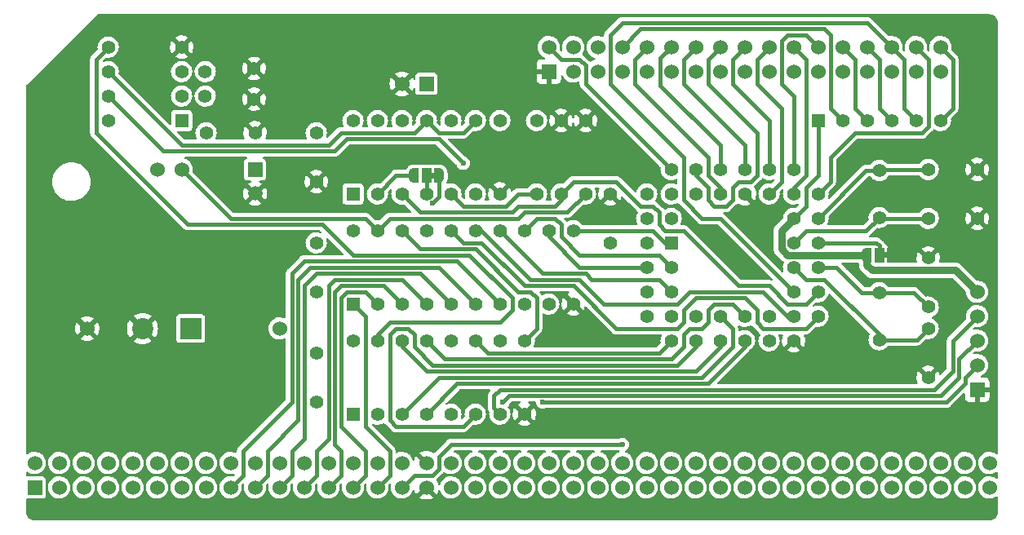
<source format=gbr>
G04 #@! TF.GenerationSoftware,KiCad,Pcbnew,(6.0.2)*
G04 #@! TF.CreationDate,2023-09-27T10:31:06-07:00*
G04 #@! TF.ProjectId,Z80-FDC-V2,5a38302d-4644-4432-9d56-322e6b696361,2.0*
G04 #@! TF.SameCoordinates,Original*
G04 #@! TF.FileFunction,Copper,L2,Bot*
G04 #@! TF.FilePolarity,Positive*
%FSLAX46Y46*%
G04 Gerber Fmt 4.6, Leading zero omitted, Abs format (unit mm)*
G04 Created by KiCad (PCBNEW (6.0.2)) date 2023-09-27 10:31:06*
%MOMM*%
%LPD*%
G01*
G04 APERTURE LIST*
G04 Aperture macros list*
%AMFreePoly0*
4,1,22,0.550000,-0.750000,0.000000,-0.750000,0.000000,-0.745033,-0.079941,-0.743568,-0.215256,-0.701293,-0.333266,-0.622738,-0.424486,-0.514219,-0.481581,-0.384460,-0.499164,-0.250000,-0.500000,-0.250000,-0.500000,0.250000,-0.499164,0.250000,-0.499963,0.256109,-0.478152,0.396186,-0.417904,0.524511,-0.324060,0.630769,-0.204165,0.706417,-0.067858,0.745374,0.000000,0.744959,0.000000,0.750000,
0.550000,0.750000,0.550000,-0.750000,0.550000,-0.750000,$1*%
%AMFreePoly1*
4,1,20,0.000000,0.744959,0.073905,0.744508,0.209726,0.703889,0.328688,0.626782,0.421226,0.519385,0.479903,0.390333,0.500000,0.250000,0.500000,-0.250000,0.499851,-0.262216,0.476331,-0.402017,0.414519,-0.529596,0.319384,-0.634700,0.198574,-0.708877,0.061801,-0.746166,0.000000,-0.745033,0.000000,-0.750000,-0.550000,-0.750000,-0.550000,0.750000,0.000000,0.750000,0.000000,0.744959,
0.000000,0.744959,$1*%
G04 Aperture macros list end*
G04 #@! TA.AperFunction,ComponentPad*
%ADD10R,1.397000X1.397000*%
G04 #@! TD*
G04 #@! TA.AperFunction,ComponentPad*
%ADD11C,1.397000*%
G04 #@! TD*
G04 #@! TA.AperFunction,ComponentPad*
%ADD12C,1.524000*%
G04 #@! TD*
G04 #@! TA.AperFunction,ComponentPad*
%ADD13R,1.524000X1.524000*%
G04 #@! TD*
G04 #@! TA.AperFunction,SMDPad,CuDef*
%ADD14FreePoly0,180.000000*%
G04 #@! TD*
G04 #@! TA.AperFunction,SMDPad,CuDef*
%ADD15R,1.000000X1.500000*%
G04 #@! TD*
G04 #@! TA.AperFunction,SMDPad,CuDef*
%ADD16FreePoly1,180.000000*%
G04 #@! TD*
G04 #@! TA.AperFunction,ComponentPad*
%ADD17R,1.490980X1.490980*%
G04 #@! TD*
G04 #@! TA.AperFunction,ComponentPad*
%ADD18C,1.490980*%
G04 #@! TD*
G04 #@! TA.AperFunction,ComponentPad*
%ADD19R,2.200000X2.200000*%
G04 #@! TD*
G04 #@! TA.AperFunction,ComponentPad*
%ADD20C,2.200000*%
G04 #@! TD*
G04 #@! TA.AperFunction,ViaPad*
%ADD21C,0.600000*%
G04 #@! TD*
G04 #@! TA.AperFunction,Conductor*
%ADD22C,0.400000*%
G04 #@! TD*
G04 #@! TA.AperFunction,Conductor*
%ADD23C,0.800000*%
G04 #@! TD*
G04 #@! TA.AperFunction,Conductor*
%ADD24C,0.250000*%
G04 #@! TD*
G04 APERTURE END LIST*
G36*
X168540000Y-94915000D02*
G01*
X168040000Y-94915000D01*
X168040000Y-94315000D01*
X168540000Y-94315000D01*
X168540000Y-94915000D01*
G37*
G36*
X215530000Y-103170000D02*
G01*
X215030000Y-103170000D01*
X215030000Y-102570000D01*
X215530000Y-102570000D01*
X215530000Y-103170000D01*
G37*
D10*
X193040000Y-101600000D03*
D11*
X190500000Y-104140000D03*
X193040000Y-104140000D03*
X190500000Y-106680000D03*
X193040000Y-106680000D03*
X190500000Y-109220000D03*
X193040000Y-111760000D03*
X193040000Y-109220000D03*
X195580000Y-111760000D03*
X195580000Y-109220000D03*
X198120000Y-111760000D03*
X198120000Y-109220000D03*
X200660000Y-111760000D03*
X200660000Y-109220000D03*
X203200000Y-111760000D03*
X203200000Y-109220000D03*
X205740000Y-111760000D03*
X208280000Y-109220000D03*
X205740000Y-109220000D03*
X208280000Y-106680000D03*
X205740000Y-106680000D03*
X208280000Y-104140000D03*
X205740000Y-104140000D03*
X208280000Y-101600000D03*
X205740000Y-101600000D03*
X208280000Y-99060000D03*
X205740000Y-99060000D03*
X208280000Y-96520000D03*
X205740000Y-93980000D03*
X205740000Y-96520000D03*
X203200000Y-93980000D03*
X203200000Y-96520000D03*
X200660000Y-93980000D03*
X200660000Y-96520000D03*
X198120000Y-93980000D03*
X198120000Y-96520000D03*
X195580000Y-93980000D03*
X195580000Y-96520000D03*
X193040000Y-93980000D03*
X190500000Y-96520000D03*
X193040000Y-96520000D03*
X190500000Y-99060000D03*
X193040000Y-99060000D03*
X190500000Y-101600000D03*
D12*
X224790000Y-106680000D03*
X224790000Y-109220000D03*
X224790000Y-111760000D03*
X224790000Y-114300000D03*
D13*
X224790000Y-116840000D03*
D14*
X168940000Y-94615000D03*
D15*
X167640000Y-94615000D03*
D16*
X166340000Y-94615000D03*
D14*
X215930000Y-102870000D03*
D15*
X214630000Y-102870000D03*
D16*
X213330000Y-102870000D03*
D11*
X214630000Y-94079060D03*
X214630000Y-98960940D03*
D12*
X226060000Y-124460000D03*
X223520000Y-124460000D03*
X220980000Y-124460000D03*
X218440000Y-124460000D03*
X215900000Y-124460000D03*
X213360000Y-124460000D03*
X210820000Y-124460000D03*
X208280000Y-124460000D03*
X205740000Y-124460000D03*
X203200000Y-124460000D03*
X200660000Y-124460000D03*
X198120000Y-124460000D03*
X195580000Y-124460000D03*
X193040000Y-124460000D03*
X190500000Y-124460000D03*
X187960000Y-124460000D03*
X185420000Y-124460000D03*
X182880000Y-124460000D03*
X180340000Y-124460000D03*
X177800000Y-124460000D03*
X175260000Y-124460000D03*
X172720000Y-124460000D03*
X170180000Y-124460000D03*
X167640000Y-124460000D03*
X165100000Y-124460000D03*
X162560000Y-124460000D03*
X160020000Y-124460000D03*
X157480000Y-124460000D03*
X154940000Y-124460000D03*
X152400000Y-124460000D03*
X149860000Y-124460000D03*
X147320000Y-124460000D03*
X144780000Y-124460000D03*
X142240000Y-124460000D03*
X139700000Y-124460000D03*
X137160000Y-124460000D03*
X134620000Y-124460000D03*
X132080000Y-124460000D03*
X129540000Y-124460000D03*
X127000000Y-124460000D03*
X226060000Y-127000000D03*
X223520000Y-127000000D03*
X220980000Y-127000000D03*
X218440000Y-127000000D03*
X215900000Y-127000000D03*
X213360000Y-127000000D03*
X210820000Y-127000000D03*
X208280000Y-127000000D03*
X205740000Y-127000000D03*
X203200000Y-127000000D03*
X200660000Y-127000000D03*
X198120000Y-127000000D03*
X195580000Y-127000000D03*
X193040000Y-127000000D03*
X190500000Y-127000000D03*
X187960000Y-127000000D03*
X185420000Y-127000000D03*
X182880000Y-127000000D03*
X180340000Y-127000000D03*
X177800000Y-127000000D03*
X175260000Y-127000000D03*
X172720000Y-127000000D03*
X170180000Y-127000000D03*
X167640000Y-127000000D03*
X165100000Y-127000000D03*
X162560000Y-127000000D03*
X160020000Y-127000000D03*
X157480000Y-127000000D03*
X154940000Y-127000000D03*
X152400000Y-127000000D03*
X149860000Y-127000000D03*
X147320000Y-127000000D03*
X144780000Y-127000000D03*
X142240000Y-127000000D03*
X139700000Y-127000000D03*
X137160000Y-127000000D03*
X134620000Y-127000000D03*
X132080000Y-127000000D03*
X129540000Y-127000000D03*
D13*
X127000000Y-127000000D03*
D11*
X186690000Y-101600000D03*
X186690000Y-96520000D03*
X156210000Y-118110000D03*
X156210000Y-113030000D03*
D13*
X167640000Y-85090000D03*
D12*
X165100000Y-85090000D03*
D11*
X156210000Y-101600000D03*
X156210000Y-106680000D03*
X144780000Y-90170000D03*
X149860000Y-90170000D03*
X156210000Y-90170000D03*
X156210000Y-95250000D03*
X224790000Y-93980000D03*
X219710000Y-93980000D03*
D17*
X149860000Y-94000000D03*
D18*
X149860000Y-96500000D03*
D10*
X160020000Y-107950000D03*
D11*
X162560000Y-107950000D03*
X165100000Y-107950000D03*
X167640000Y-107950000D03*
X170180000Y-107950000D03*
X172720000Y-107950000D03*
X175260000Y-107950000D03*
X177800000Y-107950000D03*
X180340000Y-107950000D03*
X182880000Y-107950000D03*
X182880000Y-100330000D03*
X180340000Y-100330000D03*
X177800000Y-100330000D03*
X175260000Y-100330000D03*
X172720000Y-100330000D03*
X170180000Y-100330000D03*
X167640000Y-100330000D03*
X165100000Y-100330000D03*
X162560000Y-100330000D03*
X160020000Y-100330000D03*
D12*
X152430480Y-110490000D03*
X132430520Y-110490000D03*
D11*
X149771316Y-83510000D03*
X149771316Y-86685000D03*
X144691316Y-83827500D03*
X144691316Y-86367500D03*
X181610000Y-88900000D03*
X181610000Y-96520000D03*
X160020000Y-88900000D03*
X162560000Y-88900000D03*
X165100000Y-88900000D03*
X167640000Y-88900000D03*
X170180000Y-88900000D03*
X172720000Y-88900000D03*
X175260000Y-88900000D03*
X175260000Y-96520000D03*
X172720000Y-96520000D03*
X170180000Y-96520000D03*
X167640000Y-96520000D03*
X165100000Y-96520000D03*
X162560000Y-96520000D03*
D10*
X160020000Y-96520000D03*
D11*
X219710000Y-115570000D03*
X219710000Y-110490000D03*
X179070000Y-96520000D03*
X179070000Y-88900000D03*
D10*
X142240000Y-88900000D03*
D11*
X142240000Y-86360000D03*
X142240000Y-83820000D03*
X142240000Y-81280000D03*
X134620000Y-81280000D03*
X134620000Y-83820000D03*
X134620000Y-86360000D03*
X134620000Y-88900000D03*
D10*
X208280000Y-88900000D03*
D11*
X210820000Y-88900000D03*
X213360000Y-88900000D03*
X215900000Y-88900000D03*
X218440000Y-88900000D03*
X220980000Y-88900000D03*
X214630000Y-106779060D03*
X214630000Y-111660940D03*
D19*
X143179730Y-110490000D03*
D20*
X138179730Y-110490000D03*
D11*
X160020000Y-111760000D03*
X162560000Y-111760000D03*
X165100000Y-111760000D03*
X167640000Y-111760000D03*
X170180000Y-111760000D03*
X172720000Y-111760000D03*
X175260000Y-111760000D03*
X177800000Y-111760000D03*
X177800000Y-119380000D03*
X175260000Y-119380000D03*
X172720000Y-119380000D03*
X170180000Y-119380000D03*
X167640000Y-119380000D03*
X165100000Y-119380000D03*
X162560000Y-119380000D03*
D10*
X160020000Y-119380000D03*
D11*
X184150000Y-88900000D03*
X184150000Y-96520000D03*
D13*
X180340000Y-83820000D03*
D12*
X180340000Y-81280000D03*
X182880000Y-83820000D03*
X182880000Y-81280000D03*
X185420000Y-83820000D03*
X185420000Y-81280000D03*
X187960000Y-83820000D03*
X187960000Y-81280000D03*
X190500000Y-83820000D03*
X190500000Y-81280000D03*
X193040000Y-83820000D03*
X193040000Y-81280000D03*
X195580000Y-83820000D03*
X195580000Y-81280000D03*
X198120000Y-83820000D03*
X198120000Y-81280000D03*
X200660000Y-83820000D03*
X200660000Y-81280000D03*
X203200000Y-83820000D03*
X203200000Y-81280000D03*
X205740000Y-83820000D03*
X205740000Y-81280000D03*
X208280000Y-83820000D03*
X208280000Y-81280000D03*
X210820000Y-83820000D03*
X210820000Y-81280000D03*
X213360000Y-83820000D03*
X213360000Y-81280000D03*
X215900000Y-83820000D03*
X215900000Y-81280000D03*
X218440000Y-83820000D03*
X218440000Y-81280000D03*
X220980000Y-83820000D03*
X220980000Y-81280000D03*
D11*
X219710000Y-103187500D03*
X219710000Y-108267500D03*
X219710000Y-99060000D03*
X224790000Y-99060000D03*
D12*
X139700000Y-93980000D03*
X142240000Y-93980000D03*
D21*
X211455000Y-93980000D03*
X211455000Y-99060000D03*
X211455000Y-109220000D03*
X211455000Y-104140000D03*
X200660000Y-104140000D03*
X198120000Y-101600000D03*
X209550000Y-119380000D03*
X168260500Y-97485860D03*
X175577500Y-118110000D03*
X179070000Y-123825000D03*
X200660000Y-100330000D03*
X182880000Y-111760000D03*
X180340000Y-111760000D03*
X184150000Y-125730000D03*
X187960000Y-122555000D03*
X171450000Y-93345000D03*
X179705000Y-118110000D03*
D22*
X214630000Y-111125000D02*
X214630000Y-111660940D01*
X208915000Y-105410000D02*
X214630000Y-111125000D01*
X218539060Y-111660940D02*
X214630000Y-111660940D01*
X218221560Y-106779060D02*
X214630000Y-106779060D01*
X212824060Y-106779060D02*
X214630000Y-106779060D01*
D23*
X213868478Y-104457500D02*
X222567500Y-104457500D01*
X213330000Y-102870000D02*
X213330000Y-103919022D01*
X213330000Y-103919022D02*
X213868478Y-104457500D01*
X222567500Y-104457500D02*
X224790000Y-106680000D01*
D22*
X214312500Y-101600000D02*
X214630000Y-101917500D01*
X214630000Y-101917500D02*
X214630000Y-102870000D01*
X208280000Y-101600000D02*
X214312500Y-101600000D01*
X222250000Y-111760000D02*
X224790000Y-109220000D01*
X220345000Y-116840000D02*
X222250000Y-114935000D01*
X174625000Y-117475000D02*
X175260000Y-116840000D01*
X222250000Y-114935000D02*
X222250000Y-111760000D01*
X175260000Y-119380000D02*
X174625000Y-118745000D01*
X174625000Y-118745000D02*
X174625000Y-117475000D01*
X175260000Y-116840000D02*
X220345000Y-116840000D01*
X222885000Y-113665000D02*
X224790000Y-111760000D01*
X222885000Y-115570000D02*
X222885000Y-113665000D01*
X223520000Y-115570000D02*
X224790000Y-114300000D01*
X223520000Y-116205000D02*
X223520000Y-115570000D01*
X221615000Y-118110000D02*
X223520000Y-116205000D01*
X179705000Y-118110000D02*
X221615000Y-118110000D01*
D24*
X217487500Y-102870000D02*
X218440000Y-101917500D01*
X215930000Y-102870000D02*
X217487500Y-102870000D01*
D23*
X204470000Y-102235000D02*
X205105000Y-102870000D01*
X205740000Y-99060000D02*
X204470000Y-100330000D01*
X204470000Y-100330000D02*
X204470000Y-102235000D01*
X205105000Y-102870000D02*
X213330000Y-102870000D01*
D22*
X220994511Y-117460489D02*
X222885000Y-115570000D01*
X176227011Y-117460489D02*
X220994511Y-117460489D01*
X175577500Y-118110000D02*
X176227011Y-117460489D01*
D24*
X219710000Y-103187500D02*
X218440000Y-101917500D01*
X220980000Y-101917500D02*
X219710000Y-103187500D01*
X221932500Y-101917500D02*
X220980000Y-101917500D01*
X221932500Y-101917500D02*
X224790000Y-99060000D01*
D22*
X218539060Y-111660940D02*
X219710000Y-110490000D01*
X219710000Y-108267500D02*
X218221560Y-106779060D01*
X171450000Y-120650000D02*
X172720000Y-119380000D01*
X164465000Y-120650000D02*
X171450000Y-120650000D01*
X196850000Y-116205000D02*
X170815000Y-116205000D01*
X170815000Y-116205000D02*
X167640000Y-119380000D01*
X168275000Y-125730000D02*
X168910000Y-125095000D01*
X168910000Y-125095000D02*
X168910000Y-123825000D01*
X166370000Y-125730000D02*
X168275000Y-125730000D01*
X168910000Y-123825000D02*
X170180000Y-122555000D01*
X187960000Y-122555000D02*
X170180000Y-122555000D01*
D24*
X198120000Y-101600000D02*
X200660000Y-104140000D01*
D22*
X200660000Y-112395000D02*
X196850000Y-116205000D01*
X200660000Y-111760000D02*
X200660000Y-112395000D01*
X183515000Y-104140000D02*
X190500000Y-104140000D01*
X180340000Y-100965000D02*
X183515000Y-104140000D01*
X180340000Y-100330000D02*
X180340000Y-100965000D01*
X179705000Y-104775000D02*
X175260000Y-100330000D01*
X184785000Y-105410000D02*
X184150000Y-104775000D01*
X191770000Y-105410000D02*
X184785000Y-105410000D01*
X184150000Y-104775000D02*
X179705000Y-104775000D01*
X193040000Y-106680000D02*
X191770000Y-105410000D01*
X171450000Y-101600000D02*
X170180000Y-100330000D01*
X177800000Y-106045000D02*
X173355000Y-101600000D01*
X187325000Y-110490000D02*
X182880000Y-106045000D01*
X193675000Y-110490000D02*
X187325000Y-110490000D01*
X182880000Y-106045000D02*
X177800000Y-106045000D01*
X194310000Y-109855000D02*
X193675000Y-110490000D01*
X200660000Y-107315000D02*
X195580000Y-107315000D01*
X201930000Y-108585000D02*
X200660000Y-107315000D01*
X201930000Y-109855000D02*
X201930000Y-108585000D01*
X202565000Y-110490000D02*
X201930000Y-109855000D01*
X194310000Y-108585000D02*
X194310000Y-109855000D01*
X207010000Y-110490000D02*
X202565000Y-110490000D01*
X208280000Y-109220000D02*
X207010000Y-110490000D01*
X173355000Y-101600000D02*
X171450000Y-101600000D01*
X195580000Y-107315000D02*
X194310000Y-108585000D01*
X193675000Y-107950000D02*
X186055000Y-107950000D01*
X183515000Y-105410000D02*
X186055000Y-107950000D01*
X181610000Y-100965000D02*
X181610000Y-99695000D01*
X183515000Y-102870000D02*
X181610000Y-100965000D01*
X181610000Y-99695000D02*
X180975000Y-99060000D01*
X191770000Y-102870000D02*
X183515000Y-102870000D01*
X179070000Y-99060000D02*
X177800000Y-100330000D01*
X193040000Y-104140000D02*
X191770000Y-102870000D01*
X180975000Y-99060000D02*
X179070000Y-99060000D01*
X194310000Y-100330000D02*
X200025000Y-106045000D01*
X200025000Y-106045000D02*
X203200000Y-106045000D01*
X203200000Y-106045000D02*
X205105000Y-107950000D01*
X192405000Y-100330000D02*
X194310000Y-100330000D01*
X177800000Y-98425000D02*
X177165000Y-99060000D01*
X182245000Y-98425000D02*
X177800000Y-98425000D01*
X177165000Y-99060000D02*
X163830000Y-99060000D01*
X184150000Y-96520000D02*
X182245000Y-98425000D01*
X177165000Y-97790000D02*
X176530000Y-98425000D01*
X180975000Y-97790000D02*
X177165000Y-97790000D01*
X176530000Y-98425000D02*
X167005000Y-98425000D01*
X181610000Y-97155000D02*
X180975000Y-97790000D01*
X177165000Y-96520000D02*
X175895000Y-97790000D01*
X179070000Y-96520000D02*
X177165000Y-96520000D01*
X175895000Y-97790000D02*
X171450000Y-97790000D01*
X164465000Y-110490000D02*
X165735000Y-110490000D01*
X166370000Y-111125000D02*
X165735000Y-110490000D01*
X166370000Y-111125000D02*
X166370000Y-112395000D01*
X195580000Y-112395000D02*
X195580000Y-111760000D01*
X168275000Y-114300000D02*
X193675000Y-114300000D01*
X166370000Y-112395000D02*
X168275000Y-114300000D01*
X163830000Y-111125000D02*
X164465000Y-110490000D01*
X163830000Y-120015000D02*
X163830000Y-111125000D01*
X193675000Y-114300000D02*
X195580000Y-112395000D01*
X164465000Y-120650000D02*
X163830000Y-120015000D01*
X167640000Y-114935000D02*
X165100000Y-112395000D01*
X165100000Y-112395000D02*
X165100000Y-111760000D01*
X195580000Y-114935000D02*
X167640000Y-114935000D01*
X198120000Y-112395000D02*
X195580000Y-114935000D01*
X198120000Y-111760000D02*
X198120000Y-112395000D01*
X133350000Y-82550000D02*
X134620000Y-81280000D01*
X133350000Y-90170000D02*
X133350000Y-82550000D01*
X142875000Y-99695000D02*
X133350000Y-90170000D01*
X156845000Y-99695000D02*
X142875000Y-99695000D01*
X172085000Y-102870000D02*
X160020000Y-102870000D01*
X176530000Y-107315000D02*
X172085000Y-102870000D01*
X176530000Y-108585000D02*
X176530000Y-107315000D01*
X175260000Y-109855000D02*
X176530000Y-108585000D01*
X162560000Y-111125000D02*
X163830000Y-109855000D01*
X160020000Y-102870000D02*
X156845000Y-99695000D01*
X162560000Y-111760000D02*
X162560000Y-111125000D01*
X163830000Y-109855000D02*
X175260000Y-109855000D01*
X196215000Y-115570000D02*
X168910000Y-115570000D01*
X199390000Y-110490000D02*
X199390000Y-112395000D01*
X199390000Y-112395000D02*
X196215000Y-115570000D01*
X168910000Y-115570000D02*
X165100000Y-119380000D01*
X198120000Y-109220000D02*
X199390000Y-110490000D01*
X169545000Y-113665000D02*
X167640000Y-111760000D01*
X193040000Y-113665000D02*
X169545000Y-113665000D01*
X194945000Y-110490000D02*
X194310000Y-111125000D01*
X196850000Y-109855000D02*
X196215000Y-110490000D01*
X194310000Y-112395000D02*
X193040000Y-113665000D01*
X196850000Y-108585000D02*
X196850000Y-109855000D01*
X196215000Y-110490000D02*
X194945000Y-110490000D01*
X194310000Y-111125000D02*
X194310000Y-112395000D01*
X197485000Y-107950000D02*
X196850000Y-108585000D01*
X199390000Y-107950000D02*
X197485000Y-107950000D01*
X200660000Y-109220000D02*
X199390000Y-107950000D01*
X205105000Y-109220000D02*
X205740000Y-109220000D01*
X202565000Y-106680000D02*
X205105000Y-109220000D01*
X194945000Y-106680000D02*
X202565000Y-106680000D01*
X193675000Y-107950000D02*
X194945000Y-106680000D01*
X178435000Y-105410000D02*
X183515000Y-105410000D01*
X173355000Y-100330000D02*
X178435000Y-105410000D01*
X172720000Y-100330000D02*
X173355000Y-100330000D01*
X168940000Y-94615000D02*
X168940000Y-96806360D01*
X168940000Y-96806360D02*
X168260500Y-97485860D01*
X164465000Y-94615000D02*
X162560000Y-96520000D01*
X166340000Y-94615000D02*
X164465000Y-94615000D01*
X167640000Y-94615000D02*
X167640000Y-96520000D01*
D24*
X173355000Y-94615000D02*
X175260000Y-96520000D01*
X159385000Y-92075000D02*
X168275000Y-92075000D01*
X156210000Y-95250000D02*
X159385000Y-92075000D01*
X168275000Y-92075000D02*
X170815000Y-94615000D01*
X170815000Y-94615000D02*
X173355000Y-94615000D01*
D22*
X168910000Y-90805000D02*
X171450000Y-93345000D01*
X159385000Y-90805000D02*
X168910000Y-90805000D01*
X140335000Y-92075000D02*
X158115000Y-92075000D01*
X158115000Y-92075000D02*
X159385000Y-90805000D01*
X134620000Y-86360000D02*
X140335000Y-92075000D01*
X166370000Y-90170000D02*
X158750000Y-90170000D01*
X157480000Y-91440000D02*
X142240000Y-91440000D01*
X167640000Y-88900000D02*
X166370000Y-90170000D01*
X158750000Y-90170000D02*
X157480000Y-91440000D01*
X209550000Y-92710000D02*
X209550000Y-95250000D01*
X209550000Y-95250000D02*
X208280000Y-96520000D01*
X219075000Y-90170000D02*
X212090000Y-90170000D01*
X212090000Y-90170000D02*
X209550000Y-92710000D01*
X218440000Y-81280000D02*
X219710000Y-82550000D01*
X219710000Y-82550000D02*
X219710000Y-89535000D01*
X219710000Y-89535000D02*
X219075000Y-90170000D01*
X207010000Y-107950000D02*
X208280000Y-106680000D01*
X205105000Y-107950000D02*
X207010000Y-107950000D01*
X191770000Y-98425000D02*
X191770000Y-99695000D01*
X191135000Y-97790000D02*
X191770000Y-98425000D01*
X191770000Y-99695000D02*
X192405000Y-100330000D01*
X187325000Y-95250000D02*
X189865000Y-97790000D01*
X189865000Y-97790000D02*
X191135000Y-97790000D01*
X181610000Y-96520000D02*
X182880000Y-95250000D01*
X182880000Y-95250000D02*
X187325000Y-95250000D01*
X208915000Y-105410000D02*
X207010000Y-105410000D01*
X207010000Y-105410000D02*
X205740000Y-104140000D01*
X213260940Y-100330000D02*
X214630000Y-98960940D01*
X207010000Y-100330000D02*
X213260940Y-100330000D01*
X219710000Y-99060000D02*
X214729060Y-99060000D01*
X214729060Y-99060000D02*
X214630000Y-98960940D01*
X219710000Y-93980000D02*
X214729060Y-93980000D01*
X214729060Y-93980000D02*
X214630000Y-94079060D01*
X213260940Y-94079060D02*
X214630000Y-94079060D01*
X208280000Y-99060000D02*
X213260940Y-94079060D01*
X210185000Y-104140000D02*
X208280000Y-104140000D01*
X212824060Y-106779060D02*
X210185000Y-104140000D01*
X207010000Y-100330000D02*
X205740000Y-101600000D01*
X166370000Y-125730000D02*
X165100000Y-127000000D01*
X171450000Y-97790000D02*
X170180000Y-96520000D01*
D24*
X180340000Y-87630000D02*
X181610000Y-88900000D01*
X168910000Y-128270000D02*
X184150000Y-128270000D01*
X201930000Y-99060000D02*
X201930000Y-97790000D01*
X167640000Y-127000000D02*
X166370000Y-128270000D01*
X201930000Y-97790000D02*
X200660000Y-96520000D01*
X180340000Y-87630000D02*
X180340000Y-83820000D01*
X167640000Y-127000000D02*
X168910000Y-128270000D01*
X200660000Y-100330000D02*
X201930000Y-99060000D01*
X180340000Y-111760000D02*
X182880000Y-111760000D01*
X166370000Y-128270000D02*
X168910000Y-128270000D01*
X184150000Y-128270000D02*
X184150000Y-125730000D01*
D22*
X207010000Y-97790000D02*
X207010000Y-95885000D01*
X207010000Y-95885000D02*
X208280000Y-94615000D01*
X208280000Y-94615000D02*
X208280000Y-88900000D01*
X205740000Y-99060000D02*
X207010000Y-97790000D01*
X148590000Y-123190000D02*
X153670000Y-118110000D01*
X153670000Y-104775000D02*
X154940000Y-103505000D01*
X147320000Y-127000000D02*
X148590000Y-125730000D01*
X148590000Y-125730000D02*
X148590000Y-123190000D01*
X153670000Y-118110000D02*
X153670000Y-104775000D01*
X170815000Y-103505000D02*
X175260000Y-107950000D01*
X154940000Y-103505000D02*
X170815000Y-103505000D01*
X154305000Y-120015000D02*
X151130000Y-123190000D01*
X172720000Y-107950000D02*
X168910000Y-104140000D01*
X151130000Y-125730000D02*
X149860000Y-127000000D01*
X151130000Y-123190000D02*
X151130000Y-125730000D01*
X154305000Y-105410000D02*
X154305000Y-120015000D01*
X168910000Y-104140000D02*
X155575000Y-104140000D01*
X155575000Y-104140000D02*
X154305000Y-105410000D01*
X170180000Y-107950000D02*
X167005000Y-104775000D01*
X154940000Y-106045000D02*
X154940000Y-121920000D01*
X156210000Y-104775000D02*
X154940000Y-106045000D01*
X167005000Y-104775000D02*
X156210000Y-104775000D01*
X153670000Y-123190000D02*
X153670000Y-125730000D01*
X154940000Y-121920000D02*
X153670000Y-123190000D01*
X153670000Y-125730000D02*
X152400000Y-127000000D01*
X157480000Y-106045000D02*
X158115000Y-105410000D01*
X156210000Y-123190000D02*
X157480000Y-121920000D01*
X165100000Y-105410000D02*
X167640000Y-107950000D01*
X158115000Y-105410000D02*
X165100000Y-105410000D01*
X156210000Y-125730000D02*
X156210000Y-123190000D01*
X154940000Y-127000000D02*
X156210000Y-125730000D01*
X157480000Y-121920000D02*
X157480000Y-106045000D01*
X163195000Y-106045000D02*
X165100000Y-107950000D01*
X158750000Y-106045000D02*
X163195000Y-106045000D01*
X158115000Y-122555000D02*
X158115000Y-106680000D01*
X157480000Y-127000000D02*
X158750000Y-125730000D01*
X158750000Y-123190000D02*
X158115000Y-122555000D01*
X158750000Y-125730000D02*
X158750000Y-123190000D01*
X158115000Y-106680000D02*
X158750000Y-106045000D01*
X161290000Y-106680000D02*
X162560000Y-107950000D01*
X158750000Y-107315000D02*
X159385000Y-106680000D01*
X160020000Y-127000000D02*
X161290000Y-125730000D01*
X158750000Y-120650000D02*
X158750000Y-107315000D01*
X159385000Y-106680000D02*
X161290000Y-106680000D01*
X161290000Y-123190000D02*
X158750000Y-120650000D01*
X161290000Y-125730000D02*
X161290000Y-123190000D01*
X163830000Y-123190000D02*
X161290000Y-120650000D01*
X161290000Y-109220000D02*
X160020000Y-107950000D01*
X161290000Y-120650000D02*
X161290000Y-109220000D01*
X162560000Y-127000000D02*
X163830000Y-125730000D01*
X163830000Y-125730000D02*
X163830000Y-123190000D01*
X193040000Y-101600000D02*
X192405000Y-101600000D01*
X191135000Y-100330000D02*
X182880000Y-100330000D01*
X192405000Y-101600000D02*
X191135000Y-100330000D01*
X191770000Y-113030000D02*
X193040000Y-111760000D01*
X172720000Y-111760000D02*
X173990000Y-113030000D01*
X173990000Y-113030000D02*
X191770000Y-113030000D01*
X184150000Y-83185000D02*
X184150000Y-85090000D01*
X183515000Y-82550000D02*
X184150000Y-83185000D01*
X184150000Y-85090000D02*
X193040000Y-93980000D01*
X181610000Y-82550000D02*
X183515000Y-82550000D01*
X180340000Y-81280000D02*
X181610000Y-82550000D01*
X209550000Y-80010000D02*
X208915000Y-79375000D01*
X210820000Y-88900000D02*
X209550000Y-87630000D01*
X209550000Y-87630000D02*
X209550000Y-80010000D01*
X189865000Y-79375000D02*
X187960000Y-81280000D01*
X208915000Y-79375000D02*
X189865000Y-79375000D01*
X196850000Y-94615000D02*
X196850000Y-92710000D01*
X196850000Y-94615000D02*
X198120000Y-95885000D01*
X190500000Y-81280000D02*
X189230000Y-82550000D01*
X189230000Y-85090000D02*
X196850000Y-92710000D01*
X198120000Y-95885000D02*
X198120000Y-96520000D01*
X189230000Y-82550000D02*
X189230000Y-85090000D01*
X193040000Y-81280000D02*
X191928489Y-82391511D01*
X191928489Y-82391511D02*
X191928489Y-85248489D01*
X191928489Y-85248489D02*
X198120000Y-91440000D01*
X198120000Y-91440000D02*
X198120000Y-93980000D01*
X194310000Y-85090000D02*
X200660000Y-91440000D01*
X195580000Y-81280000D02*
X194310000Y-82550000D01*
X194310000Y-82550000D02*
X194310000Y-85090000D01*
X200660000Y-91440000D02*
X200660000Y-93980000D01*
X200025000Y-95250000D02*
X199390000Y-95885000D01*
X198120000Y-81280000D02*
X196850000Y-82550000D01*
X195580000Y-94615000D02*
X195580000Y-93980000D01*
X196850000Y-95885000D02*
X195580000Y-94615000D01*
X199390000Y-95885000D02*
X199390000Y-97155000D01*
X197485000Y-97790000D02*
X196850000Y-97155000D01*
X201295000Y-95250000D02*
X200025000Y-95250000D01*
X196850000Y-82550000D02*
X196850000Y-85090000D01*
X196850000Y-85090000D02*
X201930000Y-90170000D01*
X199390000Y-97155000D02*
X198755000Y-97790000D01*
X201930000Y-94615000D02*
X201295000Y-95250000D01*
X196850000Y-97155000D02*
X196850000Y-95885000D01*
X201930000Y-90170000D02*
X201930000Y-94615000D01*
X198755000Y-97790000D02*
X197485000Y-97790000D01*
X199390000Y-82550000D02*
X199390000Y-85090000D01*
X199390000Y-85090000D02*
X203200000Y-88900000D01*
X203200000Y-88900000D02*
X203200000Y-93980000D01*
X200660000Y-81280000D02*
X199390000Y-82550000D01*
X201930000Y-82550000D02*
X201930000Y-85090000D01*
X203200000Y-81280000D02*
X201930000Y-82550000D01*
X204470000Y-87630000D02*
X204470000Y-95250000D01*
X204470000Y-95250000D02*
X203200000Y-96520000D01*
X201930000Y-85090000D02*
X204470000Y-87630000D01*
X207010000Y-94615000D02*
X205740000Y-95885000D01*
X205740000Y-81280000D02*
X207010000Y-82550000D01*
X205740000Y-95885000D02*
X205740000Y-96520000D01*
X207010000Y-82550000D02*
X207010000Y-94615000D01*
X205740000Y-86360000D02*
X204470000Y-85090000D01*
X205105000Y-80010000D02*
X207010000Y-80010000D01*
X207010000Y-80010000D02*
X208280000Y-81280000D01*
X204470000Y-85090000D02*
X204470000Y-80645000D01*
X205740000Y-86360000D02*
X205740000Y-93980000D01*
X204470000Y-80645000D02*
X205105000Y-80010000D01*
X210820000Y-81280000D02*
X212090000Y-82550000D01*
X212090000Y-87630000D02*
X213360000Y-88900000D01*
X212090000Y-82550000D02*
X212090000Y-87630000D01*
X215900000Y-81280000D02*
X217170000Y-82550000D01*
X205740000Y-106680000D02*
X198120000Y-99060000D01*
X217170000Y-87630000D02*
X218440000Y-88900000D01*
X186690000Y-80010000D02*
X186690000Y-85090000D01*
X187960000Y-78740000D02*
X186690000Y-80010000D01*
X186690000Y-85090000D02*
X194310000Y-92710000D01*
X215900000Y-81280000D02*
X213360000Y-78740000D01*
X217170000Y-82550000D02*
X217170000Y-87630000D01*
X213360000Y-78740000D02*
X187960000Y-78740000D01*
X194310000Y-92710000D02*
X194310000Y-97155000D01*
X194310000Y-97155000D02*
X196215000Y-99060000D01*
X198120000Y-99060000D02*
X196215000Y-99060000D01*
X213360000Y-81280000D02*
X214630000Y-82550000D01*
X214630000Y-87630000D02*
X215900000Y-88900000D01*
X214630000Y-82550000D02*
X214630000Y-87630000D01*
X222250000Y-82550000D02*
X220980000Y-81280000D01*
X220980000Y-88900000D02*
X222250000Y-87630000D01*
X222250000Y-87630000D02*
X222250000Y-82550000D01*
X167005000Y-98425000D02*
X165100000Y-96520000D01*
X181610000Y-96520000D02*
X181610000Y-97155000D01*
X172720000Y-88900000D02*
X171450000Y-90170000D01*
X168910000Y-90170000D02*
X167640000Y-88900000D01*
X171450000Y-90170000D02*
X168910000Y-90170000D01*
X142240000Y-91440000D02*
X134620000Y-83820000D01*
X177800000Y-111760000D02*
X179070000Y-110490000D01*
X177165000Y-106680000D02*
X172720000Y-102235000D01*
X179070000Y-110490000D02*
X179070000Y-107315000D01*
X178435000Y-106680000D02*
X177165000Y-106680000D01*
X172720000Y-102235000D02*
X167005000Y-102235000D01*
X167005000Y-102235000D02*
X165100000Y-100330000D01*
X179070000Y-107315000D02*
X178435000Y-106680000D01*
X163830000Y-99060000D02*
X162560000Y-100330000D01*
X161290000Y-99060000D02*
X162560000Y-100330000D01*
X147320000Y-99060000D02*
X161290000Y-99060000D01*
X142240000Y-93980000D02*
X147320000Y-99060000D01*
G04 #@! TA.AperFunction,Conductor*
G36*
X226036215Y-77871219D02*
G01*
X226060000Y-77874986D01*
X226067697Y-77873767D01*
X226071343Y-77873767D01*
X226092051Y-77873157D01*
X226220027Y-77885761D01*
X226239057Y-77889547D01*
X226311332Y-77911471D01*
X226383605Y-77933395D01*
X226401535Y-77940822D01*
X226534745Y-78012024D01*
X226550882Y-78022806D01*
X226667649Y-78118634D01*
X226681366Y-78132351D01*
X226701956Y-78157440D01*
X226777194Y-78249118D01*
X226787976Y-78265255D01*
X226859178Y-78398465D01*
X226866605Y-78416395D01*
X226910453Y-78560941D01*
X226914239Y-78579975D01*
X226926843Y-78707947D01*
X226926233Y-78728657D01*
X226926233Y-78732303D01*
X226925014Y-78740000D01*
X226926233Y-78747696D01*
X226928781Y-78763784D01*
X226930000Y-78779271D01*
X226930000Y-123455770D01*
X226911093Y-123513961D01*
X226861593Y-123549925D01*
X226800407Y-123549925D01*
X226772040Y-123534999D01*
X226770717Y-123533776D01*
X226590025Y-123419768D01*
X226391582Y-123340597D01*
X226182035Y-123298916D01*
X226075218Y-123297518D01*
X225972940Y-123296178D01*
X225972935Y-123296178D01*
X225968401Y-123296119D01*
X225963926Y-123296888D01*
X225963925Y-123296888D01*
X225952123Y-123298916D01*
X225757834Y-123332301D01*
X225557387Y-123406250D01*
X225553488Y-123408569D01*
X225553483Y-123408572D01*
X225377678Y-123513165D01*
X225373772Y-123515489D01*
X225370357Y-123518484D01*
X225370354Y-123518486D01*
X225334505Y-123549925D01*
X225213140Y-123656360D01*
X225080869Y-123824145D01*
X224981389Y-124013225D01*
X224918032Y-124217267D01*
X224892920Y-124429439D01*
X224906894Y-124642634D01*
X224959485Y-124849713D01*
X225048933Y-125043740D01*
X225172241Y-125218218D01*
X225325281Y-125367302D01*
X225329056Y-125369824D01*
X225329058Y-125369826D01*
X225408591Y-125422968D01*
X225502927Y-125486001D01*
X225699229Y-125570339D01*
X225769624Y-125586268D01*
X225903187Y-125616491D01*
X225903192Y-125616492D01*
X225907613Y-125617492D01*
X225991298Y-125620780D01*
X226116568Y-125625702D01*
X226116569Y-125625702D01*
X226121101Y-125625880D01*
X226332543Y-125595222D01*
X226336842Y-125593763D01*
X226336845Y-125593762D01*
X226530556Y-125528006D01*
X226534857Y-125526546D01*
X226721268Y-125422151D01*
X226767695Y-125383538D01*
X226824525Y-125360865D01*
X226883828Y-125375926D01*
X226922952Y-125422968D01*
X226930000Y-125459653D01*
X226930000Y-125995770D01*
X226911093Y-126053961D01*
X226861593Y-126089925D01*
X226800407Y-126089925D01*
X226772040Y-126074999D01*
X226770717Y-126073776D01*
X226590025Y-125959768D01*
X226391582Y-125880597D01*
X226182035Y-125838916D01*
X226073958Y-125837501D01*
X225972940Y-125836178D01*
X225972935Y-125836178D01*
X225968401Y-125836119D01*
X225963926Y-125836888D01*
X225963925Y-125836888D01*
X225881013Y-125851135D01*
X225757834Y-125872301D01*
X225557387Y-125946250D01*
X225553488Y-125948569D01*
X225553483Y-125948572D01*
X225455952Y-126006597D01*
X225373772Y-126055489D01*
X225370357Y-126058484D01*
X225370354Y-126058486D01*
X225334505Y-126089925D01*
X225213140Y-126196360D01*
X225080869Y-126364145D01*
X224981389Y-126553225D01*
X224956123Y-126634593D01*
X224924000Y-126738048D01*
X224918032Y-126757267D01*
X224892920Y-126969439D01*
X224906894Y-127182634D01*
X224908010Y-127187027D01*
X224908010Y-127187029D01*
X224940058Y-127313219D01*
X224959485Y-127389713D01*
X225048933Y-127583740D01*
X225172241Y-127758218D01*
X225325281Y-127907302D01*
X225329056Y-127909824D01*
X225329058Y-127909826D01*
X225408591Y-127962968D01*
X225502927Y-128026001D01*
X225699229Y-128110339D01*
X225775155Y-128127520D01*
X225903187Y-128156491D01*
X225903192Y-128156492D01*
X225907613Y-128157492D01*
X226014357Y-128161686D01*
X226116568Y-128165702D01*
X226116569Y-128165702D01*
X226121101Y-128165880D01*
X226332543Y-128135222D01*
X226336842Y-128133763D01*
X226336845Y-128133762D01*
X226530556Y-128068006D01*
X226534857Y-128066546D01*
X226721268Y-127962151D01*
X226767695Y-127923538D01*
X226824525Y-127900865D01*
X226883828Y-127915926D01*
X226922952Y-127962968D01*
X226930000Y-127999653D01*
X226930000Y-129500729D01*
X226928781Y-129516215D01*
X226925014Y-129540000D01*
X226926233Y-129547697D01*
X226926233Y-129551343D01*
X226926843Y-129572053D01*
X226914239Y-129700025D01*
X226910453Y-129719059D01*
X226866605Y-129863605D01*
X226859178Y-129881535D01*
X226787976Y-130014745D01*
X226777194Y-130030882D01*
X226681366Y-130147649D01*
X226667649Y-130161366D01*
X226597489Y-130218945D01*
X226550882Y-130257194D01*
X226534745Y-130267976D01*
X226401535Y-130339178D01*
X226383605Y-130346605D01*
X226311332Y-130368529D01*
X226239057Y-130390453D01*
X226220027Y-130394239D01*
X226092051Y-130406843D01*
X226071343Y-130406233D01*
X226067697Y-130406233D01*
X226060000Y-130405014D01*
X226036216Y-130408781D01*
X226020729Y-130410000D01*
X127039271Y-130410000D01*
X127023784Y-130408781D01*
X127000000Y-130405014D01*
X126992303Y-130406233D01*
X126988657Y-130406233D01*
X126967949Y-130406843D01*
X126839973Y-130394239D01*
X126820943Y-130390453D01*
X126748668Y-130368529D01*
X126676395Y-130346605D01*
X126658465Y-130339178D01*
X126525255Y-130267976D01*
X126509118Y-130257194D01*
X126462511Y-130218945D01*
X126392351Y-130161366D01*
X126378634Y-130147649D01*
X126282806Y-130030882D01*
X126272024Y-130014745D01*
X126200822Y-129881535D01*
X126193395Y-129863605D01*
X126149547Y-129719059D01*
X126145761Y-129700025D01*
X126133157Y-129572053D01*
X126133767Y-129551343D01*
X126133767Y-129547697D01*
X126134986Y-129540000D01*
X126131219Y-129516215D01*
X126130000Y-129500729D01*
X126130000Y-128261500D01*
X126148907Y-128203309D01*
X126198407Y-128167345D01*
X126229000Y-128162500D01*
X127559545Y-128162499D01*
X127793518Y-128162499D01*
X127797361Y-128161890D01*
X127797366Y-128161890D01*
X127834217Y-128156053D01*
X127887304Y-128147646D01*
X127964040Y-128108547D01*
X127993403Y-128093586D01*
X127993405Y-128093585D01*
X128000342Y-128090050D01*
X128090050Y-128000342D01*
X128109510Y-127962151D01*
X128144110Y-127894244D01*
X128144110Y-127894243D01*
X128147646Y-127887304D01*
X128162500Y-127793519D01*
X128162499Y-126969439D01*
X128372920Y-126969439D01*
X128386894Y-127182634D01*
X128388010Y-127187027D01*
X128388010Y-127187029D01*
X128420058Y-127313219D01*
X128439485Y-127389713D01*
X128528933Y-127583740D01*
X128652241Y-127758218D01*
X128805281Y-127907302D01*
X128809056Y-127909824D01*
X128809058Y-127909826D01*
X128888591Y-127962968D01*
X128982927Y-128026001D01*
X129179229Y-128110339D01*
X129255155Y-128127520D01*
X129383187Y-128156491D01*
X129383192Y-128156492D01*
X129387613Y-128157492D01*
X129494357Y-128161686D01*
X129596568Y-128165702D01*
X129596569Y-128165702D01*
X129601101Y-128165880D01*
X129812543Y-128135222D01*
X129816842Y-128133763D01*
X129816845Y-128133762D01*
X130010556Y-128068006D01*
X130014857Y-128066546D01*
X130201268Y-127962151D01*
X130365533Y-127825533D01*
X130502151Y-127661268D01*
X130606546Y-127474857D01*
X130636943Y-127385311D01*
X130673762Y-127276845D01*
X130673763Y-127276842D01*
X130675222Y-127272543D01*
X130678222Y-127251851D01*
X130705460Y-127064001D01*
X130705461Y-127063993D01*
X130705880Y-127061101D01*
X130707480Y-127000000D01*
X130704672Y-126969439D01*
X130912920Y-126969439D01*
X130926894Y-127182634D01*
X130928010Y-127187027D01*
X130928010Y-127187029D01*
X130960058Y-127313219D01*
X130979485Y-127389713D01*
X131068933Y-127583740D01*
X131192241Y-127758218D01*
X131345281Y-127907302D01*
X131349056Y-127909824D01*
X131349058Y-127909826D01*
X131428591Y-127962968D01*
X131522927Y-128026001D01*
X131719229Y-128110339D01*
X131795155Y-128127520D01*
X131923187Y-128156491D01*
X131923192Y-128156492D01*
X131927613Y-128157492D01*
X132034357Y-128161686D01*
X132136568Y-128165702D01*
X132136569Y-128165702D01*
X132141101Y-128165880D01*
X132352543Y-128135222D01*
X132356842Y-128133763D01*
X132356845Y-128133762D01*
X132550556Y-128068006D01*
X132554857Y-128066546D01*
X132741268Y-127962151D01*
X132905533Y-127825533D01*
X133042151Y-127661268D01*
X133146546Y-127474857D01*
X133176943Y-127385311D01*
X133213762Y-127276845D01*
X133213763Y-127276842D01*
X133215222Y-127272543D01*
X133218222Y-127251851D01*
X133245460Y-127064001D01*
X133245461Y-127063993D01*
X133245880Y-127061101D01*
X133247480Y-127000000D01*
X133244672Y-126969439D01*
X133452920Y-126969439D01*
X133466894Y-127182634D01*
X133468010Y-127187027D01*
X133468010Y-127187029D01*
X133500058Y-127313219D01*
X133519485Y-127389713D01*
X133608933Y-127583740D01*
X133732241Y-127758218D01*
X133885281Y-127907302D01*
X133889056Y-127909824D01*
X133889058Y-127909826D01*
X133968591Y-127962968D01*
X134062927Y-128026001D01*
X134259229Y-128110339D01*
X134335155Y-128127520D01*
X134463187Y-128156491D01*
X134463192Y-128156492D01*
X134467613Y-128157492D01*
X134574357Y-128161686D01*
X134676568Y-128165702D01*
X134676569Y-128165702D01*
X134681101Y-128165880D01*
X134892543Y-128135222D01*
X134896842Y-128133763D01*
X134896845Y-128133762D01*
X135090556Y-128068006D01*
X135094857Y-128066546D01*
X135281268Y-127962151D01*
X135445533Y-127825533D01*
X135582151Y-127661268D01*
X135686546Y-127474857D01*
X135716943Y-127385311D01*
X135753762Y-127276845D01*
X135753763Y-127276842D01*
X135755222Y-127272543D01*
X135758222Y-127251851D01*
X135785460Y-127064001D01*
X135785461Y-127063993D01*
X135785880Y-127061101D01*
X135787480Y-127000000D01*
X135784672Y-126969439D01*
X135992920Y-126969439D01*
X136006894Y-127182634D01*
X136008010Y-127187027D01*
X136008010Y-127187029D01*
X136040058Y-127313219D01*
X136059485Y-127389713D01*
X136148933Y-127583740D01*
X136272241Y-127758218D01*
X136425281Y-127907302D01*
X136429056Y-127909824D01*
X136429058Y-127909826D01*
X136508591Y-127962968D01*
X136602927Y-128026001D01*
X136799229Y-128110339D01*
X136875155Y-128127520D01*
X137003187Y-128156491D01*
X137003192Y-128156492D01*
X137007613Y-128157492D01*
X137114357Y-128161686D01*
X137216568Y-128165702D01*
X137216569Y-128165702D01*
X137221101Y-128165880D01*
X137432543Y-128135222D01*
X137436842Y-128133763D01*
X137436845Y-128133762D01*
X137630556Y-128068006D01*
X137634857Y-128066546D01*
X137821268Y-127962151D01*
X137985533Y-127825533D01*
X138122151Y-127661268D01*
X138226546Y-127474857D01*
X138256943Y-127385311D01*
X138293762Y-127276845D01*
X138293763Y-127276842D01*
X138295222Y-127272543D01*
X138298222Y-127251851D01*
X138325460Y-127064001D01*
X138325461Y-127063993D01*
X138325880Y-127061101D01*
X138327480Y-127000000D01*
X138324672Y-126969439D01*
X138532920Y-126969439D01*
X138546894Y-127182634D01*
X138548010Y-127187027D01*
X138548010Y-127187029D01*
X138580058Y-127313219D01*
X138599485Y-127389713D01*
X138688933Y-127583740D01*
X138812241Y-127758218D01*
X138965281Y-127907302D01*
X138969056Y-127909824D01*
X138969058Y-127909826D01*
X139048591Y-127962968D01*
X139142927Y-128026001D01*
X139339229Y-128110339D01*
X139415155Y-128127520D01*
X139543187Y-128156491D01*
X139543192Y-128156492D01*
X139547613Y-128157492D01*
X139654357Y-128161686D01*
X139756568Y-128165702D01*
X139756569Y-128165702D01*
X139761101Y-128165880D01*
X139972543Y-128135222D01*
X139976842Y-128133763D01*
X139976845Y-128133762D01*
X140170556Y-128068006D01*
X140174857Y-128066546D01*
X140361268Y-127962151D01*
X140525533Y-127825533D01*
X140662151Y-127661268D01*
X140766546Y-127474857D01*
X140796943Y-127385311D01*
X140833762Y-127276845D01*
X140833763Y-127276842D01*
X140835222Y-127272543D01*
X140838222Y-127251851D01*
X140865460Y-127064001D01*
X140865461Y-127063993D01*
X140865880Y-127061101D01*
X140867480Y-127000000D01*
X140864672Y-126969439D01*
X141072920Y-126969439D01*
X141086894Y-127182634D01*
X141088010Y-127187027D01*
X141088010Y-127187029D01*
X141120058Y-127313219D01*
X141139485Y-127389713D01*
X141228933Y-127583740D01*
X141352241Y-127758218D01*
X141505281Y-127907302D01*
X141509056Y-127909824D01*
X141509058Y-127909826D01*
X141588591Y-127962968D01*
X141682927Y-128026001D01*
X141879229Y-128110339D01*
X141955155Y-128127520D01*
X142083187Y-128156491D01*
X142083192Y-128156492D01*
X142087613Y-128157492D01*
X142194357Y-128161686D01*
X142296568Y-128165702D01*
X142296569Y-128165702D01*
X142301101Y-128165880D01*
X142512543Y-128135222D01*
X142516842Y-128133763D01*
X142516845Y-128133762D01*
X142710556Y-128068006D01*
X142714857Y-128066546D01*
X142901268Y-127962151D01*
X143065533Y-127825533D01*
X143202151Y-127661268D01*
X143306546Y-127474857D01*
X143336943Y-127385311D01*
X143373762Y-127276845D01*
X143373763Y-127276842D01*
X143375222Y-127272543D01*
X143378222Y-127251851D01*
X143405460Y-127064001D01*
X143405461Y-127063993D01*
X143405880Y-127061101D01*
X143407480Y-127000000D01*
X143404672Y-126969439D01*
X143612920Y-126969439D01*
X143626894Y-127182634D01*
X143628010Y-127187027D01*
X143628010Y-127187029D01*
X143660058Y-127313219D01*
X143679485Y-127389713D01*
X143768933Y-127583740D01*
X143892241Y-127758218D01*
X144045281Y-127907302D01*
X144049056Y-127909824D01*
X144049058Y-127909826D01*
X144128591Y-127962968D01*
X144222927Y-128026001D01*
X144419229Y-128110339D01*
X144495155Y-128127520D01*
X144623187Y-128156491D01*
X144623192Y-128156492D01*
X144627613Y-128157492D01*
X144734357Y-128161686D01*
X144836568Y-128165702D01*
X144836569Y-128165702D01*
X144841101Y-128165880D01*
X145052543Y-128135222D01*
X145056842Y-128133763D01*
X145056845Y-128133762D01*
X145250556Y-128068006D01*
X145254857Y-128066546D01*
X145441268Y-127962151D01*
X145605533Y-127825533D01*
X145742151Y-127661268D01*
X145846546Y-127474857D01*
X145876943Y-127385311D01*
X145913762Y-127276845D01*
X145913763Y-127276842D01*
X145915222Y-127272543D01*
X145918222Y-127251851D01*
X145945460Y-127064001D01*
X145945461Y-127063993D01*
X145945880Y-127061101D01*
X145947480Y-127000000D01*
X145927930Y-126787244D01*
X145869936Y-126581613D01*
X145858072Y-126557555D01*
X145777451Y-126394070D01*
X145777449Y-126394066D01*
X145775440Y-126389993D01*
X145647607Y-126218803D01*
X145490717Y-126073776D01*
X145486879Y-126071354D01*
X145313862Y-125962189D01*
X145310025Y-125959768D01*
X145111582Y-125880597D01*
X144902035Y-125838916D01*
X144793958Y-125837501D01*
X144692940Y-125836178D01*
X144692935Y-125836178D01*
X144688401Y-125836119D01*
X144683926Y-125836888D01*
X144683925Y-125836888D01*
X144601013Y-125851135D01*
X144477834Y-125872301D01*
X144277387Y-125946250D01*
X144273488Y-125948569D01*
X144273483Y-125948572D01*
X144175952Y-126006597D01*
X144093772Y-126055489D01*
X144090357Y-126058484D01*
X144090354Y-126058486D01*
X144054505Y-126089925D01*
X143933140Y-126196360D01*
X143800869Y-126364145D01*
X143701389Y-126553225D01*
X143676123Y-126634593D01*
X143644000Y-126738048D01*
X143638032Y-126757267D01*
X143612920Y-126969439D01*
X143404672Y-126969439D01*
X143387930Y-126787244D01*
X143329936Y-126581613D01*
X143318072Y-126557555D01*
X143237451Y-126394070D01*
X143237449Y-126394066D01*
X143235440Y-126389993D01*
X143107607Y-126218803D01*
X142950717Y-126073776D01*
X142946879Y-126071354D01*
X142773862Y-125962189D01*
X142770025Y-125959768D01*
X142571582Y-125880597D01*
X142362035Y-125838916D01*
X142253958Y-125837501D01*
X142152940Y-125836178D01*
X142152935Y-125836178D01*
X142148401Y-125836119D01*
X142143926Y-125836888D01*
X142143925Y-125836888D01*
X142061013Y-125851135D01*
X141937834Y-125872301D01*
X141737387Y-125946250D01*
X141733488Y-125948569D01*
X141733483Y-125948572D01*
X141635952Y-126006597D01*
X141553772Y-126055489D01*
X141550357Y-126058484D01*
X141550354Y-126058486D01*
X141514505Y-126089925D01*
X141393140Y-126196360D01*
X141260869Y-126364145D01*
X141161389Y-126553225D01*
X141136123Y-126634593D01*
X141104000Y-126738048D01*
X141098032Y-126757267D01*
X141072920Y-126969439D01*
X140864672Y-126969439D01*
X140847930Y-126787244D01*
X140789936Y-126581613D01*
X140778072Y-126557555D01*
X140697451Y-126394070D01*
X140697449Y-126394066D01*
X140695440Y-126389993D01*
X140567607Y-126218803D01*
X140410717Y-126073776D01*
X140406879Y-126071354D01*
X140233862Y-125962189D01*
X140230025Y-125959768D01*
X140031582Y-125880597D01*
X139822035Y-125838916D01*
X139713958Y-125837501D01*
X139612940Y-125836178D01*
X139612935Y-125836178D01*
X139608401Y-125836119D01*
X139603926Y-125836888D01*
X139603925Y-125836888D01*
X139521013Y-125851135D01*
X139397834Y-125872301D01*
X139197387Y-125946250D01*
X139193488Y-125948569D01*
X139193483Y-125948572D01*
X139095952Y-126006597D01*
X139013772Y-126055489D01*
X139010357Y-126058484D01*
X139010354Y-126058486D01*
X138974505Y-126089925D01*
X138853140Y-126196360D01*
X138720869Y-126364145D01*
X138621389Y-126553225D01*
X138596123Y-126634593D01*
X138564000Y-126738048D01*
X138558032Y-126757267D01*
X138532920Y-126969439D01*
X138324672Y-126969439D01*
X138307930Y-126787244D01*
X138249936Y-126581613D01*
X138238072Y-126557555D01*
X138157451Y-126394070D01*
X138157449Y-126394066D01*
X138155440Y-126389993D01*
X138027607Y-126218803D01*
X137870717Y-126073776D01*
X137866879Y-126071354D01*
X137693862Y-125962189D01*
X137690025Y-125959768D01*
X137491582Y-125880597D01*
X137282035Y-125838916D01*
X137173958Y-125837501D01*
X137072940Y-125836178D01*
X137072935Y-125836178D01*
X137068401Y-125836119D01*
X137063926Y-125836888D01*
X137063925Y-125836888D01*
X136981013Y-125851135D01*
X136857834Y-125872301D01*
X136657387Y-125946250D01*
X136653488Y-125948569D01*
X136653483Y-125948572D01*
X136555952Y-126006597D01*
X136473772Y-126055489D01*
X136470357Y-126058484D01*
X136470354Y-126058486D01*
X136434505Y-126089925D01*
X136313140Y-126196360D01*
X136180869Y-126364145D01*
X136081389Y-126553225D01*
X136056123Y-126634593D01*
X136024000Y-126738048D01*
X136018032Y-126757267D01*
X135992920Y-126969439D01*
X135784672Y-126969439D01*
X135767930Y-126787244D01*
X135709936Y-126581613D01*
X135698072Y-126557555D01*
X135617451Y-126394070D01*
X135617449Y-126394066D01*
X135615440Y-126389993D01*
X135487607Y-126218803D01*
X135330717Y-126073776D01*
X135326879Y-126071354D01*
X135153862Y-125962189D01*
X135150025Y-125959768D01*
X134951582Y-125880597D01*
X134742035Y-125838916D01*
X134633958Y-125837501D01*
X134532940Y-125836178D01*
X134532935Y-125836178D01*
X134528401Y-125836119D01*
X134523926Y-125836888D01*
X134523925Y-125836888D01*
X134441013Y-125851135D01*
X134317834Y-125872301D01*
X134117387Y-125946250D01*
X134113488Y-125948569D01*
X134113483Y-125948572D01*
X134015952Y-126006597D01*
X133933772Y-126055489D01*
X133930357Y-126058484D01*
X133930354Y-126058486D01*
X133894505Y-126089925D01*
X133773140Y-126196360D01*
X133640869Y-126364145D01*
X133541389Y-126553225D01*
X133516123Y-126634593D01*
X133484000Y-126738048D01*
X133478032Y-126757267D01*
X133452920Y-126969439D01*
X133244672Y-126969439D01*
X133227930Y-126787244D01*
X133169936Y-126581613D01*
X133158072Y-126557555D01*
X133077451Y-126394070D01*
X133077449Y-126394066D01*
X133075440Y-126389993D01*
X132947607Y-126218803D01*
X132790717Y-126073776D01*
X132786879Y-126071354D01*
X132613862Y-125962189D01*
X132610025Y-125959768D01*
X132411582Y-125880597D01*
X132202035Y-125838916D01*
X132093958Y-125837501D01*
X131992940Y-125836178D01*
X131992935Y-125836178D01*
X131988401Y-125836119D01*
X131983926Y-125836888D01*
X131983925Y-125836888D01*
X131901013Y-125851135D01*
X131777834Y-125872301D01*
X131577387Y-125946250D01*
X131573488Y-125948569D01*
X131573483Y-125948572D01*
X131475952Y-126006597D01*
X131393772Y-126055489D01*
X131390357Y-126058484D01*
X131390354Y-126058486D01*
X131354505Y-126089925D01*
X131233140Y-126196360D01*
X131100869Y-126364145D01*
X131001389Y-126553225D01*
X130976123Y-126634593D01*
X130944000Y-126738048D01*
X130938032Y-126757267D01*
X130912920Y-126969439D01*
X130704672Y-126969439D01*
X130687930Y-126787244D01*
X130629936Y-126581613D01*
X130618072Y-126557555D01*
X130537451Y-126394070D01*
X130537449Y-126394066D01*
X130535440Y-126389993D01*
X130407607Y-126218803D01*
X130250717Y-126073776D01*
X130246879Y-126071354D01*
X130073862Y-125962189D01*
X130070025Y-125959768D01*
X129871582Y-125880597D01*
X129662035Y-125838916D01*
X129553958Y-125837501D01*
X129452940Y-125836178D01*
X129452935Y-125836178D01*
X129448401Y-125836119D01*
X129443926Y-125836888D01*
X129443925Y-125836888D01*
X129361013Y-125851135D01*
X129237834Y-125872301D01*
X129037387Y-125946250D01*
X129033488Y-125948569D01*
X129033483Y-125948572D01*
X128935952Y-126006597D01*
X128853772Y-126055489D01*
X128850357Y-126058484D01*
X128850354Y-126058486D01*
X128814505Y-126089925D01*
X128693140Y-126196360D01*
X128560869Y-126364145D01*
X128461389Y-126553225D01*
X128436123Y-126634593D01*
X128404000Y-126738048D01*
X128398032Y-126757267D01*
X128372920Y-126969439D01*
X128162499Y-126969439D01*
X128162499Y-126206482D01*
X128158694Y-126182452D01*
X128154978Y-126158992D01*
X128147646Y-126112696D01*
X128090050Y-125999658D01*
X128000342Y-125909950D01*
X127993405Y-125906415D01*
X127993403Y-125906414D01*
X127894244Y-125855890D01*
X127894243Y-125855890D01*
X127887304Y-125852354D01*
X127879610Y-125851135D01*
X127879609Y-125851135D01*
X127797365Y-125838109D01*
X127797363Y-125838109D01*
X127793519Y-125837500D01*
X127559589Y-125837500D01*
X126229000Y-125837501D01*
X126170809Y-125818594D01*
X126134845Y-125769094D01*
X126130000Y-125738501D01*
X126130000Y-125462126D01*
X126148907Y-125403935D01*
X126198407Y-125367971D01*
X126259593Y-125367971D01*
X126284001Y-125379811D01*
X126439145Y-125483475D01*
X126439153Y-125483480D01*
X126442927Y-125486001D01*
X126639229Y-125570339D01*
X126709624Y-125586268D01*
X126843187Y-125616491D01*
X126843192Y-125616492D01*
X126847613Y-125617492D01*
X126931298Y-125620780D01*
X127056568Y-125625702D01*
X127056569Y-125625702D01*
X127061101Y-125625880D01*
X127272543Y-125595222D01*
X127276842Y-125593763D01*
X127276845Y-125593762D01*
X127470556Y-125528006D01*
X127474857Y-125526546D01*
X127661268Y-125422151D01*
X127825533Y-125285533D01*
X127962151Y-125121268D01*
X128066546Y-124934857D01*
X128120137Y-124776983D01*
X128133762Y-124736845D01*
X128133763Y-124736842D01*
X128135222Y-124732543D01*
X128138222Y-124711851D01*
X128165460Y-124524001D01*
X128165461Y-124523993D01*
X128165880Y-124521101D01*
X128167480Y-124460000D01*
X128164672Y-124429439D01*
X128372920Y-124429439D01*
X128386894Y-124642634D01*
X128439485Y-124849713D01*
X128528933Y-125043740D01*
X128652241Y-125218218D01*
X128805281Y-125367302D01*
X128809056Y-125369824D01*
X128809058Y-125369826D01*
X128888591Y-125422968D01*
X128982927Y-125486001D01*
X129179229Y-125570339D01*
X129249624Y-125586268D01*
X129383187Y-125616491D01*
X129383192Y-125616492D01*
X129387613Y-125617492D01*
X129471298Y-125620780D01*
X129596568Y-125625702D01*
X129596569Y-125625702D01*
X129601101Y-125625880D01*
X129812543Y-125595222D01*
X129816842Y-125593763D01*
X129816845Y-125593762D01*
X130010556Y-125528006D01*
X130014857Y-125526546D01*
X130201268Y-125422151D01*
X130365533Y-125285533D01*
X130502151Y-125121268D01*
X130606546Y-124934857D01*
X130660137Y-124776983D01*
X130673762Y-124736845D01*
X130673763Y-124736842D01*
X130675222Y-124732543D01*
X130678222Y-124711851D01*
X130705460Y-124524001D01*
X130705461Y-124523993D01*
X130705880Y-124521101D01*
X130707480Y-124460000D01*
X130704672Y-124429439D01*
X130912920Y-124429439D01*
X130926894Y-124642634D01*
X130979485Y-124849713D01*
X131068933Y-125043740D01*
X131192241Y-125218218D01*
X131345281Y-125367302D01*
X131349056Y-125369824D01*
X131349058Y-125369826D01*
X131428591Y-125422968D01*
X131522927Y-125486001D01*
X131719229Y-125570339D01*
X131789624Y-125586268D01*
X131923187Y-125616491D01*
X131923192Y-125616492D01*
X131927613Y-125617492D01*
X132011298Y-125620780D01*
X132136568Y-125625702D01*
X132136569Y-125625702D01*
X132141101Y-125625880D01*
X132352543Y-125595222D01*
X132356842Y-125593763D01*
X132356845Y-125593762D01*
X132550556Y-125528006D01*
X132554857Y-125526546D01*
X132741268Y-125422151D01*
X132905533Y-125285533D01*
X133042151Y-125121268D01*
X133146546Y-124934857D01*
X133200137Y-124776983D01*
X133213762Y-124736845D01*
X133213763Y-124736842D01*
X133215222Y-124732543D01*
X133218222Y-124711851D01*
X133245460Y-124524001D01*
X133245461Y-124523993D01*
X133245880Y-124521101D01*
X133247480Y-124460000D01*
X133244672Y-124429439D01*
X133452920Y-124429439D01*
X133466894Y-124642634D01*
X133519485Y-124849713D01*
X133608933Y-125043740D01*
X133732241Y-125218218D01*
X133885281Y-125367302D01*
X133889056Y-125369824D01*
X133889058Y-125369826D01*
X133968591Y-125422968D01*
X134062927Y-125486001D01*
X134259229Y-125570339D01*
X134329624Y-125586268D01*
X134463187Y-125616491D01*
X134463192Y-125616492D01*
X134467613Y-125617492D01*
X134551298Y-125620780D01*
X134676568Y-125625702D01*
X134676569Y-125625702D01*
X134681101Y-125625880D01*
X134892543Y-125595222D01*
X134896842Y-125593763D01*
X134896845Y-125593762D01*
X135090556Y-125528006D01*
X135094857Y-125526546D01*
X135281268Y-125422151D01*
X135445533Y-125285533D01*
X135582151Y-125121268D01*
X135686546Y-124934857D01*
X135740137Y-124776983D01*
X135753762Y-124736845D01*
X135753763Y-124736842D01*
X135755222Y-124732543D01*
X135758222Y-124711851D01*
X135785460Y-124524001D01*
X135785461Y-124523993D01*
X135785880Y-124521101D01*
X135787480Y-124460000D01*
X135784672Y-124429439D01*
X135992920Y-124429439D01*
X136006894Y-124642634D01*
X136059485Y-124849713D01*
X136148933Y-125043740D01*
X136272241Y-125218218D01*
X136425281Y-125367302D01*
X136429056Y-125369824D01*
X136429058Y-125369826D01*
X136508591Y-125422968D01*
X136602927Y-125486001D01*
X136799229Y-125570339D01*
X136869624Y-125586268D01*
X137003187Y-125616491D01*
X137003192Y-125616492D01*
X137007613Y-125617492D01*
X137091298Y-125620780D01*
X137216568Y-125625702D01*
X137216569Y-125625702D01*
X137221101Y-125625880D01*
X137432543Y-125595222D01*
X137436842Y-125593763D01*
X137436845Y-125593762D01*
X137630556Y-125528006D01*
X137634857Y-125526546D01*
X137821268Y-125422151D01*
X137985533Y-125285533D01*
X138122151Y-125121268D01*
X138226546Y-124934857D01*
X138280137Y-124776983D01*
X138293762Y-124736845D01*
X138293763Y-124736842D01*
X138295222Y-124732543D01*
X138298222Y-124711851D01*
X138325460Y-124524001D01*
X138325461Y-124523993D01*
X138325880Y-124521101D01*
X138327480Y-124460000D01*
X138324672Y-124429439D01*
X138532920Y-124429439D01*
X138546894Y-124642634D01*
X138599485Y-124849713D01*
X138688933Y-125043740D01*
X138812241Y-125218218D01*
X138965281Y-125367302D01*
X138969056Y-125369824D01*
X138969058Y-125369826D01*
X139048591Y-125422968D01*
X139142927Y-125486001D01*
X139339229Y-125570339D01*
X139409624Y-125586268D01*
X139543187Y-125616491D01*
X139543192Y-125616492D01*
X139547613Y-125617492D01*
X139631298Y-125620780D01*
X139756568Y-125625702D01*
X139756569Y-125625702D01*
X139761101Y-125625880D01*
X139972543Y-125595222D01*
X139976842Y-125593763D01*
X139976845Y-125593762D01*
X140170556Y-125528006D01*
X140174857Y-125526546D01*
X140361268Y-125422151D01*
X140525533Y-125285533D01*
X140662151Y-125121268D01*
X140766546Y-124934857D01*
X140820137Y-124776983D01*
X140833762Y-124736845D01*
X140833763Y-124736842D01*
X140835222Y-124732543D01*
X140838222Y-124711851D01*
X140865460Y-124524001D01*
X140865461Y-124523993D01*
X140865880Y-124521101D01*
X140867480Y-124460000D01*
X140864672Y-124429439D01*
X141072920Y-124429439D01*
X141086894Y-124642634D01*
X141139485Y-124849713D01*
X141228933Y-125043740D01*
X141352241Y-125218218D01*
X141505281Y-125367302D01*
X141509056Y-125369824D01*
X141509058Y-125369826D01*
X141588591Y-125422968D01*
X141682927Y-125486001D01*
X141879229Y-125570339D01*
X141949624Y-125586268D01*
X142083187Y-125616491D01*
X142083192Y-125616492D01*
X142087613Y-125617492D01*
X142171298Y-125620780D01*
X142296568Y-125625702D01*
X142296569Y-125625702D01*
X142301101Y-125625880D01*
X142512543Y-125595222D01*
X142516842Y-125593763D01*
X142516845Y-125593762D01*
X142710556Y-125528006D01*
X142714857Y-125526546D01*
X142901268Y-125422151D01*
X143065533Y-125285533D01*
X143202151Y-125121268D01*
X143306546Y-124934857D01*
X143360137Y-124776983D01*
X143373762Y-124736845D01*
X143373763Y-124736842D01*
X143375222Y-124732543D01*
X143378222Y-124711851D01*
X143405460Y-124524001D01*
X143405461Y-124523993D01*
X143405880Y-124521101D01*
X143407480Y-124460000D01*
X143404672Y-124429439D01*
X143612920Y-124429439D01*
X143626894Y-124642634D01*
X143679485Y-124849713D01*
X143768933Y-125043740D01*
X143892241Y-125218218D01*
X144045281Y-125367302D01*
X144049056Y-125369824D01*
X144049058Y-125369826D01*
X144128591Y-125422968D01*
X144222927Y-125486001D01*
X144419229Y-125570339D01*
X144489624Y-125586268D01*
X144623187Y-125616491D01*
X144623192Y-125616492D01*
X144627613Y-125617492D01*
X144711298Y-125620780D01*
X144836568Y-125625702D01*
X144836569Y-125625702D01*
X144841101Y-125625880D01*
X145052543Y-125595222D01*
X145056842Y-125593763D01*
X145056845Y-125593762D01*
X145250556Y-125528006D01*
X145254857Y-125526546D01*
X145441268Y-125422151D01*
X145605533Y-125285533D01*
X145742151Y-125121268D01*
X145846546Y-124934857D01*
X145900137Y-124776983D01*
X145913762Y-124736845D01*
X145913763Y-124736842D01*
X145915222Y-124732543D01*
X145918222Y-124711851D01*
X145945460Y-124524001D01*
X145945461Y-124523993D01*
X145945880Y-124521101D01*
X145947480Y-124460000D01*
X145941048Y-124389996D01*
X145928345Y-124251762D01*
X145927930Y-124247244D01*
X145869936Y-124041613D01*
X145859305Y-124020056D01*
X145777451Y-123854070D01*
X145777449Y-123854066D01*
X145775440Y-123849993D01*
X145647607Y-123678803D01*
X145490717Y-123533776D01*
X145486879Y-123531354D01*
X145313862Y-123422189D01*
X145310025Y-123419768D01*
X145111582Y-123340597D01*
X144902035Y-123298916D01*
X144795218Y-123297518D01*
X144692940Y-123296178D01*
X144692935Y-123296178D01*
X144688401Y-123296119D01*
X144683926Y-123296888D01*
X144683925Y-123296888D01*
X144672123Y-123298916D01*
X144477834Y-123332301D01*
X144277387Y-123406250D01*
X144273488Y-123408569D01*
X144273483Y-123408572D01*
X144097678Y-123513165D01*
X144093772Y-123515489D01*
X144090357Y-123518484D01*
X144090354Y-123518486D01*
X144054505Y-123549925D01*
X143933140Y-123656360D01*
X143800869Y-123824145D01*
X143701389Y-124013225D01*
X143638032Y-124217267D01*
X143612920Y-124429439D01*
X143404672Y-124429439D01*
X143401048Y-124389996D01*
X143388345Y-124251762D01*
X143387930Y-124247244D01*
X143329936Y-124041613D01*
X143319305Y-124020056D01*
X143237451Y-123854070D01*
X143237449Y-123854066D01*
X143235440Y-123849993D01*
X143107607Y-123678803D01*
X142950717Y-123533776D01*
X142946879Y-123531354D01*
X142773862Y-123422189D01*
X142770025Y-123419768D01*
X142571582Y-123340597D01*
X142362035Y-123298916D01*
X142255218Y-123297518D01*
X142152940Y-123296178D01*
X142152935Y-123296178D01*
X142148401Y-123296119D01*
X142143926Y-123296888D01*
X142143925Y-123296888D01*
X142132123Y-123298916D01*
X141937834Y-123332301D01*
X141737387Y-123406250D01*
X141733488Y-123408569D01*
X141733483Y-123408572D01*
X141557678Y-123513165D01*
X141553772Y-123515489D01*
X141550357Y-123518484D01*
X141550354Y-123518486D01*
X141514505Y-123549925D01*
X141393140Y-123656360D01*
X141260869Y-123824145D01*
X141161389Y-124013225D01*
X141098032Y-124217267D01*
X141072920Y-124429439D01*
X140864672Y-124429439D01*
X140861048Y-124389996D01*
X140848345Y-124251762D01*
X140847930Y-124247244D01*
X140789936Y-124041613D01*
X140779305Y-124020056D01*
X140697451Y-123854070D01*
X140697449Y-123854066D01*
X140695440Y-123849993D01*
X140567607Y-123678803D01*
X140410717Y-123533776D01*
X140406879Y-123531354D01*
X140233862Y-123422189D01*
X140230025Y-123419768D01*
X140031582Y-123340597D01*
X139822035Y-123298916D01*
X139715218Y-123297518D01*
X139612940Y-123296178D01*
X139612935Y-123296178D01*
X139608401Y-123296119D01*
X139603926Y-123296888D01*
X139603925Y-123296888D01*
X139592123Y-123298916D01*
X139397834Y-123332301D01*
X139197387Y-123406250D01*
X139193488Y-123408569D01*
X139193483Y-123408572D01*
X139017678Y-123513165D01*
X139013772Y-123515489D01*
X139010357Y-123518484D01*
X139010354Y-123518486D01*
X138974505Y-123549925D01*
X138853140Y-123656360D01*
X138720869Y-123824145D01*
X138621389Y-124013225D01*
X138558032Y-124217267D01*
X138532920Y-124429439D01*
X138324672Y-124429439D01*
X138321048Y-124389996D01*
X138308345Y-124251762D01*
X138307930Y-124247244D01*
X138249936Y-124041613D01*
X138239305Y-124020056D01*
X138157451Y-123854070D01*
X138157449Y-123854066D01*
X138155440Y-123849993D01*
X138027607Y-123678803D01*
X137870717Y-123533776D01*
X137866879Y-123531354D01*
X137693862Y-123422189D01*
X137690025Y-123419768D01*
X137491582Y-123340597D01*
X137282035Y-123298916D01*
X137175218Y-123297518D01*
X137072940Y-123296178D01*
X137072935Y-123296178D01*
X137068401Y-123296119D01*
X137063926Y-123296888D01*
X137063925Y-123296888D01*
X137052123Y-123298916D01*
X136857834Y-123332301D01*
X136657387Y-123406250D01*
X136653488Y-123408569D01*
X136653483Y-123408572D01*
X136477678Y-123513165D01*
X136473772Y-123515489D01*
X136470357Y-123518484D01*
X136470354Y-123518486D01*
X136434505Y-123549925D01*
X136313140Y-123656360D01*
X136180869Y-123824145D01*
X136081389Y-124013225D01*
X136018032Y-124217267D01*
X135992920Y-124429439D01*
X135784672Y-124429439D01*
X135781048Y-124389996D01*
X135768345Y-124251762D01*
X135767930Y-124247244D01*
X135709936Y-124041613D01*
X135699305Y-124020056D01*
X135617451Y-123854070D01*
X135617449Y-123854066D01*
X135615440Y-123849993D01*
X135487607Y-123678803D01*
X135330717Y-123533776D01*
X135326879Y-123531354D01*
X135153862Y-123422189D01*
X135150025Y-123419768D01*
X134951582Y-123340597D01*
X134742035Y-123298916D01*
X134635218Y-123297518D01*
X134532940Y-123296178D01*
X134532935Y-123296178D01*
X134528401Y-123296119D01*
X134523926Y-123296888D01*
X134523925Y-123296888D01*
X134512123Y-123298916D01*
X134317834Y-123332301D01*
X134117387Y-123406250D01*
X134113488Y-123408569D01*
X134113483Y-123408572D01*
X133937678Y-123513165D01*
X133933772Y-123515489D01*
X133930357Y-123518484D01*
X133930354Y-123518486D01*
X133894505Y-123549925D01*
X133773140Y-123656360D01*
X133640869Y-123824145D01*
X133541389Y-124013225D01*
X133478032Y-124217267D01*
X133452920Y-124429439D01*
X133244672Y-124429439D01*
X133241048Y-124389996D01*
X133228345Y-124251762D01*
X133227930Y-124247244D01*
X133169936Y-124041613D01*
X133159305Y-124020056D01*
X133077451Y-123854070D01*
X133077449Y-123854066D01*
X133075440Y-123849993D01*
X132947607Y-123678803D01*
X132790717Y-123533776D01*
X132786879Y-123531354D01*
X132613862Y-123422189D01*
X132610025Y-123419768D01*
X132411582Y-123340597D01*
X132202035Y-123298916D01*
X132095218Y-123297518D01*
X131992940Y-123296178D01*
X131992935Y-123296178D01*
X131988401Y-123296119D01*
X131983926Y-123296888D01*
X131983925Y-123296888D01*
X131972123Y-123298916D01*
X131777834Y-123332301D01*
X131577387Y-123406250D01*
X131573488Y-123408569D01*
X131573483Y-123408572D01*
X131397678Y-123513165D01*
X131393772Y-123515489D01*
X131390357Y-123518484D01*
X131390354Y-123518486D01*
X131354505Y-123549925D01*
X131233140Y-123656360D01*
X131100869Y-123824145D01*
X131001389Y-124013225D01*
X130938032Y-124217267D01*
X130912920Y-124429439D01*
X130704672Y-124429439D01*
X130701048Y-124389996D01*
X130688345Y-124251762D01*
X130687930Y-124247244D01*
X130629936Y-124041613D01*
X130619305Y-124020056D01*
X130537451Y-123854070D01*
X130537449Y-123854066D01*
X130535440Y-123849993D01*
X130407607Y-123678803D01*
X130250717Y-123533776D01*
X130246879Y-123531354D01*
X130073862Y-123422189D01*
X130070025Y-123419768D01*
X129871582Y-123340597D01*
X129662035Y-123298916D01*
X129555218Y-123297518D01*
X129452940Y-123296178D01*
X129452935Y-123296178D01*
X129448401Y-123296119D01*
X129443926Y-123296888D01*
X129443925Y-123296888D01*
X129432123Y-123298916D01*
X129237834Y-123332301D01*
X129037387Y-123406250D01*
X129033488Y-123408569D01*
X129033483Y-123408572D01*
X128857678Y-123513165D01*
X128853772Y-123515489D01*
X128850357Y-123518484D01*
X128850354Y-123518486D01*
X128814505Y-123549925D01*
X128693140Y-123656360D01*
X128560869Y-123824145D01*
X128461389Y-124013225D01*
X128398032Y-124217267D01*
X128372920Y-124429439D01*
X128164672Y-124429439D01*
X128161048Y-124389996D01*
X128148345Y-124251762D01*
X128147930Y-124247244D01*
X128089936Y-124041613D01*
X128079305Y-124020056D01*
X127997451Y-123854070D01*
X127997449Y-123854066D01*
X127995440Y-123849993D01*
X127867607Y-123678803D01*
X127710717Y-123533776D01*
X127706879Y-123531354D01*
X127533862Y-123422189D01*
X127530025Y-123419768D01*
X127331582Y-123340597D01*
X127122035Y-123298916D01*
X127015218Y-123297518D01*
X126912940Y-123296178D01*
X126912935Y-123296178D01*
X126908401Y-123296119D01*
X126903926Y-123296888D01*
X126903925Y-123296888D01*
X126892123Y-123298916D01*
X126697834Y-123332301D01*
X126497387Y-123406250D01*
X126493488Y-123408569D01*
X126493483Y-123408572D01*
X126317678Y-123513165D01*
X126313772Y-123515489D01*
X126302194Y-123525642D01*
X126294274Y-123532588D01*
X126238057Y-123556740D01*
X126178381Y-123543236D01*
X126138039Y-123497234D01*
X126130000Y-123458155D01*
X126130000Y-111796085D01*
X137238422Y-111796085D01*
X137244792Y-111802976D01*
X137444141Y-111925138D01*
X137451047Y-111928657D01*
X137677704Y-112022541D01*
X137685071Y-112024935D01*
X137923633Y-112082208D01*
X137931276Y-112083419D01*
X138175855Y-112102667D01*
X138183605Y-112102667D01*
X138428184Y-112083419D01*
X138435827Y-112082208D01*
X138674389Y-112024935D01*
X138681756Y-112022541D01*
X138908413Y-111928657D01*
X138915319Y-111925138D01*
X139112974Y-111804014D01*
X139121246Y-111794328D01*
X139116662Y-111786142D01*
X138190816Y-110860296D01*
X138178933Y-110854242D01*
X138173902Y-110855038D01*
X137244204Y-111784736D01*
X137238422Y-111796085D01*
X126130000Y-111796085D01*
X126130000Y-111550612D01*
X131734947Y-111550612D01*
X131735045Y-111551234D01*
X131739872Y-111556787D01*
X131789549Y-111591571D01*
X131797019Y-111595883D01*
X131990575Y-111686140D01*
X131998668Y-111689086D01*
X132204967Y-111744364D01*
X132213455Y-111745860D01*
X132426211Y-111764474D01*
X132434829Y-111764474D01*
X132647585Y-111745860D01*
X132656073Y-111744364D01*
X132862372Y-111689086D01*
X132870465Y-111686140D01*
X133064021Y-111595883D01*
X133071491Y-111591571D01*
X133118280Y-111558809D01*
X133126307Y-111548156D01*
X133126318Y-111547526D01*
X133122530Y-111541220D01*
X132441606Y-110860296D01*
X132429723Y-110854242D01*
X132424692Y-110855038D01*
X131741001Y-111538729D01*
X131734947Y-111550612D01*
X126130000Y-111550612D01*
X126130000Y-110494309D01*
X131156046Y-110494309D01*
X131174660Y-110707065D01*
X131176156Y-110715553D01*
X131231434Y-110921852D01*
X131234380Y-110929944D01*
X131324638Y-111123503D01*
X131328947Y-111130967D01*
X131361712Y-111177762D01*
X131372363Y-111185788D01*
X131372995Y-111185799D01*
X131379299Y-111182011D01*
X132060224Y-110501086D01*
X132065466Y-110490797D01*
X132794762Y-110490797D01*
X132795558Y-110495828D01*
X133479249Y-111179519D01*
X133491132Y-111185573D01*
X133491754Y-111185475D01*
X133497307Y-111180648D01*
X133532093Y-111130967D01*
X133536402Y-111123503D01*
X133626660Y-110929944D01*
X133629606Y-110921852D01*
X133684884Y-110715553D01*
X133686380Y-110707065D01*
X133704994Y-110494309D01*
X133704994Y-110493875D01*
X136567063Y-110493875D01*
X136586311Y-110738454D01*
X136587522Y-110746097D01*
X136644795Y-110984659D01*
X136647189Y-110992026D01*
X136741073Y-111218683D01*
X136744592Y-111225589D01*
X136865716Y-111423244D01*
X136875402Y-111431516D01*
X136883588Y-111426932D01*
X137809434Y-110501086D01*
X137814676Y-110490797D01*
X138543972Y-110490797D01*
X138544768Y-110495828D01*
X139474466Y-111425526D01*
X139485815Y-111431308D01*
X139492706Y-111424938D01*
X139614868Y-111225589D01*
X139618387Y-111218683D01*
X139712271Y-110992026D01*
X139714665Y-110984659D01*
X139771938Y-110746097D01*
X139773149Y-110738454D01*
X139792397Y-110493875D01*
X139792397Y-110486125D01*
X139773149Y-110241546D01*
X139771938Y-110233903D01*
X139714665Y-109995341D01*
X139712271Y-109987974D01*
X139618387Y-109761317D01*
X139614868Y-109754411D01*
X139493744Y-109556756D01*
X139484058Y-109548484D01*
X139475872Y-109553068D01*
X138550026Y-110478914D01*
X138543972Y-110490797D01*
X137814676Y-110490797D01*
X137815488Y-110489203D01*
X137814692Y-110484172D01*
X136884994Y-109554474D01*
X136873645Y-109548692D01*
X136866754Y-109555062D01*
X136744592Y-109754411D01*
X136741073Y-109761317D01*
X136647189Y-109987974D01*
X136644795Y-109995341D01*
X136587522Y-110233903D01*
X136586311Y-110241546D01*
X136567063Y-110486125D01*
X136567063Y-110493875D01*
X133704994Y-110493875D01*
X133704994Y-110485691D01*
X133686380Y-110272935D01*
X133684884Y-110264447D01*
X133629606Y-110058148D01*
X133626660Y-110050056D01*
X133536402Y-109856497D01*
X133532093Y-109849033D01*
X133499328Y-109802238D01*
X133488677Y-109794212D01*
X133488045Y-109794201D01*
X133481741Y-109797989D01*
X132800816Y-110478914D01*
X132794762Y-110490797D01*
X132065466Y-110490797D01*
X132066278Y-110489203D01*
X132065482Y-110484172D01*
X131381791Y-109800481D01*
X131369908Y-109794427D01*
X131369286Y-109794525D01*
X131363733Y-109799352D01*
X131328947Y-109849033D01*
X131324638Y-109856497D01*
X131234380Y-110050056D01*
X131231434Y-110058148D01*
X131176156Y-110264447D01*
X131174660Y-110272935D01*
X131156046Y-110485691D01*
X131156046Y-110494309D01*
X126130000Y-110494309D01*
X126130000Y-109432475D01*
X131734721Y-109432475D01*
X131738509Y-109438779D01*
X132419434Y-110119704D01*
X132431317Y-110125758D01*
X132436348Y-110124962D01*
X133120039Y-109441271D01*
X133126093Y-109429388D01*
X133125995Y-109428766D01*
X133121168Y-109423213D01*
X133071491Y-109388429D01*
X133064021Y-109384117D01*
X132870465Y-109293860D01*
X132862372Y-109290914D01*
X132656073Y-109235636D01*
X132647585Y-109234140D01*
X132434829Y-109215526D01*
X132426211Y-109215526D01*
X132213455Y-109234140D01*
X132204967Y-109235636D01*
X131998668Y-109290914D01*
X131990576Y-109293860D01*
X131797017Y-109384118D01*
X131789553Y-109388427D01*
X131742758Y-109421192D01*
X131734732Y-109431843D01*
X131734721Y-109432475D01*
X126130000Y-109432475D01*
X126130000Y-109185672D01*
X137238214Y-109185672D01*
X137242798Y-109193858D01*
X138168644Y-110119704D01*
X138180527Y-110125758D01*
X138185558Y-110124962D01*
X138952039Y-109358481D01*
X141679230Y-109358481D01*
X141679231Y-111621518D01*
X141679840Y-111625361D01*
X141679840Y-111625366D01*
X141683373Y-111647670D01*
X141694084Y-111715304D01*
X141720136Y-111766433D01*
X141747991Y-111821101D01*
X141751680Y-111828342D01*
X141841388Y-111918050D01*
X141848325Y-111921585D01*
X141848327Y-111921586D01*
X141941025Y-111968818D01*
X141954426Y-111975646D01*
X141962120Y-111976865D01*
X141962121Y-111976865D01*
X142044365Y-111989891D01*
X142044367Y-111989891D01*
X142048211Y-111990500D01*
X143179584Y-111990500D01*
X144311248Y-111990499D01*
X144315091Y-111989890D01*
X144315096Y-111989890D01*
X144351947Y-111984053D01*
X144405034Y-111975646D01*
X144465139Y-111945021D01*
X144511133Y-111921586D01*
X144511135Y-111921585D01*
X144518072Y-111918050D01*
X144607780Y-111828342D01*
X144611470Y-111821101D01*
X144661840Y-111722244D01*
X144661840Y-111722243D01*
X144665376Y-111715304D01*
X144669529Y-111689086D01*
X144679621Y-111625365D01*
X144679621Y-111625363D01*
X144680230Y-111621519D01*
X144680229Y-109358482D01*
X144678438Y-109347168D01*
X144673581Y-109316505D01*
X144665376Y-109264696D01*
X144630188Y-109195636D01*
X144611316Y-109158597D01*
X144611315Y-109158595D01*
X144607780Y-109151658D01*
X144518072Y-109061950D01*
X144511135Y-109058415D01*
X144511133Y-109058414D01*
X144411974Y-109007890D01*
X144411973Y-109007890D01*
X144405034Y-109004354D01*
X144397340Y-109003135D01*
X144397339Y-109003135D01*
X144315095Y-108990109D01*
X144315093Y-108990109D01*
X144311249Y-108989500D01*
X143179876Y-108989500D01*
X142048212Y-108989501D01*
X142044369Y-108990110D01*
X142044364Y-108990110D01*
X142007513Y-108995947D01*
X141954426Y-109004354D01*
X141897907Y-109033152D01*
X141848327Y-109058414D01*
X141848325Y-109058415D01*
X141841388Y-109061950D01*
X141751680Y-109151658D01*
X141748145Y-109158595D01*
X141748144Y-109158597D01*
X141699900Y-109253281D01*
X141694084Y-109264696D01*
X141692865Y-109272390D01*
X141692865Y-109272391D01*
X141682044Y-109340712D01*
X141679230Y-109358481D01*
X138952039Y-109358481D01*
X139115256Y-109195264D01*
X139121038Y-109183915D01*
X139114668Y-109177024D01*
X138915319Y-109054862D01*
X138908413Y-109051343D01*
X138681756Y-108957459D01*
X138674389Y-108955065D01*
X138435827Y-108897792D01*
X138428184Y-108896581D01*
X138183605Y-108877333D01*
X138175855Y-108877333D01*
X137931276Y-108896581D01*
X137923633Y-108897792D01*
X137685071Y-108955065D01*
X137677704Y-108957459D01*
X137451047Y-109051343D01*
X137444141Y-109054862D01*
X137246486Y-109175986D01*
X137238214Y-109185672D01*
X126130000Y-109185672D01*
X126130000Y-95218497D01*
X128804637Y-95218497D01*
X128809221Y-95301780D01*
X128819575Y-95489914D01*
X128820205Y-95501370D01*
X128875474Y-95779226D01*
X128969342Y-96046524D01*
X128970953Y-96049625D01*
X128970955Y-96049630D01*
X129040838Y-96184160D01*
X129099936Y-96297928D01*
X129101966Y-96300769D01*
X129101968Y-96300772D01*
X129140502Y-96354695D01*
X129264651Y-96528424D01*
X129314472Y-96580650D01*
X129457784Y-96730881D01*
X129457788Y-96730885D01*
X129460199Y-96733412D01*
X129682680Y-96908801D01*
X129685702Y-96910557D01*
X129685706Y-96910559D01*
X129745094Y-96945054D01*
X129927654Y-97051093D01*
X129989781Y-97076257D01*
X130186987Y-97156134D01*
X130186991Y-97156135D01*
X130190232Y-97157448D01*
X130296898Y-97183944D01*
X130461782Y-97224902D01*
X130461786Y-97224903D01*
X130465177Y-97225745D01*
X130468658Y-97226102D01*
X130468660Y-97226102D01*
X130536953Y-97233099D01*
X130706790Y-97250500D01*
X130882170Y-97250500D01*
X130974162Y-97243986D01*
X131089097Y-97235849D01*
X131089103Y-97235848D01*
X131092593Y-97235601D01*
X131369547Y-97175975D01*
X131635337Y-97077920D01*
X131713262Y-97035874D01*
X131881582Y-96945054D01*
X131881584Y-96945053D01*
X131884660Y-96943393D01*
X131887470Y-96941318D01*
X131887474Y-96941315D01*
X132032983Y-96833840D01*
X132112540Y-96775078D01*
X132314430Y-96576334D01*
X132486304Y-96351126D01*
X132496357Y-96333176D01*
X132623017Y-96107006D01*
X132623018Y-96107005D01*
X132624730Y-96103947D01*
X132690108Y-95934956D01*
X132725682Y-95843003D01*
X132725683Y-95843000D01*
X132726948Y-95839730D01*
X132731242Y-95821207D01*
X132777785Y-95620404D01*
X132790918Y-95563747D01*
X132814369Y-95292985D01*
X132815061Y-95284991D01*
X132815061Y-95284990D01*
X132815363Y-95281503D01*
X132807889Y-95145702D01*
X132799988Y-95002129D01*
X132799987Y-95002123D01*
X132799795Y-94998630D01*
X132744526Y-94720774D01*
X132650658Y-94453476D01*
X132641199Y-94435265D01*
X132548516Y-94256845D01*
X132520064Y-94202072D01*
X132512775Y-94191871D01*
X132409023Y-94046685D01*
X132355349Y-93971576D01*
X132201606Y-93810411D01*
X132162216Y-93769119D01*
X132162212Y-93769115D01*
X132159801Y-93766588D01*
X131937320Y-93591199D01*
X131934298Y-93589443D01*
X131934294Y-93589441D01*
X131829198Y-93528397D01*
X131692346Y-93448907D01*
X131529368Y-93382894D01*
X131433013Y-93343866D01*
X131433009Y-93343865D01*
X131429768Y-93342552D01*
X131293620Y-93308732D01*
X131158218Y-93275098D01*
X131158214Y-93275097D01*
X131154823Y-93274255D01*
X131151342Y-93273898D01*
X131151340Y-93273898D01*
X131075067Y-93266083D01*
X130913210Y-93249500D01*
X130737830Y-93249500D01*
X130645838Y-93256014D01*
X130530903Y-93264151D01*
X130530897Y-93264152D01*
X130527407Y-93264399D01*
X130250453Y-93324025D01*
X129984663Y-93422080D01*
X129981580Y-93423743D01*
X129981581Y-93423743D01*
X129740880Y-93553618D01*
X129735340Y-93556607D01*
X129732530Y-93558682D01*
X129732526Y-93558685D01*
X129656334Y-93614962D01*
X129507460Y-93724922D01*
X129305570Y-93923666D01*
X129133696Y-94148874D01*
X129131984Y-94151931D01*
X129131982Y-94151934D01*
X129021943Y-94348425D01*
X128995270Y-94396053D01*
X128981967Y-94430440D01*
X128897219Y-94649500D01*
X128893052Y-94660270D01*
X128892261Y-94663683D01*
X128892260Y-94663686D01*
X128874984Y-94738218D01*
X128829082Y-94936253D01*
X128819470Y-95047236D01*
X128805318Y-95210639D01*
X128804637Y-95218497D01*
X126130000Y-95218497D01*
X126130000Y-90170000D01*
X132744318Y-90170000D01*
X132749500Y-90209361D01*
X132764956Y-90326762D01*
X132825464Y-90472841D01*
X132921718Y-90598282D01*
X132926871Y-90602236D01*
X132948064Y-90618498D01*
X132957801Y-90627036D01*
X142417964Y-100087199D01*
X142426502Y-100096936D01*
X142446718Y-100123282D01*
X142497431Y-100162195D01*
X142572159Y-100219536D01*
X142718238Y-100280044D01*
X142875000Y-100300682D01*
X142907928Y-100296347D01*
X142920849Y-100295500D01*
X156555257Y-100295500D01*
X156613448Y-100314407D01*
X156625261Y-100324496D01*
X156714002Y-100413237D01*
X156741779Y-100467754D01*
X156732208Y-100528186D01*
X156688943Y-100571451D01*
X156628511Y-100581022D01*
X156607313Y-100575193D01*
X156523470Y-100541743D01*
X156325369Y-100502338D01*
X156224386Y-100501016D01*
X156127943Y-100499753D01*
X156127938Y-100499753D01*
X156123404Y-100499694D01*
X156118929Y-100500463D01*
X156118928Y-100500463D01*
X155957592Y-100528186D01*
X155924339Y-100533900D01*
X155898523Y-100543424D01*
X155739104Y-100602236D01*
X155739101Y-100602237D01*
X155734841Y-100603809D01*
X155730938Y-100606131D01*
X155730936Y-100606132D01*
X155568871Y-100702551D01*
X155561257Y-100707081D01*
X155409399Y-100840258D01*
X155284353Y-100998878D01*
X155282240Y-101002893D01*
X155282240Y-101002894D01*
X155224129Y-101113345D01*
X155190307Y-101177629D01*
X155171066Y-101239595D01*
X155141718Y-101334113D01*
X155130411Y-101370526D01*
X155126542Y-101403212D01*
X155112635Y-101520715D01*
X155106670Y-101571108D01*
X155110118Y-101623710D01*
X155119047Y-101759941D01*
X155119880Y-101772658D01*
X155120996Y-101777051D01*
X155120996Y-101777053D01*
X155146164Y-101876152D01*
X155169599Y-101968425D01*
X155171501Y-101972550D01*
X155171501Y-101972551D01*
X155176046Y-101982410D01*
X155254161Y-102151854D01*
X155370734Y-102316801D01*
X155515414Y-102457742D01*
X155683356Y-102569957D01*
X155687523Y-102571747D01*
X155687528Y-102571750D01*
X155864765Y-102647898D01*
X155864771Y-102647900D01*
X155868935Y-102649689D01*
X156065937Y-102694266D01*
X156185120Y-102698948D01*
X156263231Y-102702017D01*
X156263232Y-102702017D01*
X156267764Y-102702195D01*
X156367710Y-102687703D01*
X156463162Y-102673864D01*
X156463166Y-102673863D01*
X156467656Y-102673212D01*
X156594701Y-102630086D01*
X156654621Y-102609746D01*
X156654624Y-102609744D01*
X156658918Y-102608287D01*
X156835147Y-102509595D01*
X156990439Y-102380439D01*
X157119595Y-102225147D01*
X157218287Y-102048918D01*
X157225589Y-102027409D01*
X157281753Y-101861953D01*
X157283212Y-101857656D01*
X157283863Y-101853166D01*
X157283864Y-101853162D01*
X157311775Y-101660664D01*
X157311776Y-101660656D01*
X157312195Y-101657764D01*
X157312485Y-101646719D01*
X157313632Y-101602913D01*
X157313632Y-101602908D01*
X157313708Y-101600000D01*
X157311470Y-101575636D01*
X157296672Y-101414598D01*
X157295226Y-101398865D01*
X157240400Y-101204466D01*
X157241359Y-101204195D01*
X157238393Y-101147646D01*
X157271714Y-101096330D01*
X157328835Y-101074400D01*
X157387936Y-101090233D01*
X157404025Y-101103260D01*
X159036261Y-102735496D01*
X159064038Y-102790013D01*
X159054467Y-102850445D01*
X159011202Y-102893710D01*
X158966257Y-102904500D01*
X154985849Y-102904500D01*
X154972927Y-102903653D01*
X154940000Y-102899318D01*
X154783238Y-102919956D01*
X154637159Y-102980464D01*
X154511718Y-103076718D01*
X154507764Y-103081871D01*
X154491502Y-103103064D01*
X154482964Y-103112801D01*
X153277801Y-104317964D01*
X153268064Y-104326502D01*
X153241718Y-104346718D01*
X153163082Y-104449199D01*
X153145464Y-104472159D01*
X153084956Y-104618238D01*
X153064318Y-104775000D01*
X153068178Y-104804318D01*
X153068653Y-104807927D01*
X153069500Y-104820849D01*
X153069500Y-109347168D01*
X153050593Y-109405359D01*
X153001093Y-109441323D01*
X152939907Y-109441323D01*
X152933822Y-109439123D01*
X152762062Y-109370597D01*
X152552515Y-109328916D01*
X152445698Y-109327517D01*
X152343420Y-109326178D01*
X152343415Y-109326178D01*
X152338881Y-109326119D01*
X152334406Y-109326888D01*
X152334405Y-109326888D01*
X152290601Y-109334415D01*
X152128314Y-109362301D01*
X151927867Y-109436250D01*
X151923968Y-109438569D01*
X151923963Y-109438572D01*
X151748158Y-109543165D01*
X151744252Y-109545489D01*
X151740837Y-109548484D01*
X151740834Y-109548486D01*
X151695293Y-109588425D01*
X151583620Y-109686360D01*
X151451349Y-109854145D01*
X151449236Y-109858160D01*
X151449236Y-109858161D01*
X151418074Y-109917391D01*
X151351869Y-110043225D01*
X151345537Y-110063618D01*
X151290376Y-110241265D01*
X151288512Y-110247267D01*
X151287978Y-110251777D01*
X151287978Y-110251778D01*
X151264442Y-110450639D01*
X151263400Y-110459439D01*
X151265594Y-110492913D01*
X151276530Y-110659753D01*
X151277374Y-110672634D01*
X151278490Y-110677027D01*
X151278490Y-110677029D01*
X151321803Y-110847575D01*
X151329965Y-110879713D01*
X151419413Y-111073740D01*
X151542721Y-111248218D01*
X151695761Y-111397302D01*
X151699536Y-111399824D01*
X151699538Y-111399826D01*
X151746891Y-111431466D01*
X151873407Y-111516001D01*
X152069709Y-111600339D01*
X152145635Y-111617520D01*
X152273667Y-111646491D01*
X152273672Y-111646492D01*
X152278093Y-111647492D01*
X152384837Y-111651686D01*
X152487048Y-111655702D01*
X152487049Y-111655702D01*
X152491581Y-111655880D01*
X152703023Y-111625222D01*
X152707322Y-111623763D01*
X152707325Y-111623762D01*
X152901036Y-111558006D01*
X152905337Y-111556546D01*
X152909297Y-111554329D01*
X152909300Y-111554327D01*
X152922128Y-111547143D01*
X152982138Y-111535207D01*
X153037702Y-111560824D01*
X153067598Y-111614208D01*
X153069500Y-111633521D01*
X153069500Y-117820257D01*
X153050593Y-117878448D01*
X153040504Y-117890261D01*
X148197801Y-122732964D01*
X148188064Y-122741502D01*
X148161718Y-122761718D01*
X148074521Y-122875356D01*
X148065464Y-122887159D01*
X148004956Y-123033238D01*
X147984318Y-123190000D01*
X147988653Y-123222927D01*
X147989500Y-123235849D01*
X147989500Y-123329747D01*
X147970593Y-123387938D01*
X147921093Y-123423902D01*
X147859907Y-123423902D01*
X147850212Y-123419886D01*
X147850025Y-123419768D01*
X147842669Y-123416833D01*
X147778399Y-123391192D01*
X147651582Y-123340597D01*
X147442035Y-123298916D01*
X147335218Y-123297518D01*
X147232940Y-123296178D01*
X147232935Y-123296178D01*
X147228401Y-123296119D01*
X147223926Y-123296888D01*
X147223925Y-123296888D01*
X147212123Y-123298916D01*
X147017834Y-123332301D01*
X146817387Y-123406250D01*
X146813488Y-123408569D01*
X146813483Y-123408572D01*
X146637678Y-123513165D01*
X146633772Y-123515489D01*
X146630357Y-123518484D01*
X146630354Y-123518486D01*
X146594505Y-123549925D01*
X146473140Y-123656360D01*
X146340869Y-123824145D01*
X146241389Y-124013225D01*
X146178032Y-124217267D01*
X146152920Y-124429439D01*
X146166894Y-124642634D01*
X146219485Y-124849713D01*
X146308933Y-125043740D01*
X146432241Y-125218218D01*
X146585281Y-125367302D01*
X146589056Y-125369824D01*
X146589058Y-125369826D01*
X146668591Y-125422968D01*
X146762927Y-125486001D01*
X146959229Y-125570339D01*
X147029624Y-125586268D01*
X147163187Y-125616491D01*
X147163192Y-125616492D01*
X147167613Y-125617492D01*
X147251298Y-125620780D01*
X147376568Y-125625702D01*
X147376569Y-125625702D01*
X147381101Y-125625880D01*
X147592543Y-125595222D01*
X147596842Y-125593763D01*
X147596845Y-125593762D01*
X147618921Y-125586268D01*
X147680101Y-125585467D01*
X147730067Y-125620780D01*
X147749735Y-125678719D01*
X147731590Y-125737152D01*
X147720747Y-125750018D01*
X147637775Y-125832990D01*
X147583258Y-125860767D01*
X147548458Y-125860084D01*
X147446491Y-125839802D01*
X147446487Y-125839802D01*
X147442035Y-125838916D01*
X147333958Y-125837501D01*
X147232940Y-125836178D01*
X147232935Y-125836178D01*
X147228401Y-125836119D01*
X147223926Y-125836888D01*
X147223925Y-125836888D01*
X147141013Y-125851135D01*
X147017834Y-125872301D01*
X146817387Y-125946250D01*
X146813488Y-125948569D01*
X146813483Y-125948572D01*
X146715952Y-126006597D01*
X146633772Y-126055489D01*
X146630357Y-126058484D01*
X146630354Y-126058486D01*
X146594505Y-126089925D01*
X146473140Y-126196360D01*
X146340869Y-126364145D01*
X146241389Y-126553225D01*
X146216123Y-126634593D01*
X146184000Y-126738048D01*
X146178032Y-126757267D01*
X146152920Y-126969439D01*
X146166894Y-127182634D01*
X146168010Y-127187027D01*
X146168010Y-127187029D01*
X146200058Y-127313219D01*
X146219485Y-127389713D01*
X146308933Y-127583740D01*
X146432241Y-127758218D01*
X146585281Y-127907302D01*
X146589056Y-127909824D01*
X146589058Y-127909826D01*
X146668591Y-127962968D01*
X146762927Y-128026001D01*
X146959229Y-128110339D01*
X147035155Y-128127520D01*
X147163187Y-128156491D01*
X147163192Y-128156492D01*
X147167613Y-128157492D01*
X147274357Y-128161686D01*
X147376568Y-128165702D01*
X147376569Y-128165702D01*
X147381101Y-128165880D01*
X147592543Y-128135222D01*
X147596842Y-128133763D01*
X147596845Y-128133762D01*
X147790556Y-128068006D01*
X147794857Y-128066546D01*
X147981268Y-127962151D01*
X148145533Y-127825533D01*
X148282151Y-127661268D01*
X148386546Y-127474857D01*
X148416943Y-127385311D01*
X148453762Y-127276845D01*
X148453763Y-127276842D01*
X148455222Y-127272543D01*
X148458222Y-127251851D01*
X148485460Y-127064001D01*
X148485461Y-127063993D01*
X148485880Y-127061101D01*
X148487480Y-127000000D01*
X148467930Y-126787244D01*
X148464775Y-126776057D01*
X148467177Y-126714919D01*
X148490054Y-126679181D01*
X148572464Y-126596771D01*
X148626981Y-126568994D01*
X148687413Y-126578565D01*
X148730678Y-126621830D01*
X148740249Y-126682262D01*
X148737016Y-126696129D01*
X148729539Y-126720210D01*
X148724473Y-126736525D01*
X148718032Y-126757267D01*
X148692920Y-126969439D01*
X148706894Y-127182634D01*
X148708010Y-127187027D01*
X148708010Y-127187029D01*
X148740058Y-127313219D01*
X148759485Y-127389713D01*
X148848933Y-127583740D01*
X148972241Y-127758218D01*
X149125281Y-127907302D01*
X149129056Y-127909824D01*
X149129058Y-127909826D01*
X149208591Y-127962968D01*
X149302927Y-128026001D01*
X149499229Y-128110339D01*
X149575155Y-128127520D01*
X149703187Y-128156491D01*
X149703192Y-128156492D01*
X149707613Y-128157492D01*
X149814357Y-128161686D01*
X149916568Y-128165702D01*
X149916569Y-128165702D01*
X149921101Y-128165880D01*
X150132543Y-128135222D01*
X150136842Y-128133763D01*
X150136845Y-128133762D01*
X150330556Y-128068006D01*
X150334857Y-128066546D01*
X150521268Y-127962151D01*
X150685533Y-127825533D01*
X150822151Y-127661268D01*
X150926546Y-127474857D01*
X150956943Y-127385311D01*
X150993762Y-127276845D01*
X150993763Y-127276842D01*
X150995222Y-127272543D01*
X150998222Y-127251851D01*
X151025460Y-127064001D01*
X151025461Y-127063993D01*
X151025880Y-127061101D01*
X151027480Y-127000000D01*
X151007930Y-126787244D01*
X151004775Y-126776057D01*
X151007177Y-126714919D01*
X151030054Y-126679181D01*
X151112464Y-126596771D01*
X151166981Y-126568994D01*
X151227413Y-126578565D01*
X151270678Y-126621830D01*
X151280249Y-126682262D01*
X151277016Y-126696129D01*
X151269539Y-126720210D01*
X151264473Y-126736525D01*
X151258032Y-126757267D01*
X151232920Y-126969439D01*
X151246894Y-127182634D01*
X151248010Y-127187027D01*
X151248010Y-127187029D01*
X151280058Y-127313219D01*
X151299485Y-127389713D01*
X151388933Y-127583740D01*
X151512241Y-127758218D01*
X151665281Y-127907302D01*
X151669056Y-127909824D01*
X151669058Y-127909826D01*
X151748591Y-127962968D01*
X151842927Y-128026001D01*
X152039229Y-128110339D01*
X152115155Y-128127520D01*
X152243187Y-128156491D01*
X152243192Y-128156492D01*
X152247613Y-128157492D01*
X152354357Y-128161686D01*
X152456568Y-128165702D01*
X152456569Y-128165702D01*
X152461101Y-128165880D01*
X152672543Y-128135222D01*
X152676842Y-128133763D01*
X152676845Y-128133762D01*
X152870556Y-128068006D01*
X152874857Y-128066546D01*
X153061268Y-127962151D01*
X153225533Y-127825533D01*
X153362151Y-127661268D01*
X153466546Y-127474857D01*
X153496943Y-127385311D01*
X153533762Y-127276845D01*
X153533763Y-127276842D01*
X153535222Y-127272543D01*
X153538222Y-127251851D01*
X153565460Y-127064001D01*
X153565461Y-127063993D01*
X153565880Y-127061101D01*
X153567480Y-127000000D01*
X153547930Y-126787244D01*
X153544775Y-126776057D01*
X153547177Y-126714919D01*
X153570054Y-126679181D01*
X153652464Y-126596771D01*
X153706981Y-126568994D01*
X153767413Y-126578565D01*
X153810678Y-126621830D01*
X153820249Y-126682262D01*
X153817016Y-126696129D01*
X153809539Y-126720210D01*
X153804473Y-126736525D01*
X153798032Y-126757267D01*
X153772920Y-126969439D01*
X153786894Y-127182634D01*
X153788010Y-127187027D01*
X153788010Y-127187029D01*
X153820058Y-127313219D01*
X153839485Y-127389713D01*
X153928933Y-127583740D01*
X154052241Y-127758218D01*
X154205281Y-127907302D01*
X154209056Y-127909824D01*
X154209058Y-127909826D01*
X154288591Y-127962968D01*
X154382927Y-128026001D01*
X154579229Y-128110339D01*
X154655155Y-128127520D01*
X154783187Y-128156491D01*
X154783192Y-128156492D01*
X154787613Y-128157492D01*
X154894357Y-128161686D01*
X154996568Y-128165702D01*
X154996569Y-128165702D01*
X155001101Y-128165880D01*
X155212543Y-128135222D01*
X155216842Y-128133763D01*
X155216845Y-128133762D01*
X155410556Y-128068006D01*
X155414857Y-128066546D01*
X155601268Y-127962151D01*
X155765533Y-127825533D01*
X155902151Y-127661268D01*
X156006546Y-127474857D01*
X156036943Y-127385311D01*
X156073762Y-127276845D01*
X156073763Y-127276842D01*
X156075222Y-127272543D01*
X156078222Y-127251851D01*
X156105460Y-127064001D01*
X156105461Y-127063993D01*
X156105880Y-127061101D01*
X156107480Y-127000000D01*
X156087930Y-126787244D01*
X156084775Y-126776057D01*
X156087177Y-126714919D01*
X156110054Y-126679181D01*
X156192464Y-126596771D01*
X156246981Y-126568994D01*
X156307413Y-126578565D01*
X156350678Y-126621830D01*
X156360249Y-126682262D01*
X156357016Y-126696129D01*
X156349539Y-126720210D01*
X156344473Y-126736525D01*
X156338032Y-126757267D01*
X156312920Y-126969439D01*
X156326894Y-127182634D01*
X156328010Y-127187027D01*
X156328010Y-127187029D01*
X156360058Y-127313219D01*
X156379485Y-127389713D01*
X156468933Y-127583740D01*
X156592241Y-127758218D01*
X156745281Y-127907302D01*
X156749056Y-127909824D01*
X156749058Y-127909826D01*
X156828591Y-127962968D01*
X156922927Y-128026001D01*
X157119229Y-128110339D01*
X157195155Y-128127520D01*
X157323187Y-128156491D01*
X157323192Y-128156492D01*
X157327613Y-128157492D01*
X157434357Y-128161686D01*
X157536568Y-128165702D01*
X157536569Y-128165702D01*
X157541101Y-128165880D01*
X157752543Y-128135222D01*
X157756842Y-128133763D01*
X157756845Y-128133762D01*
X157950556Y-128068006D01*
X157954857Y-128066546D01*
X158141268Y-127962151D01*
X158305533Y-127825533D01*
X158442151Y-127661268D01*
X158546546Y-127474857D01*
X158576943Y-127385311D01*
X158613762Y-127276845D01*
X158613763Y-127276842D01*
X158615222Y-127272543D01*
X158618222Y-127251851D01*
X158645460Y-127064001D01*
X158645461Y-127063993D01*
X158645880Y-127061101D01*
X158647480Y-127000000D01*
X158627930Y-126787244D01*
X158624775Y-126776057D01*
X158627177Y-126714919D01*
X158650054Y-126679181D01*
X158732464Y-126596771D01*
X158786981Y-126568994D01*
X158847413Y-126578565D01*
X158890678Y-126621830D01*
X158900249Y-126682262D01*
X158897016Y-126696129D01*
X158889539Y-126720210D01*
X158884473Y-126736525D01*
X158878032Y-126757267D01*
X158852920Y-126969439D01*
X158866894Y-127182634D01*
X158868010Y-127187027D01*
X158868010Y-127187029D01*
X158900058Y-127313219D01*
X158919485Y-127389713D01*
X159008933Y-127583740D01*
X159132241Y-127758218D01*
X159285281Y-127907302D01*
X159289056Y-127909824D01*
X159289058Y-127909826D01*
X159368591Y-127962968D01*
X159462927Y-128026001D01*
X159659229Y-128110339D01*
X159735155Y-128127520D01*
X159863187Y-128156491D01*
X159863192Y-128156492D01*
X159867613Y-128157492D01*
X159974357Y-128161686D01*
X160076568Y-128165702D01*
X160076569Y-128165702D01*
X160081101Y-128165880D01*
X160292543Y-128135222D01*
X160296842Y-128133763D01*
X160296845Y-128133762D01*
X160490556Y-128068006D01*
X160494857Y-128066546D01*
X160681268Y-127962151D01*
X160845533Y-127825533D01*
X160982151Y-127661268D01*
X161086546Y-127474857D01*
X161116943Y-127385311D01*
X161153762Y-127276845D01*
X161153763Y-127276842D01*
X161155222Y-127272543D01*
X161158222Y-127251851D01*
X161185460Y-127064001D01*
X161185461Y-127063993D01*
X161185880Y-127061101D01*
X161187480Y-127000000D01*
X161167930Y-126787244D01*
X161164775Y-126776057D01*
X161167177Y-126714919D01*
X161190054Y-126679181D01*
X161272464Y-126596771D01*
X161326981Y-126568994D01*
X161387413Y-126578565D01*
X161430678Y-126621830D01*
X161440249Y-126682262D01*
X161437016Y-126696129D01*
X161429539Y-126720210D01*
X161424473Y-126736525D01*
X161418032Y-126757267D01*
X161392920Y-126969439D01*
X161406894Y-127182634D01*
X161408010Y-127187027D01*
X161408010Y-127187029D01*
X161440058Y-127313219D01*
X161459485Y-127389713D01*
X161548933Y-127583740D01*
X161672241Y-127758218D01*
X161825281Y-127907302D01*
X161829056Y-127909824D01*
X161829058Y-127909826D01*
X161908591Y-127962968D01*
X162002927Y-128026001D01*
X162199229Y-128110339D01*
X162275155Y-128127520D01*
X162403187Y-128156491D01*
X162403192Y-128156492D01*
X162407613Y-128157492D01*
X162514357Y-128161686D01*
X162616568Y-128165702D01*
X162616569Y-128165702D01*
X162621101Y-128165880D01*
X162832543Y-128135222D01*
X162836842Y-128133763D01*
X162836845Y-128133762D01*
X163030556Y-128068006D01*
X163034857Y-128066546D01*
X163221268Y-127962151D01*
X163385533Y-127825533D01*
X163522151Y-127661268D01*
X163626546Y-127474857D01*
X163656943Y-127385311D01*
X163693762Y-127276845D01*
X163693763Y-127276842D01*
X163695222Y-127272543D01*
X163698222Y-127251851D01*
X163725460Y-127064001D01*
X163725461Y-127063993D01*
X163725880Y-127061101D01*
X163727480Y-127000000D01*
X163707930Y-126787244D01*
X163704775Y-126776057D01*
X163707177Y-126714919D01*
X163730054Y-126679181D01*
X163812464Y-126596771D01*
X163866981Y-126568994D01*
X163927413Y-126578565D01*
X163970678Y-126621830D01*
X163980249Y-126682262D01*
X163977016Y-126696129D01*
X163969539Y-126720210D01*
X163964473Y-126736525D01*
X163958032Y-126757267D01*
X163932920Y-126969439D01*
X163946894Y-127182634D01*
X163948010Y-127187027D01*
X163948010Y-127187029D01*
X163980058Y-127313219D01*
X163999485Y-127389713D01*
X164088933Y-127583740D01*
X164212241Y-127758218D01*
X164365281Y-127907302D01*
X164369056Y-127909824D01*
X164369058Y-127909826D01*
X164448591Y-127962968D01*
X164542927Y-128026001D01*
X164739229Y-128110339D01*
X164815155Y-128127520D01*
X164943187Y-128156491D01*
X164943192Y-128156492D01*
X164947613Y-128157492D01*
X165054357Y-128161686D01*
X165156568Y-128165702D01*
X165156569Y-128165702D01*
X165161101Y-128165880D01*
X165372543Y-128135222D01*
X165376842Y-128133763D01*
X165376845Y-128133762D01*
X165570556Y-128068006D01*
X165574857Y-128066546D01*
X165585453Y-128060612D01*
X166944427Y-128060612D01*
X166944525Y-128061234D01*
X166949352Y-128066787D01*
X166999029Y-128101571D01*
X167006499Y-128105883D01*
X167200055Y-128196140D01*
X167208148Y-128199086D01*
X167414447Y-128254364D01*
X167422935Y-128255860D01*
X167635691Y-128274474D01*
X167644309Y-128274474D01*
X167857065Y-128255860D01*
X167865553Y-128254364D01*
X168071852Y-128199086D01*
X168079945Y-128196140D01*
X168273501Y-128105883D01*
X168280971Y-128101571D01*
X168327760Y-128068809D01*
X168335787Y-128058156D01*
X168335798Y-128057526D01*
X168332010Y-128051220D01*
X167651086Y-127370296D01*
X167639203Y-127364242D01*
X167634172Y-127365038D01*
X166950481Y-128048729D01*
X166944427Y-128060612D01*
X165585453Y-128060612D01*
X165761268Y-127962151D01*
X165925533Y-127825533D01*
X166062151Y-127661268D01*
X166166546Y-127474857D01*
X166221415Y-127313218D01*
X166258022Y-127264194D01*
X166316455Y-127246049D01*
X166374394Y-127265717D01*
X166410787Y-127319418D01*
X166440914Y-127431852D01*
X166443860Y-127439944D01*
X166534118Y-127633503D01*
X166538427Y-127640967D01*
X166571192Y-127687762D01*
X166581843Y-127695788D01*
X166582475Y-127695799D01*
X166588779Y-127692011D01*
X167569996Y-126710794D01*
X167624513Y-126683017D01*
X167684945Y-126692588D01*
X167710004Y-126710794D01*
X168688729Y-127689519D01*
X168700612Y-127695573D01*
X168701234Y-127695475D01*
X168706787Y-127690648D01*
X168741573Y-127640967D01*
X168745882Y-127633503D01*
X168836140Y-127439944D01*
X168839086Y-127431852D01*
X168869807Y-127317201D01*
X168903131Y-127265886D01*
X168960253Y-127243960D01*
X169019353Y-127259796D01*
X169057859Y-127307346D01*
X169061387Y-127318453D01*
X169079485Y-127389713D01*
X169168933Y-127583740D01*
X169292241Y-127758218D01*
X169445281Y-127907302D01*
X169449056Y-127909824D01*
X169449058Y-127909826D01*
X169528591Y-127962968D01*
X169622927Y-128026001D01*
X169819229Y-128110339D01*
X169895155Y-128127520D01*
X170023187Y-128156491D01*
X170023192Y-128156492D01*
X170027613Y-128157492D01*
X170134357Y-128161686D01*
X170236568Y-128165702D01*
X170236569Y-128165702D01*
X170241101Y-128165880D01*
X170452543Y-128135222D01*
X170456842Y-128133763D01*
X170456845Y-128133762D01*
X170650556Y-128068006D01*
X170654857Y-128066546D01*
X170841268Y-127962151D01*
X171005533Y-127825533D01*
X171142151Y-127661268D01*
X171246546Y-127474857D01*
X171276943Y-127385311D01*
X171313762Y-127276845D01*
X171313763Y-127276842D01*
X171315222Y-127272543D01*
X171318222Y-127251851D01*
X171345460Y-127064001D01*
X171345461Y-127063993D01*
X171345880Y-127061101D01*
X171347480Y-127000000D01*
X171344672Y-126969439D01*
X171552920Y-126969439D01*
X171566894Y-127182634D01*
X171568010Y-127187027D01*
X171568010Y-127187029D01*
X171600058Y-127313219D01*
X171619485Y-127389713D01*
X171708933Y-127583740D01*
X171832241Y-127758218D01*
X171985281Y-127907302D01*
X171989056Y-127909824D01*
X171989058Y-127909826D01*
X172068591Y-127962968D01*
X172162927Y-128026001D01*
X172359229Y-128110339D01*
X172435155Y-128127520D01*
X172563187Y-128156491D01*
X172563192Y-128156492D01*
X172567613Y-128157492D01*
X172674357Y-128161686D01*
X172776568Y-128165702D01*
X172776569Y-128165702D01*
X172781101Y-128165880D01*
X172992543Y-128135222D01*
X172996842Y-128133763D01*
X172996845Y-128133762D01*
X173190556Y-128068006D01*
X173194857Y-128066546D01*
X173381268Y-127962151D01*
X173545533Y-127825533D01*
X173682151Y-127661268D01*
X173786546Y-127474857D01*
X173816943Y-127385311D01*
X173853762Y-127276845D01*
X173853763Y-127276842D01*
X173855222Y-127272543D01*
X173858222Y-127251851D01*
X173885460Y-127064001D01*
X173885461Y-127063993D01*
X173885880Y-127061101D01*
X173887480Y-127000000D01*
X173884672Y-126969439D01*
X174092920Y-126969439D01*
X174106894Y-127182634D01*
X174108010Y-127187027D01*
X174108010Y-127187029D01*
X174140058Y-127313219D01*
X174159485Y-127389713D01*
X174248933Y-127583740D01*
X174372241Y-127758218D01*
X174525281Y-127907302D01*
X174529056Y-127909824D01*
X174529058Y-127909826D01*
X174608591Y-127962968D01*
X174702927Y-128026001D01*
X174899229Y-128110339D01*
X174975155Y-128127520D01*
X175103187Y-128156491D01*
X175103192Y-128156492D01*
X175107613Y-128157492D01*
X175214357Y-128161686D01*
X175316568Y-128165702D01*
X175316569Y-128165702D01*
X175321101Y-128165880D01*
X175532543Y-128135222D01*
X175536842Y-128133763D01*
X175536845Y-128133762D01*
X175730556Y-128068006D01*
X175734857Y-128066546D01*
X175921268Y-127962151D01*
X176085533Y-127825533D01*
X176222151Y-127661268D01*
X176326546Y-127474857D01*
X176356943Y-127385311D01*
X176393762Y-127276845D01*
X176393763Y-127276842D01*
X176395222Y-127272543D01*
X176398222Y-127251851D01*
X176425460Y-127064001D01*
X176425461Y-127063993D01*
X176425880Y-127061101D01*
X176427480Y-127000000D01*
X176424672Y-126969439D01*
X176632920Y-126969439D01*
X176646894Y-127182634D01*
X176648010Y-127187027D01*
X176648010Y-127187029D01*
X176680058Y-127313219D01*
X176699485Y-127389713D01*
X176788933Y-127583740D01*
X176912241Y-127758218D01*
X177065281Y-127907302D01*
X177069056Y-127909824D01*
X177069058Y-127909826D01*
X177148591Y-127962968D01*
X177242927Y-128026001D01*
X177439229Y-128110339D01*
X177515155Y-128127520D01*
X177643187Y-128156491D01*
X177643192Y-128156492D01*
X177647613Y-128157492D01*
X177754357Y-128161686D01*
X177856568Y-128165702D01*
X177856569Y-128165702D01*
X177861101Y-128165880D01*
X178072543Y-128135222D01*
X178076842Y-128133763D01*
X178076845Y-128133762D01*
X178270556Y-128068006D01*
X178274857Y-128066546D01*
X178461268Y-127962151D01*
X178625533Y-127825533D01*
X178762151Y-127661268D01*
X178866546Y-127474857D01*
X178896943Y-127385311D01*
X178933762Y-127276845D01*
X178933763Y-127276842D01*
X178935222Y-127272543D01*
X178938222Y-127251851D01*
X178965460Y-127064001D01*
X178965461Y-127063993D01*
X178965880Y-127061101D01*
X178967480Y-127000000D01*
X178964672Y-126969439D01*
X179172920Y-126969439D01*
X179186894Y-127182634D01*
X179188010Y-127187027D01*
X179188010Y-127187029D01*
X179220058Y-127313219D01*
X179239485Y-127389713D01*
X179328933Y-127583740D01*
X179452241Y-127758218D01*
X179605281Y-127907302D01*
X179609056Y-127909824D01*
X179609058Y-127909826D01*
X179688591Y-127962968D01*
X179782927Y-128026001D01*
X179979229Y-128110339D01*
X180055155Y-128127520D01*
X180183187Y-128156491D01*
X180183192Y-128156492D01*
X180187613Y-128157492D01*
X180294357Y-128161686D01*
X180396568Y-128165702D01*
X180396569Y-128165702D01*
X180401101Y-128165880D01*
X180612543Y-128135222D01*
X180616842Y-128133763D01*
X180616845Y-128133762D01*
X180810556Y-128068006D01*
X180814857Y-128066546D01*
X181001268Y-127962151D01*
X181165533Y-127825533D01*
X181302151Y-127661268D01*
X181406546Y-127474857D01*
X181436943Y-127385311D01*
X181473762Y-127276845D01*
X181473763Y-127276842D01*
X181475222Y-127272543D01*
X181478222Y-127251851D01*
X181505460Y-127064001D01*
X181505461Y-127063993D01*
X181505880Y-127061101D01*
X181507480Y-127000000D01*
X181504672Y-126969439D01*
X181712920Y-126969439D01*
X181726894Y-127182634D01*
X181728010Y-127187027D01*
X181728010Y-127187029D01*
X181760058Y-127313219D01*
X181779485Y-127389713D01*
X181868933Y-127583740D01*
X181992241Y-127758218D01*
X182145281Y-127907302D01*
X182149056Y-127909824D01*
X182149058Y-127909826D01*
X182228591Y-127962968D01*
X182322927Y-128026001D01*
X182519229Y-128110339D01*
X182595155Y-128127520D01*
X182723187Y-128156491D01*
X182723192Y-128156492D01*
X182727613Y-128157492D01*
X182834357Y-128161686D01*
X182936568Y-128165702D01*
X182936569Y-128165702D01*
X182941101Y-128165880D01*
X183152543Y-128135222D01*
X183156842Y-128133763D01*
X183156845Y-128133762D01*
X183350556Y-128068006D01*
X183354857Y-128066546D01*
X183541268Y-127962151D01*
X183705533Y-127825533D01*
X183842151Y-127661268D01*
X183946546Y-127474857D01*
X183976943Y-127385311D01*
X184013762Y-127276845D01*
X184013763Y-127276842D01*
X184015222Y-127272543D01*
X184018222Y-127251851D01*
X184045460Y-127064001D01*
X184045461Y-127063993D01*
X184045880Y-127061101D01*
X184047480Y-127000000D01*
X184044672Y-126969439D01*
X184252920Y-126969439D01*
X184266894Y-127182634D01*
X184268010Y-127187027D01*
X184268010Y-127187029D01*
X184300058Y-127313219D01*
X184319485Y-127389713D01*
X184408933Y-127583740D01*
X184532241Y-127758218D01*
X184685281Y-127907302D01*
X184689056Y-127909824D01*
X184689058Y-127909826D01*
X184768591Y-127962968D01*
X184862927Y-128026001D01*
X185059229Y-128110339D01*
X185135155Y-128127520D01*
X185263187Y-128156491D01*
X185263192Y-128156492D01*
X185267613Y-128157492D01*
X185374357Y-128161686D01*
X185476568Y-128165702D01*
X185476569Y-128165702D01*
X185481101Y-128165880D01*
X185692543Y-128135222D01*
X185696842Y-128133763D01*
X185696845Y-128133762D01*
X185890556Y-128068006D01*
X185894857Y-128066546D01*
X186081268Y-127962151D01*
X186245533Y-127825533D01*
X186382151Y-127661268D01*
X186486546Y-127474857D01*
X186516943Y-127385311D01*
X186553762Y-127276845D01*
X186553763Y-127276842D01*
X186555222Y-127272543D01*
X186558222Y-127251851D01*
X186585460Y-127064001D01*
X186585461Y-127063993D01*
X186585880Y-127061101D01*
X186587480Y-127000000D01*
X186584672Y-126969439D01*
X186792920Y-126969439D01*
X186806894Y-127182634D01*
X186808010Y-127187027D01*
X186808010Y-127187029D01*
X186840058Y-127313219D01*
X186859485Y-127389713D01*
X186948933Y-127583740D01*
X187072241Y-127758218D01*
X187225281Y-127907302D01*
X187229056Y-127909824D01*
X187229058Y-127909826D01*
X187308591Y-127962968D01*
X187402927Y-128026001D01*
X187599229Y-128110339D01*
X187675155Y-128127520D01*
X187803187Y-128156491D01*
X187803192Y-128156492D01*
X187807613Y-128157492D01*
X187914357Y-128161686D01*
X188016568Y-128165702D01*
X188016569Y-128165702D01*
X188021101Y-128165880D01*
X188232543Y-128135222D01*
X188236842Y-128133763D01*
X188236845Y-128133762D01*
X188430556Y-128068006D01*
X188434857Y-128066546D01*
X188621268Y-127962151D01*
X188785533Y-127825533D01*
X188922151Y-127661268D01*
X189026546Y-127474857D01*
X189056943Y-127385311D01*
X189093762Y-127276845D01*
X189093763Y-127276842D01*
X189095222Y-127272543D01*
X189098222Y-127251851D01*
X189125460Y-127064001D01*
X189125461Y-127063993D01*
X189125880Y-127061101D01*
X189127480Y-127000000D01*
X189124672Y-126969439D01*
X189332920Y-126969439D01*
X189346894Y-127182634D01*
X189348010Y-127187027D01*
X189348010Y-127187029D01*
X189380058Y-127313219D01*
X189399485Y-127389713D01*
X189488933Y-127583740D01*
X189612241Y-127758218D01*
X189765281Y-127907302D01*
X189769056Y-127909824D01*
X189769058Y-127909826D01*
X189848591Y-127962968D01*
X189942927Y-128026001D01*
X190139229Y-128110339D01*
X190215155Y-128127520D01*
X190343187Y-128156491D01*
X190343192Y-128156492D01*
X190347613Y-128157492D01*
X190454357Y-128161686D01*
X190556568Y-128165702D01*
X190556569Y-128165702D01*
X190561101Y-128165880D01*
X190772543Y-128135222D01*
X190776842Y-128133763D01*
X190776845Y-128133762D01*
X190970556Y-128068006D01*
X190974857Y-128066546D01*
X191161268Y-127962151D01*
X191325533Y-127825533D01*
X191462151Y-127661268D01*
X191566546Y-127474857D01*
X191596943Y-127385311D01*
X191633762Y-127276845D01*
X191633763Y-127276842D01*
X191635222Y-127272543D01*
X191638222Y-127251851D01*
X191665460Y-127064001D01*
X191665461Y-127063993D01*
X191665880Y-127061101D01*
X191667480Y-127000000D01*
X191664672Y-126969439D01*
X191872920Y-126969439D01*
X191886894Y-127182634D01*
X191888010Y-127187027D01*
X191888010Y-127187029D01*
X191920058Y-127313219D01*
X191939485Y-127389713D01*
X192028933Y-127583740D01*
X192152241Y-127758218D01*
X192305281Y-127907302D01*
X192309056Y-127909824D01*
X192309058Y-127909826D01*
X192388591Y-127962968D01*
X192482927Y-128026001D01*
X192679229Y-128110339D01*
X192755155Y-128127520D01*
X192883187Y-128156491D01*
X192883192Y-128156492D01*
X192887613Y-128157492D01*
X192994357Y-128161686D01*
X193096568Y-128165702D01*
X193096569Y-128165702D01*
X193101101Y-128165880D01*
X193312543Y-128135222D01*
X193316842Y-128133763D01*
X193316845Y-128133762D01*
X193510556Y-128068006D01*
X193514857Y-128066546D01*
X193701268Y-127962151D01*
X193865533Y-127825533D01*
X194002151Y-127661268D01*
X194106546Y-127474857D01*
X194136943Y-127385311D01*
X194173762Y-127276845D01*
X194173763Y-127276842D01*
X194175222Y-127272543D01*
X194178222Y-127251851D01*
X194205460Y-127064001D01*
X194205461Y-127063993D01*
X194205880Y-127061101D01*
X194207480Y-127000000D01*
X194204672Y-126969439D01*
X194412920Y-126969439D01*
X194426894Y-127182634D01*
X194428010Y-127187027D01*
X194428010Y-127187029D01*
X194460058Y-127313219D01*
X194479485Y-127389713D01*
X194568933Y-127583740D01*
X194692241Y-127758218D01*
X194845281Y-127907302D01*
X194849056Y-127909824D01*
X194849058Y-127909826D01*
X194928591Y-127962968D01*
X195022927Y-128026001D01*
X195219229Y-128110339D01*
X195295155Y-128127520D01*
X195423187Y-128156491D01*
X195423192Y-128156492D01*
X195427613Y-128157492D01*
X195534357Y-128161686D01*
X195636568Y-128165702D01*
X195636569Y-128165702D01*
X195641101Y-128165880D01*
X195852543Y-128135222D01*
X195856842Y-128133763D01*
X195856845Y-128133762D01*
X196050556Y-128068006D01*
X196054857Y-128066546D01*
X196241268Y-127962151D01*
X196405533Y-127825533D01*
X196542151Y-127661268D01*
X196646546Y-127474857D01*
X196676943Y-127385311D01*
X196713762Y-127276845D01*
X196713763Y-127276842D01*
X196715222Y-127272543D01*
X196718222Y-127251851D01*
X196745460Y-127064001D01*
X196745461Y-127063993D01*
X196745880Y-127061101D01*
X196747480Y-127000000D01*
X196744672Y-126969439D01*
X196952920Y-126969439D01*
X196966894Y-127182634D01*
X196968010Y-127187027D01*
X196968010Y-127187029D01*
X197000058Y-127313219D01*
X197019485Y-127389713D01*
X197108933Y-127583740D01*
X197232241Y-127758218D01*
X197385281Y-127907302D01*
X197389056Y-127909824D01*
X197389058Y-127909826D01*
X197468591Y-127962968D01*
X197562927Y-128026001D01*
X197759229Y-128110339D01*
X197835155Y-128127520D01*
X197963187Y-128156491D01*
X197963192Y-128156492D01*
X197967613Y-128157492D01*
X198074357Y-128161686D01*
X198176568Y-128165702D01*
X198176569Y-128165702D01*
X198181101Y-128165880D01*
X198392543Y-128135222D01*
X198396842Y-128133763D01*
X198396845Y-128133762D01*
X198590556Y-128068006D01*
X198594857Y-128066546D01*
X198781268Y-127962151D01*
X198945533Y-127825533D01*
X199082151Y-127661268D01*
X199186546Y-127474857D01*
X199216943Y-127385311D01*
X199253762Y-127276845D01*
X199253763Y-127276842D01*
X199255222Y-127272543D01*
X199258222Y-127251851D01*
X199285460Y-127064001D01*
X199285461Y-127063993D01*
X199285880Y-127061101D01*
X199287480Y-127000000D01*
X199284672Y-126969439D01*
X199492920Y-126969439D01*
X199506894Y-127182634D01*
X199508010Y-127187027D01*
X199508010Y-127187029D01*
X199540058Y-127313219D01*
X199559485Y-127389713D01*
X199648933Y-127583740D01*
X199772241Y-127758218D01*
X199925281Y-127907302D01*
X199929056Y-127909824D01*
X199929058Y-127909826D01*
X200008591Y-127962968D01*
X200102927Y-128026001D01*
X200299229Y-128110339D01*
X200375155Y-128127520D01*
X200503187Y-128156491D01*
X200503192Y-128156492D01*
X200507613Y-128157492D01*
X200614357Y-128161686D01*
X200716568Y-128165702D01*
X200716569Y-128165702D01*
X200721101Y-128165880D01*
X200932543Y-128135222D01*
X200936842Y-128133763D01*
X200936845Y-128133762D01*
X201130556Y-128068006D01*
X201134857Y-128066546D01*
X201321268Y-127962151D01*
X201485533Y-127825533D01*
X201622151Y-127661268D01*
X201726546Y-127474857D01*
X201756943Y-127385311D01*
X201793762Y-127276845D01*
X201793763Y-127276842D01*
X201795222Y-127272543D01*
X201798222Y-127251851D01*
X201825460Y-127064001D01*
X201825461Y-127063993D01*
X201825880Y-127061101D01*
X201827480Y-127000000D01*
X201824672Y-126969439D01*
X202032920Y-126969439D01*
X202046894Y-127182634D01*
X202048010Y-127187027D01*
X202048010Y-127187029D01*
X202080058Y-127313219D01*
X202099485Y-127389713D01*
X202188933Y-127583740D01*
X202312241Y-127758218D01*
X202465281Y-127907302D01*
X202469056Y-127909824D01*
X202469058Y-127909826D01*
X202548591Y-127962968D01*
X202642927Y-128026001D01*
X202839229Y-128110339D01*
X202915155Y-128127520D01*
X203043187Y-128156491D01*
X203043192Y-128156492D01*
X203047613Y-128157492D01*
X203154357Y-128161686D01*
X203256568Y-128165702D01*
X203256569Y-128165702D01*
X203261101Y-128165880D01*
X203472543Y-128135222D01*
X203476842Y-128133763D01*
X203476845Y-128133762D01*
X203670556Y-128068006D01*
X203674857Y-128066546D01*
X203861268Y-127962151D01*
X204025533Y-127825533D01*
X204162151Y-127661268D01*
X204266546Y-127474857D01*
X204296943Y-127385311D01*
X204333762Y-127276845D01*
X204333763Y-127276842D01*
X204335222Y-127272543D01*
X204338222Y-127251851D01*
X204365460Y-127064001D01*
X204365461Y-127063993D01*
X204365880Y-127061101D01*
X204367480Y-127000000D01*
X204364672Y-126969439D01*
X204572920Y-126969439D01*
X204586894Y-127182634D01*
X204588010Y-127187027D01*
X204588010Y-127187029D01*
X204620058Y-127313219D01*
X204639485Y-127389713D01*
X204728933Y-127583740D01*
X204852241Y-127758218D01*
X205005281Y-127907302D01*
X205009056Y-127909824D01*
X205009058Y-127909826D01*
X205088591Y-127962968D01*
X205182927Y-128026001D01*
X205379229Y-128110339D01*
X205455155Y-128127520D01*
X205583187Y-128156491D01*
X205583192Y-128156492D01*
X205587613Y-128157492D01*
X205694357Y-128161686D01*
X205796568Y-128165702D01*
X205796569Y-128165702D01*
X205801101Y-128165880D01*
X206012543Y-128135222D01*
X206016842Y-128133763D01*
X206016845Y-128133762D01*
X206210556Y-128068006D01*
X206214857Y-128066546D01*
X206401268Y-127962151D01*
X206565533Y-127825533D01*
X206702151Y-127661268D01*
X206806546Y-127474857D01*
X206836943Y-127385311D01*
X206873762Y-127276845D01*
X206873763Y-127276842D01*
X206875222Y-127272543D01*
X206878222Y-127251851D01*
X206905460Y-127064001D01*
X206905461Y-127063993D01*
X206905880Y-127061101D01*
X206907480Y-127000000D01*
X206904672Y-126969439D01*
X207112920Y-126969439D01*
X207126894Y-127182634D01*
X207128010Y-127187027D01*
X207128010Y-127187029D01*
X207160058Y-127313219D01*
X207179485Y-127389713D01*
X207268933Y-127583740D01*
X207392241Y-127758218D01*
X207545281Y-127907302D01*
X207549056Y-127909824D01*
X207549058Y-127909826D01*
X207628591Y-127962968D01*
X207722927Y-128026001D01*
X207919229Y-128110339D01*
X207995155Y-128127520D01*
X208123187Y-128156491D01*
X208123192Y-128156492D01*
X208127613Y-128157492D01*
X208234357Y-128161686D01*
X208336568Y-128165702D01*
X208336569Y-128165702D01*
X208341101Y-128165880D01*
X208552543Y-128135222D01*
X208556842Y-128133763D01*
X208556845Y-128133762D01*
X208750556Y-128068006D01*
X208754857Y-128066546D01*
X208941268Y-127962151D01*
X209105533Y-127825533D01*
X209242151Y-127661268D01*
X209346546Y-127474857D01*
X209376943Y-127385311D01*
X209413762Y-127276845D01*
X209413763Y-127276842D01*
X209415222Y-127272543D01*
X209418222Y-127251851D01*
X209445460Y-127064001D01*
X209445461Y-127063993D01*
X209445880Y-127061101D01*
X209447480Y-127000000D01*
X209444672Y-126969439D01*
X209652920Y-126969439D01*
X209666894Y-127182634D01*
X209668010Y-127187027D01*
X209668010Y-127187029D01*
X209700058Y-127313219D01*
X209719485Y-127389713D01*
X209808933Y-127583740D01*
X209932241Y-127758218D01*
X210085281Y-127907302D01*
X210089056Y-127909824D01*
X210089058Y-127909826D01*
X210168591Y-127962968D01*
X210262927Y-128026001D01*
X210459229Y-128110339D01*
X210535155Y-128127520D01*
X210663187Y-128156491D01*
X210663192Y-128156492D01*
X210667613Y-128157492D01*
X210774357Y-128161686D01*
X210876568Y-128165702D01*
X210876569Y-128165702D01*
X210881101Y-128165880D01*
X211092543Y-128135222D01*
X211096842Y-128133763D01*
X211096845Y-128133762D01*
X211290556Y-128068006D01*
X211294857Y-128066546D01*
X211481268Y-127962151D01*
X211645533Y-127825533D01*
X211782151Y-127661268D01*
X211886546Y-127474857D01*
X211916943Y-127385311D01*
X211953762Y-127276845D01*
X211953763Y-127276842D01*
X211955222Y-127272543D01*
X211958222Y-127251851D01*
X211985460Y-127064001D01*
X211985461Y-127063993D01*
X211985880Y-127061101D01*
X211987480Y-127000000D01*
X211984672Y-126969439D01*
X212192920Y-126969439D01*
X212206894Y-127182634D01*
X212208010Y-127187027D01*
X212208010Y-127187029D01*
X212240058Y-127313219D01*
X212259485Y-127389713D01*
X212348933Y-127583740D01*
X212472241Y-127758218D01*
X212625281Y-127907302D01*
X212629056Y-127909824D01*
X212629058Y-127909826D01*
X212708591Y-127962968D01*
X212802927Y-128026001D01*
X212999229Y-128110339D01*
X213075155Y-128127520D01*
X213203187Y-128156491D01*
X213203192Y-128156492D01*
X213207613Y-128157492D01*
X213314357Y-128161686D01*
X213416568Y-128165702D01*
X213416569Y-128165702D01*
X213421101Y-128165880D01*
X213632543Y-128135222D01*
X213636842Y-128133763D01*
X213636845Y-128133762D01*
X213830556Y-128068006D01*
X213834857Y-128066546D01*
X214021268Y-127962151D01*
X214185533Y-127825533D01*
X214322151Y-127661268D01*
X214426546Y-127474857D01*
X214456943Y-127385311D01*
X214493762Y-127276845D01*
X214493763Y-127276842D01*
X214495222Y-127272543D01*
X214498222Y-127251851D01*
X214525460Y-127064001D01*
X214525461Y-127063993D01*
X214525880Y-127061101D01*
X214527480Y-127000000D01*
X214524672Y-126969439D01*
X214732920Y-126969439D01*
X214746894Y-127182634D01*
X214748010Y-127187027D01*
X214748010Y-127187029D01*
X214780058Y-127313219D01*
X214799485Y-127389713D01*
X214888933Y-127583740D01*
X215012241Y-127758218D01*
X215165281Y-127907302D01*
X215169056Y-127909824D01*
X215169058Y-127909826D01*
X215248591Y-127962968D01*
X215342927Y-128026001D01*
X215539229Y-128110339D01*
X215615155Y-128127520D01*
X215743187Y-128156491D01*
X215743192Y-128156492D01*
X215747613Y-128157492D01*
X215854357Y-128161686D01*
X215956568Y-128165702D01*
X215956569Y-128165702D01*
X215961101Y-128165880D01*
X216172543Y-128135222D01*
X216176842Y-128133763D01*
X216176845Y-128133762D01*
X216370556Y-128068006D01*
X216374857Y-128066546D01*
X216561268Y-127962151D01*
X216725533Y-127825533D01*
X216862151Y-127661268D01*
X216966546Y-127474857D01*
X216996943Y-127385311D01*
X217033762Y-127276845D01*
X217033763Y-127276842D01*
X217035222Y-127272543D01*
X217038222Y-127251851D01*
X217065460Y-127064001D01*
X217065461Y-127063993D01*
X217065880Y-127061101D01*
X217067480Y-127000000D01*
X217064672Y-126969439D01*
X217272920Y-126969439D01*
X217286894Y-127182634D01*
X217288010Y-127187027D01*
X217288010Y-127187029D01*
X217320058Y-127313219D01*
X217339485Y-127389713D01*
X217428933Y-127583740D01*
X217552241Y-127758218D01*
X217705281Y-127907302D01*
X217709056Y-127909824D01*
X217709058Y-127909826D01*
X217788591Y-127962968D01*
X217882927Y-128026001D01*
X218079229Y-128110339D01*
X218155155Y-128127520D01*
X218283187Y-128156491D01*
X218283192Y-128156492D01*
X218287613Y-128157492D01*
X218394357Y-128161686D01*
X218496568Y-128165702D01*
X218496569Y-128165702D01*
X218501101Y-128165880D01*
X218712543Y-128135222D01*
X218716842Y-128133763D01*
X218716845Y-128133762D01*
X218910556Y-128068006D01*
X218914857Y-128066546D01*
X219101268Y-127962151D01*
X219265533Y-127825533D01*
X219402151Y-127661268D01*
X219506546Y-127474857D01*
X219536943Y-127385311D01*
X219573762Y-127276845D01*
X219573763Y-127276842D01*
X219575222Y-127272543D01*
X219578222Y-127251851D01*
X219605460Y-127064001D01*
X219605461Y-127063993D01*
X219605880Y-127061101D01*
X219607480Y-127000000D01*
X219604672Y-126969439D01*
X219812920Y-126969439D01*
X219826894Y-127182634D01*
X219828010Y-127187027D01*
X219828010Y-127187029D01*
X219860058Y-127313219D01*
X219879485Y-127389713D01*
X219968933Y-127583740D01*
X220092241Y-127758218D01*
X220245281Y-127907302D01*
X220249056Y-127909824D01*
X220249058Y-127909826D01*
X220328591Y-127962968D01*
X220422927Y-128026001D01*
X220619229Y-128110339D01*
X220695155Y-128127520D01*
X220823187Y-128156491D01*
X220823192Y-128156492D01*
X220827613Y-128157492D01*
X220934357Y-128161686D01*
X221036568Y-128165702D01*
X221036569Y-128165702D01*
X221041101Y-128165880D01*
X221252543Y-128135222D01*
X221256842Y-128133763D01*
X221256845Y-128133762D01*
X221450556Y-128068006D01*
X221454857Y-128066546D01*
X221641268Y-127962151D01*
X221805533Y-127825533D01*
X221942151Y-127661268D01*
X222046546Y-127474857D01*
X222076943Y-127385311D01*
X222113762Y-127276845D01*
X222113763Y-127276842D01*
X222115222Y-127272543D01*
X222118222Y-127251851D01*
X222145460Y-127064001D01*
X222145461Y-127063993D01*
X222145880Y-127061101D01*
X222147480Y-127000000D01*
X222144672Y-126969439D01*
X222352920Y-126969439D01*
X222366894Y-127182634D01*
X222368010Y-127187027D01*
X222368010Y-127187029D01*
X222400058Y-127313219D01*
X222419485Y-127389713D01*
X222508933Y-127583740D01*
X222632241Y-127758218D01*
X222785281Y-127907302D01*
X222789056Y-127909824D01*
X222789058Y-127909826D01*
X222868591Y-127962968D01*
X222962927Y-128026001D01*
X223159229Y-128110339D01*
X223235155Y-128127520D01*
X223363187Y-128156491D01*
X223363192Y-128156492D01*
X223367613Y-128157492D01*
X223474357Y-128161686D01*
X223576568Y-128165702D01*
X223576569Y-128165702D01*
X223581101Y-128165880D01*
X223792543Y-128135222D01*
X223796842Y-128133763D01*
X223796845Y-128133762D01*
X223990556Y-128068006D01*
X223994857Y-128066546D01*
X224181268Y-127962151D01*
X224345533Y-127825533D01*
X224482151Y-127661268D01*
X224586546Y-127474857D01*
X224616943Y-127385311D01*
X224653762Y-127276845D01*
X224653763Y-127276842D01*
X224655222Y-127272543D01*
X224658222Y-127251851D01*
X224685460Y-127064001D01*
X224685461Y-127063993D01*
X224685880Y-127061101D01*
X224687480Y-127000000D01*
X224667930Y-126787244D01*
X224609936Y-126581613D01*
X224598072Y-126557555D01*
X224517451Y-126394070D01*
X224517449Y-126394066D01*
X224515440Y-126389993D01*
X224387607Y-126218803D01*
X224230717Y-126073776D01*
X224226879Y-126071354D01*
X224053862Y-125962189D01*
X224050025Y-125959768D01*
X223851582Y-125880597D01*
X223642035Y-125838916D01*
X223533958Y-125837501D01*
X223432940Y-125836178D01*
X223432935Y-125836178D01*
X223428401Y-125836119D01*
X223423926Y-125836888D01*
X223423925Y-125836888D01*
X223341013Y-125851135D01*
X223217834Y-125872301D01*
X223017387Y-125946250D01*
X223013488Y-125948569D01*
X223013483Y-125948572D01*
X222915952Y-126006597D01*
X222833772Y-126055489D01*
X222830357Y-126058484D01*
X222830354Y-126058486D01*
X222794505Y-126089925D01*
X222673140Y-126196360D01*
X222540869Y-126364145D01*
X222441389Y-126553225D01*
X222416123Y-126634593D01*
X222384000Y-126738048D01*
X222378032Y-126757267D01*
X222352920Y-126969439D01*
X222144672Y-126969439D01*
X222127930Y-126787244D01*
X222069936Y-126581613D01*
X222058072Y-126557555D01*
X221977451Y-126394070D01*
X221977449Y-126394066D01*
X221975440Y-126389993D01*
X221847607Y-126218803D01*
X221690717Y-126073776D01*
X221686879Y-126071354D01*
X221513862Y-125962189D01*
X221510025Y-125959768D01*
X221311582Y-125880597D01*
X221102035Y-125838916D01*
X220993958Y-125837501D01*
X220892940Y-125836178D01*
X220892935Y-125836178D01*
X220888401Y-125836119D01*
X220883926Y-125836888D01*
X220883925Y-125836888D01*
X220801013Y-125851135D01*
X220677834Y-125872301D01*
X220477387Y-125946250D01*
X220473488Y-125948569D01*
X220473483Y-125948572D01*
X220375952Y-126006597D01*
X220293772Y-126055489D01*
X220290357Y-126058484D01*
X220290354Y-126058486D01*
X220254505Y-126089925D01*
X220133140Y-126196360D01*
X220000869Y-126364145D01*
X219901389Y-126553225D01*
X219876123Y-126634593D01*
X219844000Y-126738048D01*
X219838032Y-126757267D01*
X219812920Y-126969439D01*
X219604672Y-126969439D01*
X219587930Y-126787244D01*
X219529936Y-126581613D01*
X219518072Y-126557555D01*
X219437451Y-126394070D01*
X219437449Y-126394066D01*
X219435440Y-126389993D01*
X219307607Y-126218803D01*
X219150717Y-126073776D01*
X219146879Y-126071354D01*
X218973862Y-125962189D01*
X218970025Y-125959768D01*
X218771582Y-125880597D01*
X218562035Y-125838916D01*
X218453958Y-125837501D01*
X218352940Y-125836178D01*
X218352935Y-125836178D01*
X218348401Y-125836119D01*
X218343926Y-125836888D01*
X218343925Y-125836888D01*
X218261013Y-125851135D01*
X218137834Y-125872301D01*
X217937387Y-125946250D01*
X217933488Y-125948569D01*
X217933483Y-125948572D01*
X217835952Y-126006597D01*
X217753772Y-126055489D01*
X217750357Y-126058484D01*
X217750354Y-126058486D01*
X217714505Y-126089925D01*
X217593140Y-126196360D01*
X217460869Y-126364145D01*
X217361389Y-126553225D01*
X217336123Y-126634593D01*
X217304000Y-126738048D01*
X217298032Y-126757267D01*
X217272920Y-126969439D01*
X217064672Y-126969439D01*
X217047930Y-126787244D01*
X216989936Y-126581613D01*
X216978072Y-126557555D01*
X216897451Y-126394070D01*
X216897449Y-126394066D01*
X216895440Y-126389993D01*
X216767607Y-126218803D01*
X216610717Y-126073776D01*
X216606879Y-126071354D01*
X216433862Y-125962189D01*
X216430025Y-125959768D01*
X216231582Y-125880597D01*
X216022035Y-125838916D01*
X215913958Y-125837501D01*
X215812940Y-125836178D01*
X215812935Y-125836178D01*
X215808401Y-125836119D01*
X215803926Y-125836888D01*
X215803925Y-125836888D01*
X215721013Y-125851135D01*
X215597834Y-125872301D01*
X215397387Y-125946250D01*
X215393488Y-125948569D01*
X215393483Y-125948572D01*
X215295952Y-126006597D01*
X215213772Y-126055489D01*
X215210357Y-126058484D01*
X215210354Y-126058486D01*
X215174505Y-126089925D01*
X215053140Y-126196360D01*
X214920869Y-126364145D01*
X214821389Y-126553225D01*
X214796123Y-126634593D01*
X214764000Y-126738048D01*
X214758032Y-126757267D01*
X214732920Y-126969439D01*
X214524672Y-126969439D01*
X214507930Y-126787244D01*
X214449936Y-126581613D01*
X214438072Y-126557555D01*
X214357451Y-126394070D01*
X214357449Y-126394066D01*
X214355440Y-126389993D01*
X214227607Y-126218803D01*
X214070717Y-126073776D01*
X214066879Y-126071354D01*
X213893862Y-125962189D01*
X213890025Y-125959768D01*
X213691582Y-125880597D01*
X213482035Y-125838916D01*
X213373958Y-125837501D01*
X213272940Y-125836178D01*
X213272935Y-125836178D01*
X213268401Y-125836119D01*
X213263926Y-125836888D01*
X213263925Y-125836888D01*
X213181013Y-125851135D01*
X213057834Y-125872301D01*
X212857387Y-125946250D01*
X212853488Y-125948569D01*
X212853483Y-125948572D01*
X212755952Y-126006597D01*
X212673772Y-126055489D01*
X212670357Y-126058484D01*
X212670354Y-126058486D01*
X212634505Y-126089925D01*
X212513140Y-126196360D01*
X212380869Y-126364145D01*
X212281389Y-126553225D01*
X212256123Y-126634593D01*
X212224000Y-126738048D01*
X212218032Y-126757267D01*
X212192920Y-126969439D01*
X211984672Y-126969439D01*
X211967930Y-126787244D01*
X211909936Y-126581613D01*
X211898072Y-126557555D01*
X211817451Y-126394070D01*
X211817449Y-126394066D01*
X211815440Y-126389993D01*
X211687607Y-126218803D01*
X211530717Y-126073776D01*
X211526879Y-126071354D01*
X211353862Y-125962189D01*
X211350025Y-125959768D01*
X211151582Y-125880597D01*
X210942035Y-125838916D01*
X210833958Y-125837501D01*
X210732940Y-125836178D01*
X210732935Y-125836178D01*
X210728401Y-125836119D01*
X210723926Y-125836888D01*
X210723925Y-125836888D01*
X210641013Y-125851135D01*
X210517834Y-125872301D01*
X210317387Y-125946250D01*
X210313488Y-125948569D01*
X210313483Y-125948572D01*
X210215952Y-126006597D01*
X210133772Y-126055489D01*
X210130357Y-126058484D01*
X210130354Y-126058486D01*
X210094505Y-126089925D01*
X209973140Y-126196360D01*
X209840869Y-126364145D01*
X209741389Y-126553225D01*
X209716123Y-126634593D01*
X209684000Y-126738048D01*
X209678032Y-126757267D01*
X209652920Y-126969439D01*
X209444672Y-126969439D01*
X209427930Y-126787244D01*
X209369936Y-126581613D01*
X209358072Y-126557555D01*
X209277451Y-126394070D01*
X209277449Y-126394066D01*
X209275440Y-126389993D01*
X209147607Y-126218803D01*
X208990717Y-126073776D01*
X208986879Y-126071354D01*
X208813862Y-125962189D01*
X208810025Y-125959768D01*
X208611582Y-125880597D01*
X208402035Y-125838916D01*
X208293958Y-125837501D01*
X208192940Y-125836178D01*
X208192935Y-125836178D01*
X208188401Y-125836119D01*
X208183926Y-125836888D01*
X208183925Y-125836888D01*
X208101013Y-125851135D01*
X207977834Y-125872301D01*
X207777387Y-125946250D01*
X207773488Y-125948569D01*
X207773483Y-125948572D01*
X207675952Y-126006597D01*
X207593772Y-126055489D01*
X207590357Y-126058484D01*
X207590354Y-126058486D01*
X207554505Y-126089925D01*
X207433140Y-126196360D01*
X207300869Y-126364145D01*
X207201389Y-126553225D01*
X207176123Y-126634593D01*
X207144000Y-126738048D01*
X207138032Y-126757267D01*
X207112920Y-126969439D01*
X206904672Y-126969439D01*
X206887930Y-126787244D01*
X206829936Y-126581613D01*
X206818072Y-126557555D01*
X206737451Y-126394070D01*
X206737449Y-126394066D01*
X206735440Y-126389993D01*
X206607607Y-126218803D01*
X206450717Y-126073776D01*
X206446879Y-126071354D01*
X206273862Y-125962189D01*
X206270025Y-125959768D01*
X206071582Y-125880597D01*
X205862035Y-125838916D01*
X205753958Y-125837501D01*
X205652940Y-125836178D01*
X205652935Y-125836178D01*
X205648401Y-125836119D01*
X205643926Y-125836888D01*
X205643925Y-125836888D01*
X205561013Y-125851135D01*
X205437834Y-125872301D01*
X205237387Y-125946250D01*
X205233488Y-125948569D01*
X205233483Y-125948572D01*
X205135952Y-126006597D01*
X205053772Y-126055489D01*
X205050357Y-126058484D01*
X205050354Y-126058486D01*
X205014505Y-126089925D01*
X204893140Y-126196360D01*
X204760869Y-126364145D01*
X204661389Y-126553225D01*
X204636123Y-126634593D01*
X204604000Y-126738048D01*
X204598032Y-126757267D01*
X204572920Y-126969439D01*
X204364672Y-126969439D01*
X204347930Y-126787244D01*
X204289936Y-126581613D01*
X204278072Y-126557555D01*
X204197451Y-126394070D01*
X204197449Y-126394066D01*
X204195440Y-126389993D01*
X204067607Y-126218803D01*
X203910717Y-126073776D01*
X203906879Y-126071354D01*
X203733862Y-125962189D01*
X203730025Y-125959768D01*
X203531582Y-125880597D01*
X203322035Y-125838916D01*
X203213958Y-125837501D01*
X203112940Y-125836178D01*
X203112935Y-125836178D01*
X203108401Y-125836119D01*
X203103926Y-125836888D01*
X203103925Y-125836888D01*
X203021013Y-125851135D01*
X202897834Y-125872301D01*
X202697387Y-125946250D01*
X202693488Y-125948569D01*
X202693483Y-125948572D01*
X202595952Y-126006597D01*
X202513772Y-126055489D01*
X202510357Y-126058484D01*
X202510354Y-126058486D01*
X202474505Y-126089925D01*
X202353140Y-126196360D01*
X202220869Y-126364145D01*
X202121389Y-126553225D01*
X202096123Y-126634593D01*
X202064000Y-126738048D01*
X202058032Y-126757267D01*
X202032920Y-126969439D01*
X201824672Y-126969439D01*
X201807930Y-126787244D01*
X201749936Y-126581613D01*
X201738072Y-126557555D01*
X201657451Y-126394070D01*
X201657449Y-126394066D01*
X201655440Y-126389993D01*
X201527607Y-126218803D01*
X201370717Y-126073776D01*
X201366879Y-126071354D01*
X201193862Y-125962189D01*
X201190025Y-125959768D01*
X200991582Y-125880597D01*
X200782035Y-125838916D01*
X200673958Y-125837501D01*
X200572940Y-125836178D01*
X200572935Y-125836178D01*
X200568401Y-125836119D01*
X200563926Y-125836888D01*
X200563925Y-125836888D01*
X200481013Y-125851135D01*
X200357834Y-125872301D01*
X200157387Y-125946250D01*
X200153488Y-125948569D01*
X200153483Y-125948572D01*
X200055952Y-126006597D01*
X199973772Y-126055489D01*
X199970357Y-126058484D01*
X199970354Y-126058486D01*
X199934505Y-126089925D01*
X199813140Y-126196360D01*
X199680869Y-126364145D01*
X199581389Y-126553225D01*
X199556123Y-126634593D01*
X199524000Y-126738048D01*
X199518032Y-126757267D01*
X199492920Y-126969439D01*
X199284672Y-126969439D01*
X199267930Y-126787244D01*
X199209936Y-126581613D01*
X199198072Y-126557555D01*
X199117451Y-126394070D01*
X199117449Y-126394066D01*
X199115440Y-126389993D01*
X198987607Y-126218803D01*
X198830717Y-126073776D01*
X198826879Y-126071354D01*
X198653862Y-125962189D01*
X198650025Y-125959768D01*
X198451582Y-125880597D01*
X198242035Y-125838916D01*
X198133958Y-125837501D01*
X198032940Y-125836178D01*
X198032935Y-125836178D01*
X198028401Y-125836119D01*
X198023926Y-125836888D01*
X198023925Y-125836888D01*
X197941013Y-125851135D01*
X197817834Y-125872301D01*
X197617387Y-125946250D01*
X197613488Y-125948569D01*
X197613483Y-125948572D01*
X197515952Y-126006597D01*
X197433772Y-126055489D01*
X197430357Y-126058484D01*
X197430354Y-126058486D01*
X197394505Y-126089925D01*
X197273140Y-126196360D01*
X197140869Y-126364145D01*
X197041389Y-126553225D01*
X197016123Y-126634593D01*
X196984000Y-126738048D01*
X196978032Y-126757267D01*
X196952920Y-126969439D01*
X196744672Y-126969439D01*
X196727930Y-126787244D01*
X196669936Y-126581613D01*
X196658072Y-126557555D01*
X196577451Y-126394070D01*
X196577449Y-126394066D01*
X196575440Y-126389993D01*
X196447607Y-126218803D01*
X196290717Y-126073776D01*
X196286879Y-126071354D01*
X196113862Y-125962189D01*
X196110025Y-125959768D01*
X195911582Y-125880597D01*
X195702035Y-125838916D01*
X195593958Y-125837501D01*
X195492940Y-125836178D01*
X195492935Y-125836178D01*
X195488401Y-125836119D01*
X195483926Y-125836888D01*
X195483925Y-125836888D01*
X195401013Y-125851135D01*
X195277834Y-125872301D01*
X195077387Y-125946250D01*
X195073488Y-125948569D01*
X195073483Y-125948572D01*
X194975952Y-126006597D01*
X194893772Y-126055489D01*
X194890357Y-126058484D01*
X194890354Y-126058486D01*
X194854505Y-126089925D01*
X194733140Y-126196360D01*
X194600869Y-126364145D01*
X194501389Y-126553225D01*
X194476123Y-126634593D01*
X194444000Y-126738048D01*
X194438032Y-126757267D01*
X194412920Y-126969439D01*
X194204672Y-126969439D01*
X194187930Y-126787244D01*
X194129936Y-126581613D01*
X194118072Y-126557555D01*
X194037451Y-126394070D01*
X194037449Y-126394066D01*
X194035440Y-126389993D01*
X193907607Y-126218803D01*
X193750717Y-126073776D01*
X193746879Y-126071354D01*
X193573862Y-125962189D01*
X193570025Y-125959768D01*
X193371582Y-125880597D01*
X193162035Y-125838916D01*
X193053958Y-125837501D01*
X192952940Y-125836178D01*
X192952935Y-125836178D01*
X192948401Y-125836119D01*
X192943926Y-125836888D01*
X192943925Y-125836888D01*
X192861013Y-125851135D01*
X192737834Y-125872301D01*
X192537387Y-125946250D01*
X192533488Y-125948569D01*
X192533483Y-125948572D01*
X192435952Y-126006597D01*
X192353772Y-126055489D01*
X192350357Y-126058484D01*
X192350354Y-126058486D01*
X192314505Y-126089925D01*
X192193140Y-126196360D01*
X192060869Y-126364145D01*
X191961389Y-126553225D01*
X191936123Y-126634593D01*
X191904000Y-126738048D01*
X191898032Y-126757267D01*
X191872920Y-126969439D01*
X191664672Y-126969439D01*
X191647930Y-126787244D01*
X191589936Y-126581613D01*
X191578072Y-126557555D01*
X191497451Y-126394070D01*
X191497449Y-126394066D01*
X191495440Y-126389993D01*
X191367607Y-126218803D01*
X191210717Y-126073776D01*
X191206879Y-126071354D01*
X191033862Y-125962189D01*
X191030025Y-125959768D01*
X190831582Y-125880597D01*
X190622035Y-125838916D01*
X190513958Y-125837501D01*
X190412940Y-125836178D01*
X190412935Y-125836178D01*
X190408401Y-125836119D01*
X190403926Y-125836888D01*
X190403925Y-125836888D01*
X190321013Y-125851135D01*
X190197834Y-125872301D01*
X189997387Y-125946250D01*
X189993488Y-125948569D01*
X189993483Y-125948572D01*
X189895952Y-126006597D01*
X189813772Y-126055489D01*
X189810357Y-126058484D01*
X189810354Y-126058486D01*
X189774505Y-126089925D01*
X189653140Y-126196360D01*
X189520869Y-126364145D01*
X189421389Y-126553225D01*
X189396123Y-126634593D01*
X189364000Y-126738048D01*
X189358032Y-126757267D01*
X189332920Y-126969439D01*
X189124672Y-126969439D01*
X189107930Y-126787244D01*
X189049936Y-126581613D01*
X189038072Y-126557555D01*
X188957451Y-126394070D01*
X188957449Y-126394066D01*
X188955440Y-126389993D01*
X188827607Y-126218803D01*
X188670717Y-126073776D01*
X188666879Y-126071354D01*
X188493862Y-125962189D01*
X188490025Y-125959768D01*
X188291582Y-125880597D01*
X188082035Y-125838916D01*
X187973958Y-125837501D01*
X187872940Y-125836178D01*
X187872935Y-125836178D01*
X187868401Y-125836119D01*
X187863926Y-125836888D01*
X187863925Y-125836888D01*
X187781013Y-125851135D01*
X187657834Y-125872301D01*
X187457387Y-125946250D01*
X187453488Y-125948569D01*
X187453483Y-125948572D01*
X187355952Y-126006597D01*
X187273772Y-126055489D01*
X187270357Y-126058484D01*
X187270354Y-126058486D01*
X187234505Y-126089925D01*
X187113140Y-126196360D01*
X186980869Y-126364145D01*
X186881389Y-126553225D01*
X186856123Y-126634593D01*
X186824000Y-126738048D01*
X186818032Y-126757267D01*
X186792920Y-126969439D01*
X186584672Y-126969439D01*
X186567930Y-126787244D01*
X186509936Y-126581613D01*
X186498072Y-126557555D01*
X186417451Y-126394070D01*
X186417449Y-126394066D01*
X186415440Y-126389993D01*
X186287607Y-126218803D01*
X186130717Y-126073776D01*
X186126879Y-126071354D01*
X185953862Y-125962189D01*
X185950025Y-125959768D01*
X185751582Y-125880597D01*
X185542035Y-125838916D01*
X185433958Y-125837501D01*
X185332940Y-125836178D01*
X185332935Y-125836178D01*
X185328401Y-125836119D01*
X185323926Y-125836888D01*
X185323925Y-125836888D01*
X185241013Y-125851135D01*
X185117834Y-125872301D01*
X184917387Y-125946250D01*
X184913488Y-125948569D01*
X184913483Y-125948572D01*
X184815952Y-126006597D01*
X184733772Y-126055489D01*
X184730357Y-126058484D01*
X184730354Y-126058486D01*
X184694505Y-126089925D01*
X184573140Y-126196360D01*
X184440869Y-126364145D01*
X184341389Y-126553225D01*
X184316123Y-126634593D01*
X184284000Y-126738048D01*
X184278032Y-126757267D01*
X184252920Y-126969439D01*
X184044672Y-126969439D01*
X184027930Y-126787244D01*
X183969936Y-126581613D01*
X183958072Y-126557555D01*
X183877451Y-126394070D01*
X183877449Y-126394066D01*
X183875440Y-126389993D01*
X183747607Y-126218803D01*
X183590717Y-126073776D01*
X183586879Y-126071354D01*
X183413862Y-125962189D01*
X183410025Y-125959768D01*
X183211582Y-125880597D01*
X183002035Y-125838916D01*
X182893958Y-125837501D01*
X182792940Y-125836178D01*
X182792935Y-125836178D01*
X182788401Y-125836119D01*
X182783926Y-125836888D01*
X182783925Y-125836888D01*
X182701013Y-125851135D01*
X182577834Y-125872301D01*
X182377387Y-125946250D01*
X182373488Y-125948569D01*
X182373483Y-125948572D01*
X182275952Y-126006597D01*
X182193772Y-126055489D01*
X182190357Y-126058484D01*
X182190354Y-126058486D01*
X182154505Y-126089925D01*
X182033140Y-126196360D01*
X181900869Y-126364145D01*
X181801389Y-126553225D01*
X181776123Y-126634593D01*
X181744000Y-126738048D01*
X181738032Y-126757267D01*
X181712920Y-126969439D01*
X181504672Y-126969439D01*
X181487930Y-126787244D01*
X181429936Y-126581613D01*
X181418072Y-126557555D01*
X181337451Y-126394070D01*
X181337449Y-126394066D01*
X181335440Y-126389993D01*
X181207607Y-126218803D01*
X181050717Y-126073776D01*
X181046879Y-126071354D01*
X180873862Y-125962189D01*
X180870025Y-125959768D01*
X180671582Y-125880597D01*
X180462035Y-125838916D01*
X180353958Y-125837501D01*
X180252940Y-125836178D01*
X180252935Y-125836178D01*
X180248401Y-125836119D01*
X180243926Y-125836888D01*
X180243925Y-125836888D01*
X180161013Y-125851135D01*
X180037834Y-125872301D01*
X179837387Y-125946250D01*
X179833488Y-125948569D01*
X179833483Y-125948572D01*
X179735952Y-126006597D01*
X179653772Y-126055489D01*
X179650357Y-126058484D01*
X179650354Y-126058486D01*
X179614505Y-126089925D01*
X179493140Y-126196360D01*
X179360869Y-126364145D01*
X179261389Y-126553225D01*
X179236123Y-126634593D01*
X179204000Y-126738048D01*
X179198032Y-126757267D01*
X179172920Y-126969439D01*
X178964672Y-126969439D01*
X178947930Y-126787244D01*
X178889936Y-126581613D01*
X178878072Y-126557555D01*
X178797451Y-126394070D01*
X178797449Y-126394066D01*
X178795440Y-126389993D01*
X178667607Y-126218803D01*
X178510717Y-126073776D01*
X178506879Y-126071354D01*
X178333862Y-125962189D01*
X178330025Y-125959768D01*
X178131582Y-125880597D01*
X177922035Y-125838916D01*
X177813958Y-125837501D01*
X177712940Y-125836178D01*
X177712935Y-125836178D01*
X177708401Y-125836119D01*
X177703926Y-125836888D01*
X177703925Y-125836888D01*
X177621013Y-125851135D01*
X177497834Y-125872301D01*
X177297387Y-125946250D01*
X177293488Y-125948569D01*
X177293483Y-125948572D01*
X177195952Y-126006597D01*
X177113772Y-126055489D01*
X177110357Y-126058484D01*
X177110354Y-126058486D01*
X177074505Y-126089925D01*
X176953140Y-126196360D01*
X176820869Y-126364145D01*
X176721389Y-126553225D01*
X176696123Y-126634593D01*
X176664000Y-126738048D01*
X176658032Y-126757267D01*
X176632920Y-126969439D01*
X176424672Y-126969439D01*
X176407930Y-126787244D01*
X176349936Y-126581613D01*
X176338072Y-126557555D01*
X176257451Y-126394070D01*
X176257449Y-126394066D01*
X176255440Y-126389993D01*
X176127607Y-126218803D01*
X175970717Y-126073776D01*
X175966879Y-126071354D01*
X175793862Y-125962189D01*
X175790025Y-125959768D01*
X175591582Y-125880597D01*
X175382035Y-125838916D01*
X175273958Y-125837501D01*
X175172940Y-125836178D01*
X175172935Y-125836178D01*
X175168401Y-125836119D01*
X175163926Y-125836888D01*
X175163925Y-125836888D01*
X175081013Y-125851135D01*
X174957834Y-125872301D01*
X174757387Y-125946250D01*
X174753488Y-125948569D01*
X174753483Y-125948572D01*
X174655952Y-126006597D01*
X174573772Y-126055489D01*
X174570357Y-126058484D01*
X174570354Y-126058486D01*
X174534505Y-126089925D01*
X174413140Y-126196360D01*
X174280869Y-126364145D01*
X174181389Y-126553225D01*
X174156123Y-126634593D01*
X174124000Y-126738048D01*
X174118032Y-126757267D01*
X174092920Y-126969439D01*
X173884672Y-126969439D01*
X173867930Y-126787244D01*
X173809936Y-126581613D01*
X173798072Y-126557555D01*
X173717451Y-126394070D01*
X173717449Y-126394066D01*
X173715440Y-126389993D01*
X173587607Y-126218803D01*
X173430717Y-126073776D01*
X173426879Y-126071354D01*
X173253862Y-125962189D01*
X173250025Y-125959768D01*
X173051582Y-125880597D01*
X172842035Y-125838916D01*
X172733958Y-125837501D01*
X172632940Y-125836178D01*
X172632935Y-125836178D01*
X172628401Y-125836119D01*
X172623926Y-125836888D01*
X172623925Y-125836888D01*
X172541013Y-125851135D01*
X172417834Y-125872301D01*
X172217387Y-125946250D01*
X172213488Y-125948569D01*
X172213483Y-125948572D01*
X172115952Y-126006597D01*
X172033772Y-126055489D01*
X172030357Y-126058484D01*
X172030354Y-126058486D01*
X171994505Y-126089925D01*
X171873140Y-126196360D01*
X171740869Y-126364145D01*
X171641389Y-126553225D01*
X171616123Y-126634593D01*
X171584000Y-126738048D01*
X171578032Y-126757267D01*
X171552920Y-126969439D01*
X171344672Y-126969439D01*
X171327930Y-126787244D01*
X171269936Y-126581613D01*
X171258072Y-126557555D01*
X171177451Y-126394070D01*
X171177449Y-126394066D01*
X171175440Y-126389993D01*
X171047607Y-126218803D01*
X170890717Y-126073776D01*
X170886879Y-126071354D01*
X170713862Y-125962189D01*
X170710025Y-125959768D01*
X170511582Y-125880597D01*
X170302035Y-125838916D01*
X170193958Y-125837501D01*
X170092940Y-125836178D01*
X170092935Y-125836178D01*
X170088401Y-125836119D01*
X170083926Y-125836888D01*
X170083925Y-125836888D01*
X170001013Y-125851135D01*
X169877834Y-125872301D01*
X169677387Y-125946250D01*
X169673488Y-125948569D01*
X169673483Y-125948572D01*
X169575952Y-126006597D01*
X169493772Y-126055489D01*
X169490357Y-126058484D01*
X169490354Y-126058486D01*
X169454505Y-126089925D01*
X169333140Y-126196360D01*
X169200869Y-126364145D01*
X169101389Y-126553225D01*
X169091218Y-126585981D01*
X169059987Y-126686559D01*
X169024674Y-126736525D01*
X168966735Y-126756193D01*
X168908302Y-126738048D01*
X168871694Y-126689023D01*
X168869813Y-126682824D01*
X168839086Y-126568148D01*
X168836140Y-126560056D01*
X168745883Y-126366500D01*
X168741571Y-126359030D01*
X168690281Y-126285780D01*
X168672392Y-126227268D01*
X168692312Y-126169416D01*
X168699403Y-126161259D01*
X168703282Y-126158282D01*
X168723498Y-126131936D01*
X168732036Y-126122199D01*
X169302199Y-125552036D01*
X169311936Y-125543498D01*
X169333129Y-125527236D01*
X169338282Y-125523282D01*
X169397221Y-125446470D01*
X169447647Y-125411814D01*
X169508811Y-125413416D01*
X169530765Y-125424421D01*
X169583494Y-125459653D01*
X169622927Y-125486001D01*
X169819229Y-125570339D01*
X169889624Y-125586268D01*
X170023187Y-125616491D01*
X170023192Y-125616492D01*
X170027613Y-125617492D01*
X170111298Y-125620780D01*
X170236568Y-125625702D01*
X170236569Y-125625702D01*
X170241101Y-125625880D01*
X170452543Y-125595222D01*
X170456842Y-125593763D01*
X170456845Y-125593762D01*
X170650556Y-125528006D01*
X170654857Y-125526546D01*
X170841268Y-125422151D01*
X171005533Y-125285533D01*
X171142151Y-125121268D01*
X171246546Y-124934857D01*
X171300137Y-124776983D01*
X171313762Y-124736845D01*
X171313763Y-124736842D01*
X171315222Y-124732543D01*
X171318222Y-124711851D01*
X171345460Y-124524001D01*
X171345461Y-124523993D01*
X171345880Y-124521101D01*
X171347480Y-124460000D01*
X171341048Y-124389996D01*
X171328345Y-124251762D01*
X171327930Y-124247244D01*
X171269936Y-124041613D01*
X171259305Y-124020056D01*
X171177451Y-123854070D01*
X171177449Y-123854066D01*
X171175440Y-123849993D01*
X171047607Y-123678803D01*
X170890717Y-123533776D01*
X170886879Y-123531354D01*
X170713862Y-123422189D01*
X170710025Y-123419768D01*
X170543402Y-123353292D01*
X170526258Y-123346452D01*
X170479216Y-123307328D01*
X170464155Y-123248025D01*
X170486828Y-123191195D01*
X170538574Y-123158546D01*
X170562943Y-123155500D01*
X172342692Y-123155500D01*
X172400883Y-123174407D01*
X172436847Y-123223907D01*
X172436847Y-123285093D01*
X172400883Y-123334593D01*
X172376958Y-123347381D01*
X172217387Y-123406250D01*
X172213488Y-123408569D01*
X172213483Y-123408572D01*
X172037678Y-123513165D01*
X172033772Y-123515489D01*
X172030357Y-123518484D01*
X172030354Y-123518486D01*
X171994505Y-123549925D01*
X171873140Y-123656360D01*
X171740869Y-123824145D01*
X171641389Y-124013225D01*
X171578032Y-124217267D01*
X171552920Y-124429439D01*
X171566894Y-124642634D01*
X171619485Y-124849713D01*
X171708933Y-125043740D01*
X171832241Y-125218218D01*
X171985281Y-125367302D01*
X171989056Y-125369824D01*
X171989058Y-125369826D01*
X172068591Y-125422968D01*
X172162927Y-125486001D01*
X172359229Y-125570339D01*
X172429624Y-125586268D01*
X172563187Y-125616491D01*
X172563192Y-125616492D01*
X172567613Y-125617492D01*
X172651298Y-125620780D01*
X172776568Y-125625702D01*
X172776569Y-125625702D01*
X172781101Y-125625880D01*
X172992543Y-125595222D01*
X172996842Y-125593763D01*
X172996845Y-125593762D01*
X173190556Y-125528006D01*
X173194857Y-125526546D01*
X173381268Y-125422151D01*
X173545533Y-125285533D01*
X173682151Y-125121268D01*
X173786546Y-124934857D01*
X173840137Y-124776983D01*
X173853762Y-124736845D01*
X173853763Y-124736842D01*
X173855222Y-124732543D01*
X173858222Y-124711851D01*
X173885460Y-124524001D01*
X173885461Y-124523993D01*
X173885880Y-124521101D01*
X173887480Y-124460000D01*
X173881048Y-124389996D01*
X173868345Y-124251762D01*
X173867930Y-124247244D01*
X173809936Y-124041613D01*
X173799305Y-124020056D01*
X173717451Y-123854070D01*
X173717449Y-123854066D01*
X173715440Y-123849993D01*
X173587607Y-123678803D01*
X173430717Y-123533776D01*
X173426879Y-123531354D01*
X173253862Y-123422189D01*
X173250025Y-123419768D01*
X173083402Y-123353292D01*
X173066258Y-123346452D01*
X173019216Y-123307328D01*
X173004155Y-123248025D01*
X173026828Y-123191195D01*
X173078574Y-123158546D01*
X173102943Y-123155500D01*
X174882692Y-123155500D01*
X174940883Y-123174407D01*
X174976847Y-123223907D01*
X174976847Y-123285093D01*
X174940883Y-123334593D01*
X174916958Y-123347381D01*
X174757387Y-123406250D01*
X174753488Y-123408569D01*
X174753483Y-123408572D01*
X174577678Y-123513165D01*
X174573772Y-123515489D01*
X174570357Y-123518484D01*
X174570354Y-123518486D01*
X174534505Y-123549925D01*
X174413140Y-123656360D01*
X174280869Y-123824145D01*
X174181389Y-124013225D01*
X174118032Y-124217267D01*
X174092920Y-124429439D01*
X174106894Y-124642634D01*
X174159485Y-124849713D01*
X174248933Y-125043740D01*
X174372241Y-125218218D01*
X174525281Y-125367302D01*
X174529056Y-125369824D01*
X174529058Y-125369826D01*
X174608591Y-125422968D01*
X174702927Y-125486001D01*
X174899229Y-125570339D01*
X174969624Y-125586268D01*
X175103187Y-125616491D01*
X175103192Y-125616492D01*
X175107613Y-125617492D01*
X175191298Y-125620780D01*
X175316568Y-125625702D01*
X175316569Y-125625702D01*
X175321101Y-125625880D01*
X175532543Y-125595222D01*
X175536842Y-125593763D01*
X175536845Y-125593762D01*
X175730556Y-125528006D01*
X175734857Y-125526546D01*
X175921268Y-125422151D01*
X176085533Y-125285533D01*
X176222151Y-125121268D01*
X176326546Y-124934857D01*
X176380137Y-124776983D01*
X176393762Y-124736845D01*
X176393763Y-124736842D01*
X176395222Y-124732543D01*
X176398222Y-124711851D01*
X176425460Y-124524001D01*
X176425461Y-124523993D01*
X176425880Y-124521101D01*
X176427480Y-124460000D01*
X176421048Y-124389996D01*
X176408345Y-124251762D01*
X176407930Y-124247244D01*
X176349936Y-124041613D01*
X176339305Y-124020056D01*
X176257451Y-123854070D01*
X176257449Y-123854066D01*
X176255440Y-123849993D01*
X176127607Y-123678803D01*
X175970717Y-123533776D01*
X175966879Y-123531354D01*
X175793862Y-123422189D01*
X175790025Y-123419768D01*
X175623402Y-123353292D01*
X175606258Y-123346452D01*
X175559216Y-123307328D01*
X175544155Y-123248025D01*
X175566828Y-123191195D01*
X175618574Y-123158546D01*
X175642943Y-123155500D01*
X177422692Y-123155500D01*
X177480883Y-123174407D01*
X177516847Y-123223907D01*
X177516847Y-123285093D01*
X177480883Y-123334593D01*
X177456958Y-123347381D01*
X177297387Y-123406250D01*
X177293488Y-123408569D01*
X177293483Y-123408572D01*
X177117678Y-123513165D01*
X177113772Y-123515489D01*
X177110357Y-123518484D01*
X177110354Y-123518486D01*
X177074505Y-123549925D01*
X176953140Y-123656360D01*
X176820869Y-123824145D01*
X176721389Y-124013225D01*
X176658032Y-124217267D01*
X176632920Y-124429439D01*
X176646894Y-124642634D01*
X176699485Y-124849713D01*
X176788933Y-125043740D01*
X176912241Y-125218218D01*
X177065281Y-125367302D01*
X177069056Y-125369824D01*
X177069058Y-125369826D01*
X177148591Y-125422968D01*
X177242927Y-125486001D01*
X177439229Y-125570339D01*
X177509624Y-125586268D01*
X177643187Y-125616491D01*
X177643192Y-125616492D01*
X177647613Y-125617492D01*
X177731298Y-125620780D01*
X177856568Y-125625702D01*
X177856569Y-125625702D01*
X177861101Y-125625880D01*
X178072543Y-125595222D01*
X178076842Y-125593763D01*
X178076845Y-125593762D01*
X178270556Y-125528006D01*
X178274857Y-125526546D01*
X178461268Y-125422151D01*
X178625533Y-125285533D01*
X178762151Y-125121268D01*
X178866546Y-124934857D01*
X178920137Y-124776983D01*
X178933762Y-124736845D01*
X178933763Y-124736842D01*
X178935222Y-124732543D01*
X178938222Y-124711851D01*
X178965460Y-124524001D01*
X178965461Y-124523993D01*
X178965880Y-124521101D01*
X178967480Y-124460000D01*
X178961048Y-124389996D01*
X178948345Y-124251762D01*
X178947930Y-124247244D01*
X178889936Y-124041613D01*
X178879305Y-124020056D01*
X178797451Y-123854070D01*
X178797449Y-123854066D01*
X178795440Y-123849993D01*
X178667607Y-123678803D01*
X178510717Y-123533776D01*
X178506879Y-123531354D01*
X178333862Y-123422189D01*
X178330025Y-123419768D01*
X178163402Y-123353292D01*
X178146258Y-123346452D01*
X178099216Y-123307328D01*
X178084155Y-123248025D01*
X178106828Y-123191195D01*
X178158574Y-123158546D01*
X178182943Y-123155500D01*
X179962692Y-123155500D01*
X180020883Y-123174407D01*
X180056847Y-123223907D01*
X180056847Y-123285093D01*
X180020883Y-123334593D01*
X179996958Y-123347381D01*
X179837387Y-123406250D01*
X179833488Y-123408569D01*
X179833483Y-123408572D01*
X179657678Y-123513165D01*
X179653772Y-123515489D01*
X179650357Y-123518484D01*
X179650354Y-123518486D01*
X179614505Y-123549925D01*
X179493140Y-123656360D01*
X179360869Y-123824145D01*
X179261389Y-124013225D01*
X179198032Y-124217267D01*
X179172920Y-124429439D01*
X179186894Y-124642634D01*
X179239485Y-124849713D01*
X179328933Y-125043740D01*
X179452241Y-125218218D01*
X179605281Y-125367302D01*
X179609056Y-125369824D01*
X179609058Y-125369826D01*
X179688591Y-125422968D01*
X179782927Y-125486001D01*
X179979229Y-125570339D01*
X180049624Y-125586268D01*
X180183187Y-125616491D01*
X180183192Y-125616492D01*
X180187613Y-125617492D01*
X180271298Y-125620780D01*
X180396568Y-125625702D01*
X180396569Y-125625702D01*
X180401101Y-125625880D01*
X180612543Y-125595222D01*
X180616842Y-125593763D01*
X180616845Y-125593762D01*
X180810556Y-125528006D01*
X180814857Y-125526546D01*
X181001268Y-125422151D01*
X181165533Y-125285533D01*
X181302151Y-125121268D01*
X181406546Y-124934857D01*
X181460137Y-124776983D01*
X181473762Y-124736845D01*
X181473763Y-124736842D01*
X181475222Y-124732543D01*
X181478222Y-124711851D01*
X181505460Y-124524001D01*
X181505461Y-124523993D01*
X181505880Y-124521101D01*
X181507480Y-124460000D01*
X181501048Y-124389996D01*
X181488345Y-124251762D01*
X181487930Y-124247244D01*
X181429936Y-124041613D01*
X181419305Y-124020056D01*
X181337451Y-123854070D01*
X181337449Y-123854066D01*
X181335440Y-123849993D01*
X181207607Y-123678803D01*
X181050717Y-123533776D01*
X181046879Y-123531354D01*
X180873862Y-123422189D01*
X180870025Y-123419768D01*
X180703402Y-123353292D01*
X180686258Y-123346452D01*
X180639216Y-123307328D01*
X180624155Y-123248025D01*
X180646828Y-123191195D01*
X180698574Y-123158546D01*
X180722943Y-123155500D01*
X182502692Y-123155500D01*
X182560883Y-123174407D01*
X182596847Y-123223907D01*
X182596847Y-123285093D01*
X182560883Y-123334593D01*
X182536958Y-123347381D01*
X182377387Y-123406250D01*
X182373488Y-123408569D01*
X182373483Y-123408572D01*
X182197678Y-123513165D01*
X182193772Y-123515489D01*
X182190357Y-123518484D01*
X182190354Y-123518486D01*
X182154505Y-123549925D01*
X182033140Y-123656360D01*
X181900869Y-123824145D01*
X181801389Y-124013225D01*
X181738032Y-124217267D01*
X181712920Y-124429439D01*
X181726894Y-124642634D01*
X181779485Y-124849713D01*
X181868933Y-125043740D01*
X181992241Y-125218218D01*
X182145281Y-125367302D01*
X182149056Y-125369824D01*
X182149058Y-125369826D01*
X182228591Y-125422968D01*
X182322927Y-125486001D01*
X182519229Y-125570339D01*
X182589624Y-125586268D01*
X182723187Y-125616491D01*
X182723192Y-125616492D01*
X182727613Y-125617492D01*
X182811298Y-125620780D01*
X182936568Y-125625702D01*
X182936569Y-125625702D01*
X182941101Y-125625880D01*
X183152543Y-125595222D01*
X183156842Y-125593763D01*
X183156845Y-125593762D01*
X183350556Y-125528006D01*
X183354857Y-125526546D01*
X183541268Y-125422151D01*
X183705533Y-125285533D01*
X183842151Y-125121268D01*
X183946546Y-124934857D01*
X184000137Y-124776983D01*
X184013762Y-124736845D01*
X184013763Y-124736842D01*
X184015222Y-124732543D01*
X184018222Y-124711851D01*
X184045460Y-124524001D01*
X184045461Y-124523993D01*
X184045880Y-124521101D01*
X184047480Y-124460000D01*
X184041048Y-124389996D01*
X184028345Y-124251762D01*
X184027930Y-124247244D01*
X183969936Y-124041613D01*
X183959305Y-124020056D01*
X183877451Y-123854070D01*
X183877449Y-123854066D01*
X183875440Y-123849993D01*
X183747607Y-123678803D01*
X183590717Y-123533776D01*
X183586879Y-123531354D01*
X183413862Y-123422189D01*
X183410025Y-123419768D01*
X183243402Y-123353292D01*
X183226258Y-123346452D01*
X183179216Y-123307328D01*
X183164155Y-123248025D01*
X183186828Y-123191195D01*
X183238574Y-123158546D01*
X183262943Y-123155500D01*
X185042692Y-123155500D01*
X185100883Y-123174407D01*
X185136847Y-123223907D01*
X185136847Y-123285093D01*
X185100883Y-123334593D01*
X185076958Y-123347381D01*
X184917387Y-123406250D01*
X184913488Y-123408569D01*
X184913483Y-123408572D01*
X184737678Y-123513165D01*
X184733772Y-123515489D01*
X184730357Y-123518484D01*
X184730354Y-123518486D01*
X184694505Y-123549925D01*
X184573140Y-123656360D01*
X184440869Y-123824145D01*
X184341389Y-124013225D01*
X184278032Y-124217267D01*
X184252920Y-124429439D01*
X184266894Y-124642634D01*
X184319485Y-124849713D01*
X184408933Y-125043740D01*
X184532241Y-125218218D01*
X184685281Y-125367302D01*
X184689056Y-125369824D01*
X184689058Y-125369826D01*
X184768591Y-125422968D01*
X184862927Y-125486001D01*
X185059229Y-125570339D01*
X185129624Y-125586268D01*
X185263187Y-125616491D01*
X185263192Y-125616492D01*
X185267613Y-125617492D01*
X185351298Y-125620780D01*
X185476568Y-125625702D01*
X185476569Y-125625702D01*
X185481101Y-125625880D01*
X185692543Y-125595222D01*
X185696842Y-125593763D01*
X185696845Y-125593762D01*
X185890556Y-125528006D01*
X185894857Y-125526546D01*
X186081268Y-125422151D01*
X186245533Y-125285533D01*
X186382151Y-125121268D01*
X186486546Y-124934857D01*
X186540137Y-124776983D01*
X186553762Y-124736845D01*
X186553763Y-124736842D01*
X186555222Y-124732543D01*
X186558222Y-124711851D01*
X186585460Y-124524001D01*
X186585461Y-124523993D01*
X186585880Y-124521101D01*
X186587480Y-124460000D01*
X186581048Y-124389996D01*
X186568345Y-124251762D01*
X186567930Y-124247244D01*
X186509936Y-124041613D01*
X186499305Y-124020056D01*
X186417451Y-123854070D01*
X186417449Y-123854066D01*
X186415440Y-123849993D01*
X186287607Y-123678803D01*
X186130717Y-123533776D01*
X186126879Y-123531354D01*
X185953862Y-123422189D01*
X185950025Y-123419768D01*
X185783402Y-123353292D01*
X185766258Y-123346452D01*
X185719216Y-123307328D01*
X185704155Y-123248025D01*
X185726828Y-123191195D01*
X185778574Y-123158546D01*
X185802943Y-123155500D01*
X187572704Y-123155500D01*
X187619941Y-123167496D01*
X187623982Y-123169690D01*
X187666100Y-123214072D01*
X187674088Y-123274734D01*
X187644893Y-123328505D01*
X187611011Y-123349575D01*
X187457387Y-123406250D01*
X187453488Y-123408569D01*
X187453483Y-123408572D01*
X187277678Y-123513165D01*
X187273772Y-123515489D01*
X187270357Y-123518484D01*
X187270354Y-123518486D01*
X187234505Y-123549925D01*
X187113140Y-123656360D01*
X186980869Y-123824145D01*
X186881389Y-124013225D01*
X186818032Y-124217267D01*
X186792920Y-124429439D01*
X186806894Y-124642634D01*
X186859485Y-124849713D01*
X186948933Y-125043740D01*
X187072241Y-125218218D01*
X187225281Y-125367302D01*
X187229056Y-125369824D01*
X187229058Y-125369826D01*
X187308591Y-125422968D01*
X187402927Y-125486001D01*
X187599229Y-125570339D01*
X187669624Y-125586268D01*
X187803187Y-125616491D01*
X187803192Y-125616492D01*
X187807613Y-125617492D01*
X187891298Y-125620780D01*
X188016568Y-125625702D01*
X188016569Y-125625702D01*
X188021101Y-125625880D01*
X188232543Y-125595222D01*
X188236842Y-125593763D01*
X188236845Y-125593762D01*
X188430556Y-125528006D01*
X188434857Y-125526546D01*
X188621268Y-125422151D01*
X188785533Y-125285533D01*
X188922151Y-125121268D01*
X189026546Y-124934857D01*
X189080137Y-124776983D01*
X189093762Y-124736845D01*
X189093763Y-124736842D01*
X189095222Y-124732543D01*
X189098222Y-124711851D01*
X189125460Y-124524001D01*
X189125461Y-124523993D01*
X189125880Y-124521101D01*
X189127480Y-124460000D01*
X189124672Y-124429439D01*
X189332920Y-124429439D01*
X189346894Y-124642634D01*
X189399485Y-124849713D01*
X189488933Y-125043740D01*
X189612241Y-125218218D01*
X189765281Y-125367302D01*
X189769056Y-125369824D01*
X189769058Y-125369826D01*
X189848591Y-125422968D01*
X189942927Y-125486001D01*
X190139229Y-125570339D01*
X190209624Y-125586268D01*
X190343187Y-125616491D01*
X190343192Y-125616492D01*
X190347613Y-125617492D01*
X190431298Y-125620780D01*
X190556568Y-125625702D01*
X190556569Y-125625702D01*
X190561101Y-125625880D01*
X190772543Y-125595222D01*
X190776842Y-125593763D01*
X190776845Y-125593762D01*
X190970556Y-125528006D01*
X190974857Y-125526546D01*
X191161268Y-125422151D01*
X191325533Y-125285533D01*
X191462151Y-125121268D01*
X191566546Y-124934857D01*
X191620137Y-124776983D01*
X191633762Y-124736845D01*
X191633763Y-124736842D01*
X191635222Y-124732543D01*
X191638222Y-124711851D01*
X191665460Y-124524001D01*
X191665461Y-124523993D01*
X191665880Y-124521101D01*
X191667480Y-124460000D01*
X191664672Y-124429439D01*
X191872920Y-124429439D01*
X191886894Y-124642634D01*
X191939485Y-124849713D01*
X192028933Y-125043740D01*
X192152241Y-125218218D01*
X192305281Y-125367302D01*
X192309056Y-125369824D01*
X192309058Y-125369826D01*
X192388591Y-125422968D01*
X192482927Y-125486001D01*
X192679229Y-125570339D01*
X192749624Y-125586268D01*
X192883187Y-125616491D01*
X192883192Y-125616492D01*
X192887613Y-125617492D01*
X192971298Y-125620780D01*
X193096568Y-125625702D01*
X193096569Y-125625702D01*
X193101101Y-125625880D01*
X193312543Y-125595222D01*
X193316842Y-125593763D01*
X193316845Y-125593762D01*
X193510556Y-125528006D01*
X193514857Y-125526546D01*
X193701268Y-125422151D01*
X193865533Y-125285533D01*
X194002151Y-125121268D01*
X194106546Y-124934857D01*
X194160137Y-124776983D01*
X194173762Y-124736845D01*
X194173763Y-124736842D01*
X194175222Y-124732543D01*
X194178222Y-124711851D01*
X194205460Y-124524001D01*
X194205461Y-124523993D01*
X194205880Y-124521101D01*
X194207480Y-124460000D01*
X194204672Y-124429439D01*
X194412920Y-124429439D01*
X194426894Y-124642634D01*
X194479485Y-124849713D01*
X194568933Y-125043740D01*
X194692241Y-125218218D01*
X194845281Y-125367302D01*
X194849056Y-125369824D01*
X194849058Y-125369826D01*
X194928591Y-125422968D01*
X195022927Y-125486001D01*
X195219229Y-125570339D01*
X195289624Y-125586268D01*
X195423187Y-125616491D01*
X195423192Y-125616492D01*
X195427613Y-125617492D01*
X195511298Y-125620780D01*
X195636568Y-125625702D01*
X195636569Y-125625702D01*
X195641101Y-125625880D01*
X195852543Y-125595222D01*
X195856842Y-125593763D01*
X195856845Y-125593762D01*
X196050556Y-125528006D01*
X196054857Y-125526546D01*
X196241268Y-125422151D01*
X196405533Y-125285533D01*
X196542151Y-125121268D01*
X196646546Y-124934857D01*
X196700137Y-124776983D01*
X196713762Y-124736845D01*
X196713763Y-124736842D01*
X196715222Y-124732543D01*
X196718222Y-124711851D01*
X196745460Y-124524001D01*
X196745461Y-124523993D01*
X196745880Y-124521101D01*
X196747480Y-124460000D01*
X196744672Y-124429439D01*
X196952920Y-124429439D01*
X196966894Y-124642634D01*
X197019485Y-124849713D01*
X197108933Y-125043740D01*
X197232241Y-125218218D01*
X197385281Y-125367302D01*
X197389056Y-125369824D01*
X197389058Y-125369826D01*
X197468591Y-125422968D01*
X197562927Y-125486001D01*
X197759229Y-125570339D01*
X197829624Y-125586268D01*
X197963187Y-125616491D01*
X197963192Y-125616492D01*
X197967613Y-125617492D01*
X198051298Y-125620780D01*
X198176568Y-125625702D01*
X198176569Y-125625702D01*
X198181101Y-125625880D01*
X198392543Y-125595222D01*
X198396842Y-125593763D01*
X198396845Y-125593762D01*
X198590556Y-125528006D01*
X198594857Y-125526546D01*
X198781268Y-125422151D01*
X198945533Y-125285533D01*
X199082151Y-125121268D01*
X199186546Y-124934857D01*
X199240137Y-124776983D01*
X199253762Y-124736845D01*
X199253763Y-124736842D01*
X199255222Y-124732543D01*
X199258222Y-124711851D01*
X199285460Y-124524001D01*
X199285461Y-124523993D01*
X199285880Y-124521101D01*
X199287480Y-124460000D01*
X199284672Y-124429439D01*
X199492920Y-124429439D01*
X199506894Y-124642634D01*
X199559485Y-124849713D01*
X199648933Y-125043740D01*
X199772241Y-125218218D01*
X199925281Y-125367302D01*
X199929056Y-125369824D01*
X199929058Y-125369826D01*
X200008591Y-125422968D01*
X200102927Y-125486001D01*
X200299229Y-125570339D01*
X200369624Y-125586268D01*
X200503187Y-125616491D01*
X200503192Y-125616492D01*
X200507613Y-125617492D01*
X200591298Y-125620780D01*
X200716568Y-125625702D01*
X200716569Y-125625702D01*
X200721101Y-125625880D01*
X200932543Y-125595222D01*
X200936842Y-125593763D01*
X200936845Y-125593762D01*
X201130556Y-125528006D01*
X201134857Y-125526546D01*
X201321268Y-125422151D01*
X201485533Y-125285533D01*
X201622151Y-125121268D01*
X201726546Y-124934857D01*
X201780137Y-124776983D01*
X201793762Y-124736845D01*
X201793763Y-124736842D01*
X201795222Y-124732543D01*
X201798222Y-124711851D01*
X201825460Y-124524001D01*
X201825461Y-124523993D01*
X201825880Y-124521101D01*
X201827480Y-124460000D01*
X201824672Y-124429439D01*
X202032920Y-124429439D01*
X202046894Y-124642634D01*
X202099485Y-124849713D01*
X202188933Y-125043740D01*
X202312241Y-125218218D01*
X202465281Y-125367302D01*
X202469056Y-125369824D01*
X202469058Y-125369826D01*
X202548591Y-125422968D01*
X202642927Y-125486001D01*
X202839229Y-125570339D01*
X202909624Y-125586268D01*
X203043187Y-125616491D01*
X203043192Y-125616492D01*
X203047613Y-125617492D01*
X203131298Y-125620780D01*
X203256568Y-125625702D01*
X203256569Y-125625702D01*
X203261101Y-125625880D01*
X203472543Y-125595222D01*
X203476842Y-125593763D01*
X203476845Y-125593762D01*
X203670556Y-125528006D01*
X203674857Y-125526546D01*
X203861268Y-125422151D01*
X204025533Y-125285533D01*
X204162151Y-125121268D01*
X204266546Y-124934857D01*
X204320137Y-124776983D01*
X204333762Y-124736845D01*
X204333763Y-124736842D01*
X204335222Y-124732543D01*
X204338222Y-124711851D01*
X204365460Y-124524001D01*
X204365461Y-124523993D01*
X204365880Y-124521101D01*
X204367480Y-124460000D01*
X204364672Y-124429439D01*
X204572920Y-124429439D01*
X204586894Y-124642634D01*
X204639485Y-124849713D01*
X204728933Y-125043740D01*
X204852241Y-125218218D01*
X205005281Y-125367302D01*
X205009056Y-125369824D01*
X205009058Y-125369826D01*
X205088591Y-125422968D01*
X205182927Y-125486001D01*
X205379229Y-125570339D01*
X205449624Y-125586268D01*
X205583187Y-125616491D01*
X205583192Y-125616492D01*
X205587613Y-125617492D01*
X205671298Y-125620780D01*
X205796568Y-125625702D01*
X205796569Y-125625702D01*
X205801101Y-125625880D01*
X206012543Y-125595222D01*
X206016842Y-125593763D01*
X206016845Y-125593762D01*
X206210556Y-125528006D01*
X206214857Y-125526546D01*
X206401268Y-125422151D01*
X206565533Y-125285533D01*
X206702151Y-125121268D01*
X206806546Y-124934857D01*
X206860137Y-124776983D01*
X206873762Y-124736845D01*
X206873763Y-124736842D01*
X206875222Y-124732543D01*
X206878222Y-124711851D01*
X206905460Y-124524001D01*
X206905461Y-124523993D01*
X206905880Y-124521101D01*
X206907480Y-124460000D01*
X206904672Y-124429439D01*
X207112920Y-124429439D01*
X207126894Y-124642634D01*
X207179485Y-124849713D01*
X207268933Y-125043740D01*
X207392241Y-125218218D01*
X207545281Y-125367302D01*
X207549056Y-125369824D01*
X207549058Y-125369826D01*
X207628591Y-125422968D01*
X207722927Y-125486001D01*
X207919229Y-125570339D01*
X207989624Y-125586268D01*
X208123187Y-125616491D01*
X208123192Y-125616492D01*
X208127613Y-125617492D01*
X208211298Y-125620780D01*
X208336568Y-125625702D01*
X208336569Y-125625702D01*
X208341101Y-125625880D01*
X208552543Y-125595222D01*
X208556842Y-125593763D01*
X208556845Y-125593762D01*
X208750556Y-125528006D01*
X208754857Y-125526546D01*
X208941268Y-125422151D01*
X209105533Y-125285533D01*
X209242151Y-125121268D01*
X209346546Y-124934857D01*
X209400137Y-124776983D01*
X209413762Y-124736845D01*
X209413763Y-124736842D01*
X209415222Y-124732543D01*
X209418222Y-124711851D01*
X209445460Y-124524001D01*
X209445461Y-124523993D01*
X209445880Y-124521101D01*
X209447480Y-124460000D01*
X209444672Y-124429439D01*
X209652920Y-124429439D01*
X209666894Y-124642634D01*
X209719485Y-124849713D01*
X209808933Y-125043740D01*
X209932241Y-125218218D01*
X210085281Y-125367302D01*
X210089056Y-125369824D01*
X210089058Y-125369826D01*
X210168591Y-125422968D01*
X210262927Y-125486001D01*
X210459229Y-125570339D01*
X210529624Y-125586268D01*
X210663187Y-125616491D01*
X210663192Y-125616492D01*
X210667613Y-125617492D01*
X210751298Y-125620780D01*
X210876568Y-125625702D01*
X210876569Y-125625702D01*
X210881101Y-125625880D01*
X211092543Y-125595222D01*
X211096842Y-125593763D01*
X211096845Y-125593762D01*
X211290556Y-125528006D01*
X211294857Y-125526546D01*
X211481268Y-125422151D01*
X211645533Y-125285533D01*
X211782151Y-125121268D01*
X211886546Y-124934857D01*
X211940137Y-124776983D01*
X211953762Y-124736845D01*
X211953763Y-124736842D01*
X211955222Y-124732543D01*
X211958222Y-124711851D01*
X211985460Y-124524001D01*
X211985461Y-124523993D01*
X211985880Y-124521101D01*
X211987480Y-124460000D01*
X211984672Y-124429439D01*
X212192920Y-124429439D01*
X212206894Y-124642634D01*
X212259485Y-124849713D01*
X212348933Y-125043740D01*
X212472241Y-125218218D01*
X212625281Y-125367302D01*
X212629056Y-125369824D01*
X212629058Y-125369826D01*
X212708591Y-125422968D01*
X212802927Y-125486001D01*
X212999229Y-125570339D01*
X213069624Y-125586268D01*
X213203187Y-125616491D01*
X213203192Y-125616492D01*
X213207613Y-125617492D01*
X213291298Y-125620780D01*
X213416568Y-125625702D01*
X213416569Y-125625702D01*
X213421101Y-125625880D01*
X213632543Y-125595222D01*
X213636842Y-125593763D01*
X213636845Y-125593762D01*
X213830556Y-125528006D01*
X213834857Y-125526546D01*
X214021268Y-125422151D01*
X214185533Y-125285533D01*
X214322151Y-125121268D01*
X214426546Y-124934857D01*
X214480137Y-124776983D01*
X214493762Y-124736845D01*
X214493763Y-124736842D01*
X214495222Y-124732543D01*
X214498222Y-124711851D01*
X214525460Y-124524001D01*
X214525461Y-124523993D01*
X214525880Y-124521101D01*
X214527480Y-124460000D01*
X214524672Y-124429439D01*
X214732920Y-124429439D01*
X214746894Y-124642634D01*
X214799485Y-124849713D01*
X214888933Y-125043740D01*
X215012241Y-125218218D01*
X215165281Y-125367302D01*
X215169056Y-125369824D01*
X215169058Y-125369826D01*
X215248591Y-125422968D01*
X215342927Y-125486001D01*
X215539229Y-125570339D01*
X215609624Y-125586268D01*
X215743187Y-125616491D01*
X215743192Y-125616492D01*
X215747613Y-125617492D01*
X215831298Y-125620780D01*
X215956568Y-125625702D01*
X215956569Y-125625702D01*
X215961101Y-125625880D01*
X216172543Y-125595222D01*
X216176842Y-125593763D01*
X216176845Y-125593762D01*
X216370556Y-125528006D01*
X216374857Y-125526546D01*
X216561268Y-125422151D01*
X216725533Y-125285533D01*
X216862151Y-125121268D01*
X216966546Y-124934857D01*
X217020137Y-124776983D01*
X217033762Y-124736845D01*
X217033763Y-124736842D01*
X217035222Y-124732543D01*
X217038222Y-124711851D01*
X217065460Y-124524001D01*
X217065461Y-124523993D01*
X217065880Y-124521101D01*
X217067480Y-124460000D01*
X217064672Y-124429439D01*
X217272920Y-124429439D01*
X217286894Y-124642634D01*
X217339485Y-124849713D01*
X217428933Y-125043740D01*
X217552241Y-125218218D01*
X217705281Y-125367302D01*
X217709056Y-125369824D01*
X217709058Y-125369826D01*
X217788591Y-125422968D01*
X217882927Y-125486001D01*
X218079229Y-125570339D01*
X218149624Y-125586268D01*
X218283187Y-125616491D01*
X218283192Y-125616492D01*
X218287613Y-125617492D01*
X218371298Y-125620780D01*
X218496568Y-125625702D01*
X218496569Y-125625702D01*
X218501101Y-125625880D01*
X218712543Y-125595222D01*
X218716842Y-125593763D01*
X218716845Y-125593762D01*
X218910556Y-125528006D01*
X218914857Y-125526546D01*
X219101268Y-125422151D01*
X219265533Y-125285533D01*
X219402151Y-125121268D01*
X219506546Y-124934857D01*
X219560137Y-124776983D01*
X219573762Y-124736845D01*
X219573763Y-124736842D01*
X219575222Y-124732543D01*
X219578222Y-124711851D01*
X219605460Y-124524001D01*
X219605461Y-124523993D01*
X219605880Y-124521101D01*
X219607480Y-124460000D01*
X219604672Y-124429439D01*
X219812920Y-124429439D01*
X219826894Y-124642634D01*
X219879485Y-124849713D01*
X219968933Y-125043740D01*
X220092241Y-125218218D01*
X220245281Y-125367302D01*
X220249056Y-125369824D01*
X220249058Y-125369826D01*
X220328591Y-125422968D01*
X220422927Y-125486001D01*
X220619229Y-125570339D01*
X220689624Y-125586268D01*
X220823187Y-125616491D01*
X220823192Y-125616492D01*
X220827613Y-125617492D01*
X220911298Y-125620780D01*
X221036568Y-125625702D01*
X221036569Y-125625702D01*
X221041101Y-125625880D01*
X221252543Y-125595222D01*
X221256842Y-125593763D01*
X221256845Y-125593762D01*
X221450556Y-125528006D01*
X221454857Y-125526546D01*
X221641268Y-125422151D01*
X221805533Y-125285533D01*
X221942151Y-125121268D01*
X222046546Y-124934857D01*
X222100137Y-124776983D01*
X222113762Y-124736845D01*
X222113763Y-124736842D01*
X222115222Y-124732543D01*
X222118222Y-124711851D01*
X222145460Y-124524001D01*
X222145461Y-124523993D01*
X222145880Y-124521101D01*
X222147480Y-124460000D01*
X222144672Y-124429439D01*
X222352920Y-124429439D01*
X222366894Y-124642634D01*
X222419485Y-124849713D01*
X222508933Y-125043740D01*
X222632241Y-125218218D01*
X222785281Y-125367302D01*
X222789056Y-125369824D01*
X222789058Y-125369826D01*
X222868591Y-125422968D01*
X222962927Y-125486001D01*
X223159229Y-125570339D01*
X223229624Y-125586268D01*
X223363187Y-125616491D01*
X223363192Y-125616492D01*
X223367613Y-125617492D01*
X223451298Y-125620780D01*
X223576568Y-125625702D01*
X223576569Y-125625702D01*
X223581101Y-125625880D01*
X223792543Y-125595222D01*
X223796842Y-125593763D01*
X223796845Y-125593762D01*
X223990556Y-125528006D01*
X223994857Y-125526546D01*
X224181268Y-125422151D01*
X224345533Y-125285533D01*
X224482151Y-125121268D01*
X224586546Y-124934857D01*
X224640137Y-124776983D01*
X224653762Y-124736845D01*
X224653763Y-124736842D01*
X224655222Y-124732543D01*
X224658222Y-124711851D01*
X224685460Y-124524001D01*
X224685461Y-124523993D01*
X224685880Y-124521101D01*
X224687480Y-124460000D01*
X224681048Y-124389996D01*
X224668345Y-124251762D01*
X224667930Y-124247244D01*
X224609936Y-124041613D01*
X224599305Y-124020056D01*
X224517451Y-123854070D01*
X224517449Y-123854066D01*
X224515440Y-123849993D01*
X224387607Y-123678803D01*
X224230717Y-123533776D01*
X224226879Y-123531354D01*
X224053862Y-123422189D01*
X224050025Y-123419768D01*
X223851582Y-123340597D01*
X223642035Y-123298916D01*
X223535218Y-123297518D01*
X223432940Y-123296178D01*
X223432935Y-123296178D01*
X223428401Y-123296119D01*
X223423926Y-123296888D01*
X223423925Y-123296888D01*
X223412123Y-123298916D01*
X223217834Y-123332301D01*
X223017387Y-123406250D01*
X223013488Y-123408569D01*
X223013483Y-123408572D01*
X222837678Y-123513165D01*
X222833772Y-123515489D01*
X222830357Y-123518484D01*
X222830354Y-123518486D01*
X222794505Y-123549925D01*
X222673140Y-123656360D01*
X222540869Y-123824145D01*
X222441389Y-124013225D01*
X222378032Y-124217267D01*
X222352920Y-124429439D01*
X222144672Y-124429439D01*
X222141048Y-124389996D01*
X222128345Y-124251762D01*
X222127930Y-124247244D01*
X222069936Y-124041613D01*
X222059305Y-124020056D01*
X221977451Y-123854070D01*
X221977449Y-123854066D01*
X221975440Y-123849993D01*
X221847607Y-123678803D01*
X221690717Y-123533776D01*
X221686879Y-123531354D01*
X221513862Y-123422189D01*
X221510025Y-123419768D01*
X221311582Y-123340597D01*
X221102035Y-123298916D01*
X220995218Y-123297518D01*
X220892940Y-123296178D01*
X220892935Y-123296178D01*
X220888401Y-123296119D01*
X220883926Y-123296888D01*
X220883925Y-123296888D01*
X220872123Y-123298916D01*
X220677834Y-123332301D01*
X220477387Y-123406250D01*
X220473488Y-123408569D01*
X220473483Y-123408572D01*
X220297678Y-123513165D01*
X220293772Y-123515489D01*
X220290357Y-123518484D01*
X220290354Y-123518486D01*
X220254505Y-123549925D01*
X220133140Y-123656360D01*
X220000869Y-123824145D01*
X219901389Y-124013225D01*
X219838032Y-124217267D01*
X219812920Y-124429439D01*
X219604672Y-124429439D01*
X219601048Y-124389996D01*
X219588345Y-124251762D01*
X219587930Y-124247244D01*
X219529936Y-124041613D01*
X219519305Y-124020056D01*
X219437451Y-123854070D01*
X219437449Y-123854066D01*
X219435440Y-123849993D01*
X219307607Y-123678803D01*
X219150717Y-123533776D01*
X219146879Y-123531354D01*
X218973862Y-123422189D01*
X218970025Y-123419768D01*
X218771582Y-123340597D01*
X218562035Y-123298916D01*
X218455218Y-123297518D01*
X218352940Y-123296178D01*
X218352935Y-123296178D01*
X218348401Y-123296119D01*
X218343926Y-123296888D01*
X218343925Y-123296888D01*
X218332123Y-123298916D01*
X218137834Y-123332301D01*
X217937387Y-123406250D01*
X217933488Y-123408569D01*
X217933483Y-123408572D01*
X217757678Y-123513165D01*
X217753772Y-123515489D01*
X217750357Y-123518484D01*
X217750354Y-123518486D01*
X217714505Y-123549925D01*
X217593140Y-123656360D01*
X217460869Y-123824145D01*
X217361389Y-124013225D01*
X217298032Y-124217267D01*
X217272920Y-124429439D01*
X217064672Y-124429439D01*
X217061048Y-124389996D01*
X217048345Y-124251762D01*
X217047930Y-124247244D01*
X216989936Y-124041613D01*
X216979305Y-124020056D01*
X216897451Y-123854070D01*
X216897449Y-123854066D01*
X216895440Y-123849993D01*
X216767607Y-123678803D01*
X216610717Y-123533776D01*
X216606879Y-123531354D01*
X216433862Y-123422189D01*
X216430025Y-123419768D01*
X216231582Y-123340597D01*
X216022035Y-123298916D01*
X215915218Y-123297518D01*
X215812940Y-123296178D01*
X215812935Y-123296178D01*
X215808401Y-123296119D01*
X215803926Y-123296888D01*
X215803925Y-123296888D01*
X215792123Y-123298916D01*
X215597834Y-123332301D01*
X215397387Y-123406250D01*
X215393488Y-123408569D01*
X215393483Y-123408572D01*
X215217678Y-123513165D01*
X215213772Y-123515489D01*
X215210357Y-123518484D01*
X215210354Y-123518486D01*
X215174505Y-123549925D01*
X215053140Y-123656360D01*
X214920869Y-123824145D01*
X214821389Y-124013225D01*
X214758032Y-124217267D01*
X214732920Y-124429439D01*
X214524672Y-124429439D01*
X214521048Y-124389996D01*
X214508345Y-124251762D01*
X214507930Y-124247244D01*
X214449936Y-124041613D01*
X214439305Y-124020056D01*
X214357451Y-123854070D01*
X214357449Y-123854066D01*
X214355440Y-123849993D01*
X214227607Y-123678803D01*
X214070717Y-123533776D01*
X214066879Y-123531354D01*
X213893862Y-123422189D01*
X213890025Y-123419768D01*
X213691582Y-123340597D01*
X213482035Y-123298916D01*
X213375218Y-123297518D01*
X213272940Y-123296178D01*
X213272935Y-123296178D01*
X213268401Y-123296119D01*
X213263926Y-123296888D01*
X213263925Y-123296888D01*
X213252123Y-123298916D01*
X213057834Y-123332301D01*
X212857387Y-123406250D01*
X212853488Y-123408569D01*
X212853483Y-123408572D01*
X212677678Y-123513165D01*
X212673772Y-123515489D01*
X212670357Y-123518484D01*
X212670354Y-123518486D01*
X212634505Y-123549925D01*
X212513140Y-123656360D01*
X212380869Y-123824145D01*
X212281389Y-124013225D01*
X212218032Y-124217267D01*
X212192920Y-124429439D01*
X211984672Y-124429439D01*
X211981048Y-124389996D01*
X211968345Y-124251762D01*
X211967930Y-124247244D01*
X211909936Y-124041613D01*
X211899305Y-124020056D01*
X211817451Y-123854070D01*
X211817449Y-123854066D01*
X211815440Y-123849993D01*
X211687607Y-123678803D01*
X211530717Y-123533776D01*
X211526879Y-123531354D01*
X211353862Y-123422189D01*
X211350025Y-123419768D01*
X211151582Y-123340597D01*
X210942035Y-123298916D01*
X210835218Y-123297518D01*
X210732940Y-123296178D01*
X210732935Y-123296178D01*
X210728401Y-123296119D01*
X210723926Y-123296888D01*
X210723925Y-123296888D01*
X210712123Y-123298916D01*
X210517834Y-123332301D01*
X210317387Y-123406250D01*
X210313488Y-123408569D01*
X210313483Y-123408572D01*
X210137678Y-123513165D01*
X210133772Y-123515489D01*
X210130357Y-123518484D01*
X210130354Y-123518486D01*
X210094505Y-123549925D01*
X209973140Y-123656360D01*
X209840869Y-123824145D01*
X209741389Y-124013225D01*
X209678032Y-124217267D01*
X209652920Y-124429439D01*
X209444672Y-124429439D01*
X209441048Y-124389996D01*
X209428345Y-124251762D01*
X209427930Y-124247244D01*
X209369936Y-124041613D01*
X209359305Y-124020056D01*
X209277451Y-123854070D01*
X209277449Y-123854066D01*
X209275440Y-123849993D01*
X209147607Y-123678803D01*
X208990717Y-123533776D01*
X208986879Y-123531354D01*
X208813862Y-123422189D01*
X208810025Y-123419768D01*
X208611582Y-123340597D01*
X208402035Y-123298916D01*
X208295218Y-123297518D01*
X208192940Y-123296178D01*
X208192935Y-123296178D01*
X208188401Y-123296119D01*
X208183926Y-123296888D01*
X208183925Y-123296888D01*
X208172123Y-123298916D01*
X207977834Y-123332301D01*
X207777387Y-123406250D01*
X207773488Y-123408569D01*
X207773483Y-123408572D01*
X207597678Y-123513165D01*
X207593772Y-123515489D01*
X207590357Y-123518484D01*
X207590354Y-123518486D01*
X207554505Y-123549925D01*
X207433140Y-123656360D01*
X207300869Y-123824145D01*
X207201389Y-124013225D01*
X207138032Y-124217267D01*
X207112920Y-124429439D01*
X206904672Y-124429439D01*
X206901048Y-124389996D01*
X206888345Y-124251762D01*
X206887930Y-124247244D01*
X206829936Y-124041613D01*
X206819305Y-124020056D01*
X206737451Y-123854070D01*
X206737449Y-123854066D01*
X206735440Y-123849993D01*
X206607607Y-123678803D01*
X206450717Y-123533776D01*
X206446879Y-123531354D01*
X206273862Y-123422189D01*
X206270025Y-123419768D01*
X206071582Y-123340597D01*
X205862035Y-123298916D01*
X205755218Y-123297518D01*
X205652940Y-123296178D01*
X205652935Y-123296178D01*
X205648401Y-123296119D01*
X205643926Y-123296888D01*
X205643925Y-123296888D01*
X205632123Y-123298916D01*
X205437834Y-123332301D01*
X205237387Y-123406250D01*
X205233488Y-123408569D01*
X205233483Y-123408572D01*
X205057678Y-123513165D01*
X205053772Y-123515489D01*
X205050357Y-123518484D01*
X205050354Y-123518486D01*
X205014505Y-123549925D01*
X204893140Y-123656360D01*
X204760869Y-123824145D01*
X204661389Y-124013225D01*
X204598032Y-124217267D01*
X204572920Y-124429439D01*
X204364672Y-124429439D01*
X204361048Y-124389996D01*
X204348345Y-124251762D01*
X204347930Y-124247244D01*
X204289936Y-124041613D01*
X204279305Y-124020056D01*
X204197451Y-123854070D01*
X204197449Y-123854066D01*
X204195440Y-123849993D01*
X204067607Y-123678803D01*
X203910717Y-123533776D01*
X203906879Y-123531354D01*
X203733862Y-123422189D01*
X203730025Y-123419768D01*
X203531582Y-123340597D01*
X203322035Y-123298916D01*
X203215218Y-123297518D01*
X203112940Y-123296178D01*
X203112935Y-123296178D01*
X203108401Y-123296119D01*
X203103926Y-123296888D01*
X203103925Y-123296888D01*
X203092123Y-123298916D01*
X202897834Y-123332301D01*
X202697387Y-123406250D01*
X202693488Y-123408569D01*
X202693483Y-123408572D01*
X202517678Y-123513165D01*
X202513772Y-123515489D01*
X202510357Y-123518484D01*
X202510354Y-123518486D01*
X202474505Y-123549925D01*
X202353140Y-123656360D01*
X202220869Y-123824145D01*
X202121389Y-124013225D01*
X202058032Y-124217267D01*
X202032920Y-124429439D01*
X201824672Y-124429439D01*
X201821048Y-124389996D01*
X201808345Y-124251762D01*
X201807930Y-124247244D01*
X201749936Y-124041613D01*
X201739305Y-124020056D01*
X201657451Y-123854070D01*
X201657449Y-123854066D01*
X201655440Y-123849993D01*
X201527607Y-123678803D01*
X201370717Y-123533776D01*
X201366879Y-123531354D01*
X201193862Y-123422189D01*
X201190025Y-123419768D01*
X200991582Y-123340597D01*
X200782035Y-123298916D01*
X200675218Y-123297518D01*
X200572940Y-123296178D01*
X200572935Y-123296178D01*
X200568401Y-123296119D01*
X200563926Y-123296888D01*
X200563925Y-123296888D01*
X200552123Y-123298916D01*
X200357834Y-123332301D01*
X200157387Y-123406250D01*
X200153488Y-123408569D01*
X200153483Y-123408572D01*
X199977678Y-123513165D01*
X199973772Y-123515489D01*
X199970357Y-123518484D01*
X199970354Y-123518486D01*
X199934505Y-123549925D01*
X199813140Y-123656360D01*
X199680869Y-123824145D01*
X199581389Y-124013225D01*
X199518032Y-124217267D01*
X199492920Y-124429439D01*
X199284672Y-124429439D01*
X199281048Y-124389996D01*
X199268345Y-124251762D01*
X199267930Y-124247244D01*
X199209936Y-124041613D01*
X199199305Y-124020056D01*
X199117451Y-123854070D01*
X199117449Y-123854066D01*
X199115440Y-123849993D01*
X198987607Y-123678803D01*
X198830717Y-123533776D01*
X198826879Y-123531354D01*
X198653862Y-123422189D01*
X198650025Y-123419768D01*
X198451582Y-123340597D01*
X198242035Y-123298916D01*
X198135218Y-123297518D01*
X198032940Y-123296178D01*
X198032935Y-123296178D01*
X198028401Y-123296119D01*
X198023926Y-123296888D01*
X198023925Y-123296888D01*
X198012123Y-123298916D01*
X197817834Y-123332301D01*
X197617387Y-123406250D01*
X197613488Y-123408569D01*
X197613483Y-123408572D01*
X197437678Y-123513165D01*
X197433772Y-123515489D01*
X197430357Y-123518484D01*
X197430354Y-123518486D01*
X197394505Y-123549925D01*
X197273140Y-123656360D01*
X197140869Y-123824145D01*
X197041389Y-124013225D01*
X196978032Y-124217267D01*
X196952920Y-124429439D01*
X196744672Y-124429439D01*
X196741048Y-124389996D01*
X196728345Y-124251762D01*
X196727930Y-124247244D01*
X196669936Y-124041613D01*
X196659305Y-124020056D01*
X196577451Y-123854070D01*
X196577449Y-123854066D01*
X196575440Y-123849993D01*
X196447607Y-123678803D01*
X196290717Y-123533776D01*
X196286879Y-123531354D01*
X196113862Y-123422189D01*
X196110025Y-123419768D01*
X195911582Y-123340597D01*
X195702035Y-123298916D01*
X195595218Y-123297518D01*
X195492940Y-123296178D01*
X195492935Y-123296178D01*
X195488401Y-123296119D01*
X195483926Y-123296888D01*
X195483925Y-123296888D01*
X195472123Y-123298916D01*
X195277834Y-123332301D01*
X195077387Y-123406250D01*
X195073488Y-123408569D01*
X195073483Y-123408572D01*
X194897678Y-123513165D01*
X194893772Y-123515489D01*
X194890357Y-123518484D01*
X194890354Y-123518486D01*
X194854505Y-123549925D01*
X194733140Y-123656360D01*
X194600869Y-123824145D01*
X194501389Y-124013225D01*
X194438032Y-124217267D01*
X194412920Y-124429439D01*
X194204672Y-124429439D01*
X194201048Y-124389996D01*
X194188345Y-124251762D01*
X194187930Y-124247244D01*
X194129936Y-124041613D01*
X194119305Y-124020056D01*
X194037451Y-123854070D01*
X194037449Y-123854066D01*
X194035440Y-123849993D01*
X193907607Y-123678803D01*
X193750717Y-123533776D01*
X193746879Y-123531354D01*
X193573862Y-123422189D01*
X193570025Y-123419768D01*
X193371582Y-123340597D01*
X193162035Y-123298916D01*
X193055218Y-123297518D01*
X192952940Y-123296178D01*
X192952935Y-123296178D01*
X192948401Y-123296119D01*
X192943926Y-123296888D01*
X192943925Y-123296888D01*
X192932123Y-123298916D01*
X192737834Y-123332301D01*
X192537387Y-123406250D01*
X192533488Y-123408569D01*
X192533483Y-123408572D01*
X192357678Y-123513165D01*
X192353772Y-123515489D01*
X192350357Y-123518484D01*
X192350354Y-123518486D01*
X192314505Y-123549925D01*
X192193140Y-123656360D01*
X192060869Y-123824145D01*
X191961389Y-124013225D01*
X191898032Y-124217267D01*
X191872920Y-124429439D01*
X191664672Y-124429439D01*
X191661048Y-124389996D01*
X191648345Y-124251762D01*
X191647930Y-124247244D01*
X191589936Y-124041613D01*
X191579305Y-124020056D01*
X191497451Y-123854070D01*
X191497449Y-123854066D01*
X191495440Y-123849993D01*
X191367607Y-123678803D01*
X191210717Y-123533776D01*
X191206879Y-123531354D01*
X191033862Y-123422189D01*
X191030025Y-123419768D01*
X190831582Y-123340597D01*
X190622035Y-123298916D01*
X190515218Y-123297518D01*
X190412940Y-123296178D01*
X190412935Y-123296178D01*
X190408401Y-123296119D01*
X190403926Y-123296888D01*
X190403925Y-123296888D01*
X190392123Y-123298916D01*
X190197834Y-123332301D01*
X189997387Y-123406250D01*
X189993488Y-123408569D01*
X189993483Y-123408572D01*
X189817678Y-123513165D01*
X189813772Y-123515489D01*
X189810357Y-123518484D01*
X189810354Y-123518486D01*
X189774505Y-123549925D01*
X189653140Y-123656360D01*
X189520869Y-123824145D01*
X189421389Y-124013225D01*
X189358032Y-124217267D01*
X189332920Y-124429439D01*
X189124672Y-124429439D01*
X189121048Y-124389996D01*
X189108345Y-124251762D01*
X189107930Y-124247244D01*
X189049936Y-124041613D01*
X189039305Y-124020056D01*
X188957451Y-123854070D01*
X188957449Y-123854066D01*
X188955440Y-123849993D01*
X188827607Y-123678803D01*
X188670717Y-123533776D01*
X188666879Y-123531354D01*
X188493862Y-123422189D01*
X188490025Y-123419768D01*
X188309433Y-123347719D01*
X188262391Y-123308595D01*
X188247330Y-123249292D01*
X188270003Y-123192463D01*
X188301635Y-123167324D01*
X188345158Y-123145434D01*
X188345166Y-123145429D01*
X188350498Y-123142747D01*
X188355035Y-123138872D01*
X188355038Y-123138870D01*
X188474888Y-123036508D01*
X188474891Y-123036505D01*
X188479423Y-123032634D01*
X188497518Y-123007452D01*
X188574877Y-122899796D01*
X188574878Y-122899794D01*
X188578361Y-122894947D01*
X188583562Y-122882011D01*
X188639377Y-122743167D01*
X188639378Y-122743165D01*
X188641601Y-122737634D01*
X188665490Y-122569778D01*
X188665645Y-122555000D01*
X188645276Y-122386680D01*
X188585345Y-122228077D01*
X188581747Y-122222841D01*
X188492692Y-122093267D01*
X188489312Y-122088349D01*
X188362721Y-121975560D01*
X188356829Y-121972440D01*
X188302119Y-121943473D01*
X188212881Y-121896224D01*
X188125006Y-121874151D01*
X188054231Y-121856373D01*
X188054228Y-121856373D01*
X188048441Y-121854919D01*
X187962841Y-121854471D01*
X187884861Y-121854062D01*
X187884859Y-121854062D01*
X187878895Y-121854031D01*
X187873099Y-121855423D01*
X187873095Y-121855423D01*
X187795091Y-121874151D01*
X187714032Y-121893612D01*
X187650441Y-121926434D01*
X187617428Y-121943473D01*
X187572022Y-121954500D01*
X170225849Y-121954500D01*
X170212927Y-121953653D01*
X170180000Y-121949318D01*
X170023238Y-121969956D01*
X169877159Y-122030464D01*
X169751718Y-122126718D01*
X169747764Y-122131871D01*
X169731502Y-122153064D01*
X169722964Y-122162801D01*
X168517801Y-123367964D01*
X168508064Y-123376502D01*
X168481718Y-123396718D01*
X168479769Y-123399258D01*
X168426491Y-123426404D01*
X168366059Y-123416833D01*
X168354220Y-123409719D01*
X168280971Y-123358429D01*
X168273501Y-123354117D01*
X168079945Y-123263860D01*
X168071852Y-123260914D01*
X167865553Y-123205636D01*
X167857065Y-123204140D01*
X167644309Y-123185526D01*
X167635691Y-123185526D01*
X167422935Y-123204140D01*
X167414447Y-123205636D01*
X167208148Y-123260914D01*
X167200056Y-123263860D01*
X167006497Y-123354118D01*
X166999033Y-123358427D01*
X166952238Y-123391192D01*
X166944212Y-123401843D01*
X166944201Y-123402475D01*
X166947989Y-123408779D01*
X167929206Y-124389996D01*
X167956983Y-124444513D01*
X167947412Y-124504945D01*
X167929206Y-124530004D01*
X167710004Y-124749206D01*
X167655487Y-124776983D01*
X167595055Y-124767412D01*
X167569996Y-124749206D01*
X166591271Y-123770481D01*
X166579388Y-123764427D01*
X166578766Y-123764525D01*
X166573213Y-123769352D01*
X166538427Y-123819033D01*
X166534118Y-123826497D01*
X166443860Y-124020056D01*
X166440914Y-124028148D01*
X166409970Y-124143630D01*
X166376645Y-124194945D01*
X166319524Y-124216871D01*
X166260423Y-124201035D01*
X166221918Y-124153485D01*
X166219060Y-124144879D01*
X166191169Y-124045984D01*
X166191168Y-124045981D01*
X166189936Y-124041613D01*
X166179305Y-124020056D01*
X166097451Y-123854070D01*
X166097449Y-123854066D01*
X166095440Y-123849993D01*
X165967607Y-123678803D01*
X165810717Y-123533776D01*
X165806879Y-123531354D01*
X165633862Y-123422189D01*
X165630025Y-123419768D01*
X165431582Y-123340597D01*
X165222035Y-123298916D01*
X165115218Y-123297518D01*
X165012940Y-123296178D01*
X165012935Y-123296178D01*
X165008401Y-123296119D01*
X165003926Y-123296888D01*
X165003925Y-123296888D01*
X164992123Y-123298916D01*
X164797834Y-123332301D01*
X164597387Y-123406250D01*
X164593484Y-123408572D01*
X164580118Y-123416524D01*
X164520441Y-123430028D01*
X164464225Y-123405875D01*
X164432941Y-123353292D01*
X164430500Y-123331443D01*
X164430500Y-123235849D01*
X164431347Y-123222927D01*
X164435682Y-123190000D01*
X164415044Y-123033238D01*
X164354536Y-122887159D01*
X164282450Y-122793214D01*
X164282449Y-122793213D01*
X164258282Y-122761718D01*
X164231932Y-122741499D01*
X164222203Y-122732967D01*
X163160501Y-121671265D01*
X162057318Y-120568083D01*
X162029541Y-120513566D01*
X162039112Y-120453134D01*
X162082377Y-120409869D01*
X162142809Y-120400298D01*
X162166402Y-120407119D01*
X162172803Y-120409869D01*
X162218935Y-120429689D01*
X162415937Y-120474266D01*
X162535120Y-120478948D01*
X162613231Y-120482017D01*
X162613232Y-120482017D01*
X162617764Y-120482195D01*
X162719445Y-120467452D01*
X162813162Y-120453864D01*
X162813166Y-120453863D01*
X162817656Y-120453212D01*
X162953441Y-120407119D01*
X163004621Y-120389746D01*
X163004624Y-120389744D01*
X163008918Y-120388287D01*
X163012881Y-120386068D01*
X163132763Y-120318931D01*
X163179387Y-120292821D01*
X163239395Y-120280884D01*
X163294960Y-120306500D01*
X163306297Y-120318927D01*
X163401718Y-120443282D01*
X163406871Y-120447236D01*
X163428064Y-120463498D01*
X163437801Y-120472036D01*
X164007964Y-121042199D01*
X164016502Y-121051936D01*
X164036718Y-121078282D01*
X164162159Y-121174536D01*
X164308238Y-121235044D01*
X164465000Y-121255682D01*
X164497928Y-121251347D01*
X164510849Y-121250500D01*
X171404151Y-121250500D01*
X171417072Y-121251347D01*
X171450000Y-121255682D01*
X171482928Y-121251347D01*
X171489361Y-121250500D01*
X171606762Y-121235044D01*
X171752841Y-121174536D01*
X171878282Y-121078282D01*
X171898498Y-121051936D01*
X171907036Y-121042199D01*
X172454996Y-120494239D01*
X172509513Y-120466462D01*
X172546849Y-120467684D01*
X172575937Y-120474266D01*
X172695120Y-120478948D01*
X172773231Y-120482017D01*
X172773232Y-120482017D01*
X172777764Y-120482195D01*
X172879445Y-120467452D01*
X172973162Y-120453864D01*
X172973166Y-120453863D01*
X172977656Y-120453212D01*
X173113441Y-120407119D01*
X173164621Y-120389746D01*
X173164624Y-120389744D01*
X173168918Y-120388287D01*
X173345147Y-120289595D01*
X173500439Y-120160439D01*
X173629595Y-120005147D01*
X173728287Y-119828918D01*
X173739196Y-119796783D01*
X173791753Y-119641953D01*
X173793212Y-119637656D01*
X173793864Y-119633162D01*
X173821775Y-119440664D01*
X173821776Y-119440656D01*
X173822195Y-119437764D01*
X173823556Y-119385828D01*
X173823632Y-119382913D01*
X173823632Y-119382908D01*
X173823708Y-119380000D01*
X173823173Y-119374172D01*
X173809712Y-119227684D01*
X173805226Y-119178865D01*
X173750400Y-118984466D01*
X173739300Y-118961958D01*
X173663077Y-118807391D01*
X173663075Y-118807387D01*
X173661066Y-118803314D01*
X173540215Y-118641475D01*
X173391895Y-118504370D01*
X173221073Y-118396589D01*
X173033470Y-118321743D01*
X172835369Y-118282338D01*
X172733241Y-118281001D01*
X172637943Y-118279753D01*
X172637938Y-118279753D01*
X172633404Y-118279694D01*
X172628929Y-118280463D01*
X172628928Y-118280463D01*
X172438808Y-118313132D01*
X172434339Y-118313900D01*
X172408523Y-118323424D01*
X172249104Y-118382236D01*
X172249101Y-118382237D01*
X172244841Y-118383809D01*
X172240938Y-118386131D01*
X172240936Y-118386132D01*
X172133673Y-118449947D01*
X172071257Y-118487081D01*
X171919399Y-118620258D01*
X171794353Y-118778878D01*
X171792240Y-118782893D01*
X171792240Y-118782894D01*
X171781497Y-118803314D01*
X171700307Y-118957629D01*
X171676614Y-119033932D01*
X171645980Y-119132592D01*
X171640411Y-119150526D01*
X171639877Y-119155038D01*
X171617538Y-119343778D01*
X171616670Y-119351108D01*
X171629880Y-119552658D01*
X171630996Y-119557051D01*
X171631680Y-119561373D01*
X171622108Y-119621805D01*
X171603903Y-119646862D01*
X171368491Y-119882274D01*
X171313974Y-119910051D01*
X171253542Y-119900480D01*
X171210277Y-119857215D01*
X171200706Y-119796783D01*
X171204741Y-119780448D01*
X171251752Y-119641957D01*
X171251753Y-119641953D01*
X171253212Y-119637656D01*
X171253864Y-119633162D01*
X171281775Y-119440664D01*
X171281776Y-119440656D01*
X171282195Y-119437764D01*
X171283556Y-119385828D01*
X171283632Y-119382913D01*
X171283632Y-119382908D01*
X171283708Y-119380000D01*
X171283173Y-119374172D01*
X171269712Y-119227684D01*
X171265226Y-119178865D01*
X171210400Y-118984466D01*
X171199300Y-118961958D01*
X171123077Y-118807391D01*
X171123075Y-118807387D01*
X171121066Y-118803314D01*
X171000215Y-118641475D01*
X170851895Y-118504370D01*
X170681073Y-118396589D01*
X170493470Y-118321743D01*
X170295369Y-118282338D01*
X170193241Y-118281001D01*
X170097943Y-118279753D01*
X170097938Y-118279753D01*
X170093404Y-118279694D01*
X170088929Y-118280463D01*
X170088928Y-118280463D01*
X169898808Y-118313132D01*
X169894339Y-118313900D01*
X169868523Y-118323424D01*
X169780487Y-118355902D01*
X169719349Y-118358304D01*
X169668476Y-118324311D01*
X169647298Y-118266908D01*
X169663907Y-118208019D01*
X169676218Y-118193017D01*
X171034739Y-116834496D01*
X171089256Y-116806719D01*
X171104743Y-116805500D01*
X174206257Y-116805500D01*
X174264448Y-116824407D01*
X174300412Y-116873907D01*
X174300412Y-116935093D01*
X174276261Y-116974504D01*
X174232801Y-117017964D01*
X174223064Y-117026502D01*
X174196718Y-117046718D01*
X174111599Y-117157648D01*
X174100464Y-117172159D01*
X174039956Y-117318238D01*
X174019318Y-117475000D01*
X174020165Y-117481433D01*
X174023653Y-117507927D01*
X174024500Y-117520849D01*
X174024500Y-118699151D01*
X174023653Y-118712072D01*
X174019318Y-118745000D01*
X174024500Y-118784361D01*
X174039956Y-118901762D01*
X174100464Y-119047841D01*
X174155755Y-119119897D01*
X174176178Y-119177571D01*
X174175526Y-119191800D01*
X174157538Y-119343778D01*
X174156670Y-119351108D01*
X174158564Y-119380000D01*
X174169583Y-119548132D01*
X174169584Y-119548136D01*
X174169880Y-119552658D01*
X174170996Y-119557051D01*
X174170996Y-119557053D01*
X174191467Y-119637656D01*
X174219599Y-119748425D01*
X174304161Y-119931854D01*
X174420734Y-120096801D01*
X174565414Y-120237742D01*
X174733356Y-120349957D01*
X174737523Y-120351747D01*
X174737528Y-120351750D01*
X174914765Y-120427898D01*
X174914771Y-120427900D01*
X174918935Y-120429689D01*
... [185464 chars truncated]
</source>
